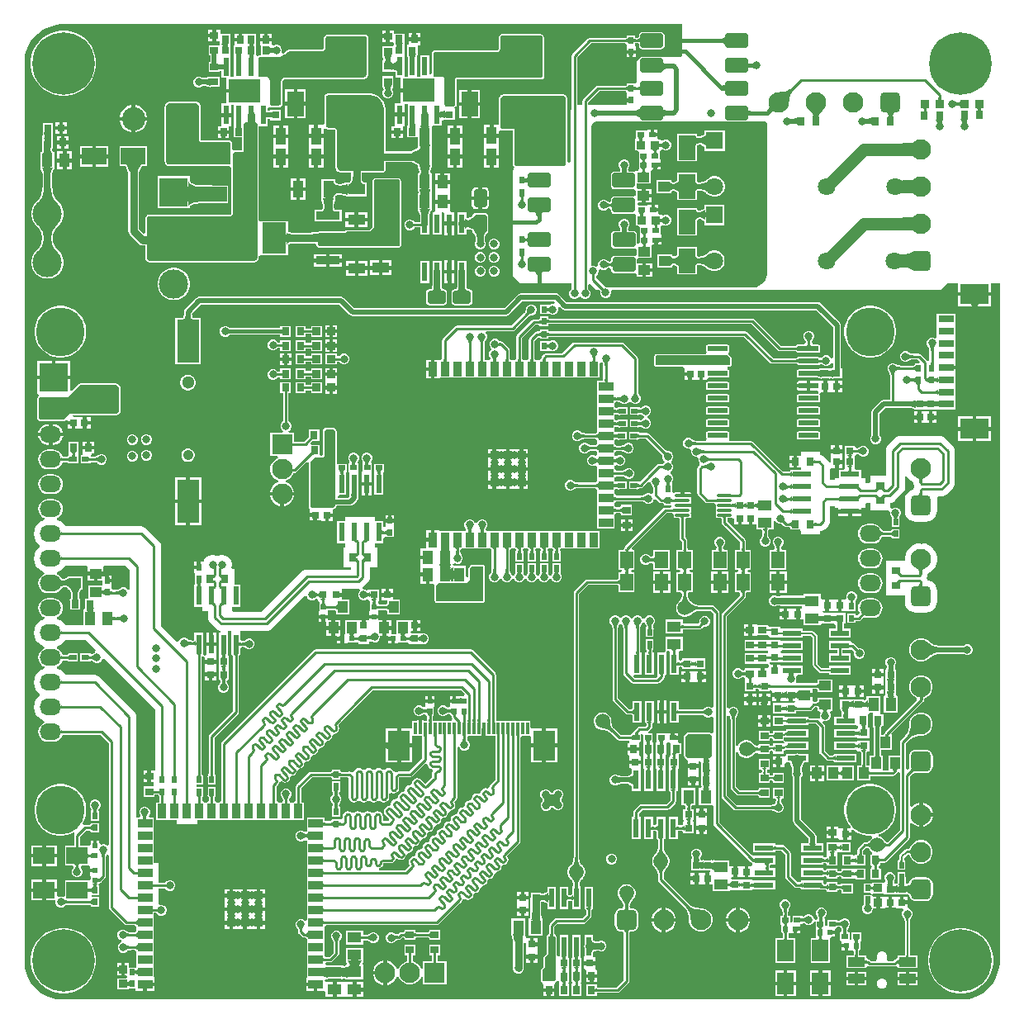
<source format=gbr>
G04*
G04 #@! TF.GenerationSoftware,Altium Limited,Altium Designer,25.1.2 (22)*
G04*
G04 Layer_Physical_Order=1*
G04 Layer_Color=255*
%FSLAX44Y44*%
%MOMM*%
G71*
G04*
G04 #@! TF.SameCoordinates,54FBF0B5-E2CF-4F3E-8A6F-997AE4EABEE6*
G04*
G04*
G04 #@! TF.FilePolarity,Positive*
G04*
G01*
G75*
%ADD11C,0.2540*%
%ADD18R,0.6000X1.9700*%
%ADD19R,2.4892X0.8890*%
%ADD20R,2.4892X3.2004*%
%ADD21R,0.7620X0.8128*%
%ADD22R,0.8000X0.7500*%
%ADD23R,1.9700X0.6000*%
%ADD24R,0.8128X0.7620*%
%ADD25R,1.7000X1.0000*%
%ADD26R,0.5080X0.6604*%
%ADD27R,0.6604X0.5080*%
%ADD28R,0.6000X0.5000*%
%ADD29R,1.4478X1.1176*%
%ADD30R,1.7000X2.2000*%
%ADD31R,0.8128X0.8128*%
%ADD32R,0.7500X0.8000*%
%ADD33R,1.1176X1.4478*%
G04:AMPARAMS|DCode=34|XSize=2.05mm|YSize=0.59mm|CornerRadius=0.0738mm|HoleSize=0mm|Usage=FLASHONLY|Rotation=0.000|XOffset=0mm|YOffset=0mm|HoleType=Round|Shape=RoundedRectangle|*
%AMROUNDEDRECTD34*
21,1,2.0500,0.4425,0,0,0.0*
21,1,1.9025,0.5900,0,0,0.0*
1,1,0.1475,0.9513,-0.2213*
1,1,0.1475,-0.9513,-0.2213*
1,1,0.1475,-0.9513,0.2213*
1,1,0.1475,0.9513,0.2213*
%
%ADD34ROUNDEDRECTD34*%
G04:AMPARAMS|DCode=35|XSize=2.3mm|YSize=1.48mm|CornerRadius=0.185mm|HoleSize=0mm|Usage=FLASHONLY|Rotation=0.000|XOffset=0mm|YOffset=0mm|HoleType=Round|Shape=RoundedRectangle|*
%AMROUNDEDRECTD35*
21,1,2.3000,1.1100,0,0,0.0*
21,1,1.9300,1.4800,0,0,0.0*
1,1,0.3700,0.9650,-0.5550*
1,1,0.3700,-0.9650,-0.5550*
1,1,0.3700,-0.9650,0.5550*
1,1,0.3700,0.9650,0.5550*
%
%ADD35ROUNDEDRECTD35*%
G04:AMPARAMS|DCode=36|XSize=1.47mm|YSize=0.28mm|CornerRadius=0.035mm|HoleSize=0mm|Usage=FLASHONLY|Rotation=0.000|XOffset=0mm|YOffset=0mm|HoleType=Round|Shape=RoundedRectangle|*
%AMROUNDEDRECTD36*
21,1,1.4700,0.2100,0,0,0.0*
21,1,1.4000,0.2800,0,0,0.0*
1,1,0.0700,0.7000,-0.1050*
1,1,0.0700,-0.7000,-0.1050*
1,1,0.0700,-0.7000,0.1050*
1,1,0.0700,0.7000,0.1050*
%
%ADD36ROUNDEDRECTD36*%
%ADD37R,1.2000X1.0160*%
%ADD38R,0.9000X0.9000*%
%ADD39R,0.9000X1.5000*%
%ADD40R,1.5000X0.9000*%
%ADD41R,0.9000X0.9000*%
%ADD42R,1.5000X0.9000*%
%ADD43R,0.9000X1.5000*%
%ADD44R,1.0160X1.2000*%
%ADD45R,2.2000X1.7000*%
%ADD46R,1.0160X1.1938*%
%ADD47R,4.0000X2.7000*%
%ADD48R,2.3000X4.5000*%
%ADD49R,1.6000X0.8000*%
%ADD50R,3.0000X2.1000*%
%ADD51R,0.3000X1.2500*%
%ADD52R,2.3000X3.1000*%
%ADD53R,3.2000X1.5000*%
%ADD54R,1.7000X2.5000*%
%ADD55R,1.3700X1.7300*%
%ADD56R,0.8128X0.8128*%
%ADD57R,2.5000X1.7000*%
%ADD58R,0.5000X0.6000*%
G04:AMPARAMS|DCode=59|XSize=1.81mm|YSize=1.32mm|CornerRadius=0.165mm|HoleSize=0mm|Usage=FLASHONLY|Rotation=270.000|XOffset=0mm|YOffset=0mm|HoleType=Round|Shape=RoundedRectangle|*
%AMROUNDEDRECTD59*
21,1,1.8100,0.9900,0,0,270.0*
21,1,1.4800,1.3200,0,0,270.0*
1,1,0.3300,-0.4950,-0.7400*
1,1,0.3300,-0.4950,0.7400*
1,1,0.3300,0.4950,0.7400*
1,1,0.3300,0.4950,-0.7400*
%
%ADD59ROUNDEDRECTD59*%
%ADD60R,1.8034X1.1176*%
%ADD61R,1.1176X1.8034*%
G04:AMPARAMS|DCode=62|XSize=1.81mm|YSize=1.32mm|CornerRadius=0.165mm|HoleSize=0mm|Usage=FLASHONLY|Rotation=0.000|XOffset=0mm|YOffset=0mm|HoleType=Round|Shape=RoundedRectangle|*
%AMROUNDEDRECTD62*
21,1,1.8100,0.9900,0,0,0.0*
21,1,1.4800,1.3200,0,0,0.0*
1,1,0.3300,0.7400,-0.4950*
1,1,0.3300,-0.7400,-0.4950*
1,1,0.3300,-0.7400,0.4950*
1,1,0.3300,0.7400,0.4950*
%
%ADD62ROUNDEDRECTD62*%
%ADD89R,3.0000X3.0000*%
%ADD110C,1.5000*%
%ADD126C,6.4000*%
%ADD127R,3.3000X2.4100*%
%ADD128C,0.2032*%
%ADD129C,0.5000*%
%ADD130C,0.6350*%
%ADD131C,0.3810*%
%ADD132C,0.7620*%
%ADD133C,0.5080*%
%ADD134C,1.5240*%
%ADD135C,1.2700*%
%ADD136C,2.1000*%
%ADD137R,2.1000X2.1000*%
G04:AMPARAMS|DCode=138|XSize=2.1mm|YSize=2.1mm|CornerRadius=0.525mm|HoleSize=0mm|Usage=FLASHONLY|Rotation=90.000|XOffset=0mm|YOffset=0mm|HoleType=Round|Shape=RoundedRectangle|*
%AMROUNDEDRECTD138*
21,1,2.1000,1.0500,0,0,90.0*
21,1,1.0500,2.1000,0,0,90.0*
1,1,1.0500,0.5250,0.5250*
1,1,1.0500,0.5250,-0.5250*
1,1,1.0500,-0.5250,-0.5250*
1,1,1.0500,-0.5250,0.5250*
%
%ADD138ROUNDEDRECTD138*%
%ADD139C,0.8000*%
%ADD140C,3.0000*%
G04:AMPARAMS|DCode=141|XSize=2.1mm|YSize=2.1mm|CornerRadius=0.525mm|HoleSize=0mm|Usage=FLASHONLY|Rotation=180.000|XOffset=0mm|YOffset=0mm|HoleType=Round|Shape=RoundedRectangle|*
%AMROUNDEDRECTD141*
21,1,2.1000,1.0500,0,0,180.0*
21,1,1.0500,2.1000,0,0,180.0*
1,1,1.0500,-0.5250,0.5250*
1,1,1.0500,0.5250,0.5250*
1,1,1.0500,0.5250,-0.5250*
1,1,1.0500,-0.5250,-0.5250*
%
%ADD141ROUNDEDRECTD141*%
G04:AMPARAMS|DCode=142|XSize=2.4mm|YSize=2.4mm|CornerRadius=0.6mm|HoleSize=0mm|Usage=FLASHONLY|Rotation=180.000|XOffset=0mm|YOffset=0mm|HoleType=Round|Shape=RoundedRectangle|*
%AMROUNDEDRECTD142*
21,1,2.4000,1.2000,0,0,180.0*
21,1,1.2000,2.4000,0,0,180.0*
1,1,1.2000,-0.6000,0.6000*
1,1,1.2000,0.6000,0.6000*
1,1,1.2000,0.6000,-0.6000*
1,1,1.2000,-0.6000,-0.6000*
%
%ADD142ROUNDEDRECTD142*%
%ADD143C,2.4000*%
%ADD144O,2.2000X1.7000*%
%ADD145C,5.0000*%
%ADD146C,1.8000*%
%ADD147R,1.8000X1.8000*%
%ADD148C,1.3000*%
%ADD149C,1.0500*%
%ADD150R,2.1000X2.1000*%
G36*
X674370Y989370D02*
X674250Y989250D01*
Y968308D01*
X672926Y966824D01*
X632357D01*
X632095Y966562D01*
X630979Y965816D01*
X630234Y964700D01*
X627750Y962217D01*
Y940142D01*
X626110Y939196D01*
X617982D01*
Y937967D01*
X616468Y937219D01*
X588168D01*
X588168Y937219D01*
X587078Y937002D01*
X586154Y936384D01*
X586154Y936384D01*
X573042Y923272D01*
X572424Y922348D01*
X572207Y921258D01*
X572207Y921258D01*
Y917500D01*
X566849D01*
Y966426D01*
X580966Y980543D01*
X616260D01*
X617982Y979293D01*
Y978758D01*
X617982Y978566D01*
X617518Y976726D01*
X617474D01*
Y973297D01*
X622046D01*
X626618D01*
Y976726D01*
X626618D01*
X626148Y978582D01*
X626348Y980429D01*
X626376Y980433D01*
X626701Y980462D01*
X627138Y980473D01*
X627296Y980543D01*
X628508D01*
X629972Y979820D01*
Y977684D01*
X630234Y976367D01*
X630979Y975251D01*
X632095Y974506D01*
X633412Y974244D01*
X652712D01*
X654028Y974506D01*
X655145Y975251D01*
X655890Y976367D01*
X656152Y977684D01*
Y988784D01*
X655890Y990100D01*
X655145Y991217D01*
X654028Y991962D01*
X652712Y992224D01*
X633412D01*
X632095Y991962D01*
X630979Y991217D01*
X630234Y990100D01*
X629972Y988784D01*
Y986964D01*
X628508Y986241D01*
X627296D01*
X627138Y986311D01*
X626701Y986322D01*
X626376Y986351D01*
X626132Y986391D01*
X626110Y986397D01*
Y988218D01*
X617982D01*
Y986989D01*
X616468Y986241D01*
X579786D01*
X578696Y986024D01*
X577772Y985406D01*
X577772Y985406D01*
X561986Y969620D01*
X561368Y968696D01*
X561151Y967606D01*
X561151Y967606D01*
Y913153D01*
X559750Y911751D01*
Y859248D01*
X558605Y858352D01*
X556640Y859228D01*
X556640Y921004D01*
X556640Y924507D01*
X556514Y924810D01*
Y925138D01*
X556166Y925978D01*
X555934Y926210D01*
X555808Y926513D01*
X555165Y927156D01*
X554862Y927282D01*
X554630Y927514D01*
X553790Y927862D01*
X553462D01*
X553159Y927988D01*
X490474D01*
X490205Y927876D01*
X488334D01*
Y926531D01*
X487276Y925472D01*
X486792Y924306D01*
Y898759D01*
X486744Y896747D01*
X484760Y896747D01*
X481029D01*
Y887603D01*
X486744D01*
Y890506D01*
X487292Y891067D01*
X487678Y891319D01*
X488692Y891595D01*
X489439Y891286D01*
X489767D01*
X490070Y891160D01*
X501016D01*
Y855677D01*
X501142Y855374D01*
X501142Y855046D01*
X501374Y854485D01*
X501606Y854253D01*
X501732Y853950D01*
X502160Y853522D01*
X502035Y851796D01*
X502005Y851686D01*
X501850Y851354D01*
X500888Y850392D01*
X500888Y741426D01*
X508000Y734314D01*
X561151D01*
Y728799D01*
X560871Y728683D01*
X559317Y727129D01*
X558476Y725099D01*
Y722901D01*
X559317Y720871D01*
X560871Y719317D01*
X562901Y718476D01*
X565099D01*
X567129Y719317D01*
X568283Y720471D01*
X569500Y720710D01*
X570717Y720471D01*
X571871Y719317D01*
X573901Y718476D01*
X576099D01*
X578129Y719317D01*
X579683Y720871D01*
X580524Y722901D01*
Y725099D01*
X579683Y727129D01*
X578129Y728683D01*
X577905Y728776D01*
Y732955D01*
X579937Y733751D01*
X585978Y727710D01*
X589261D01*
X590592Y726379D01*
X590476Y726099D01*
Y723901D01*
X591317Y721871D01*
X592871Y720317D01*
X594901Y719476D01*
X597099D01*
X599129Y720317D01*
X600683Y721871D01*
X601524Y723901D01*
Y726099D01*
X602601Y727710D01*
X939546D01*
X946150Y734314D01*
X957236D01*
Y725353D01*
X974268D01*
X991300D01*
Y734314D01*
X999998D01*
X999998Y39998D01*
X999998Y39998D01*
X999998Y37376D01*
X999314Y32178D01*
X997957Y27113D01*
X995951Y22269D01*
X993329Y17728D01*
X990137Y13568D01*
X986430Y9861D01*
X982270Y6669D01*
X977729Y4047D01*
X972885Y2041D01*
X967820Y684D01*
X962622Y-0D01*
X960000Y-0D01*
X40000D01*
X40000Y0D01*
X37378Y-0D01*
X32180Y684D01*
X27115Y2041D01*
X22270Y4048D01*
X17729Y6670D01*
X13569Y9862D01*
X9862Y13569D01*
X6670Y17729D01*
X4048Y22270D01*
X2041Y27115D01*
X684Y32180D01*
X-0Y37378D01*
X0Y40000D01*
Y960000D01*
X-0Y962622D01*
X684Y967820D01*
X2041Y972885D01*
X4048Y977729D01*
X6669Y982269D01*
X9861Y986429D01*
X13569Y990137D01*
X17729Y993328D01*
X22269Y995950D01*
X27113Y997957D01*
X32178Y999314D01*
X37376Y999998D01*
X39998Y999998D01*
X674370Y999998D01*
Y989370D01*
D02*
G37*
G36*
X631607Y980852D02*
X629037Y982122D01*
Y984662D01*
X631607Y985932D01*
Y980852D01*
D02*
G37*
G36*
X624551Y985691D02*
X624628Y985475D01*
X624756Y985284D01*
X624936Y985119D01*
X625168Y984979D01*
X625450Y984865D01*
X625785Y984776D01*
X626170Y984713D01*
X626607Y984675D01*
X627095Y984662D01*
Y982122D01*
X626607Y982109D01*
X626170Y982071D01*
X625785Y982008D01*
X625450Y981919D01*
X625168Y981805D01*
X624936Y981665D01*
X624756Y981500D01*
X624628Y981309D01*
X624551Y981093D01*
X624525Y980852D01*
Y985932D01*
X624551Y985691D01*
D02*
G37*
G36*
X619567Y980852D02*
X616996Y982122D01*
Y984662D01*
X619567Y985932D01*
Y980852D01*
D02*
G37*
G36*
X718607Y979424D02*
X714767Y981329D01*
Y985139D01*
X718607Y987044D01*
Y979424D01*
D02*
G37*
G36*
X741555Y961155D02*
X741670Y960831D01*
X741862Y960545D01*
X742131Y960298D01*
X742477Y960088D01*
X742899Y959917D01*
X743399Y959783D01*
X743975Y959688D01*
X744350Y959655D01*
X745689Y959749D01*
X746186Y959826D01*
X746625Y959921D01*
X747007Y960032D01*
X747330Y960161D01*
X747596Y960306D01*
X747804Y960469D01*
X747626Y954872D01*
X747426Y955049D01*
X747167Y955207D01*
X746849Y955346D01*
X746473Y955467D01*
X746039Y955570D01*
X745545Y955653D01*
X744401Y955763D01*
X743975Y955726D01*
X743399Y955630D01*
X742899Y955497D01*
X742477Y955326D01*
X742131Y955116D01*
X741862Y954868D01*
X741670Y954583D01*
X741555Y954259D01*
X741517Y953897D01*
Y961517D01*
X741555Y961155D01*
D02*
G37*
G36*
X654566Y961669D02*
X654718Y961238D01*
X654973Y960857D01*
X655330Y960526D01*
X655790Y960247D01*
X656352Y960018D01*
X657017Y959841D01*
X657784Y959714D01*
X658654Y959637D01*
X659627Y959612D01*
Y954532D01*
X658651Y954507D01*
X657777Y954431D01*
X657005Y954304D01*
X656337Y954126D01*
X655770Y953898D01*
X655307Y953619D01*
X654946Y953289D01*
X654688Y952909D01*
X654532Y952478D01*
X654479Y951996D01*
X654517Y962152D01*
X654566Y961669D01*
D02*
G37*
G36*
X631861Y931830D02*
X629291Y933100D01*
Y935640D01*
X631861Y936910D01*
Y931830D01*
D02*
G37*
G36*
X624551Y936669D02*
X624628Y936453D01*
X624756Y936262D01*
X624936Y936097D01*
X625168Y935957D01*
X625450Y935843D01*
X625785Y935754D01*
X626170Y935691D01*
X626607Y935653D01*
X627095Y935640D01*
Y933100D01*
X626607Y933087D01*
X626170Y933049D01*
X625785Y932986D01*
X625450Y932897D01*
X625168Y932783D01*
X624936Y932643D01*
X624756Y932478D01*
X624628Y932287D01*
X624551Y932071D01*
X624525Y931830D01*
Y936910D01*
X624551Y936669D01*
D02*
G37*
G36*
X619567Y931830D02*
X616996Y933100D01*
Y935640D01*
X619567Y936910D01*
Y931830D01*
D02*
G37*
G36*
X718861Y931169D02*
X715333Y932762D01*
Y936572D01*
X718861Y938165D01*
Y931169D01*
D02*
G37*
G36*
X939397Y924585D02*
X939435Y924148D01*
X939498Y923763D01*
X939587Y923428D01*
X939701Y923146D01*
X939841Y922914D01*
X940006Y922734D01*
X940197Y922606D01*
X940413Y922529D01*
X940654Y922503D01*
X935574D01*
X935815Y922529D01*
X936031Y922606D01*
X936222Y922734D01*
X936387Y922914D01*
X936526Y923146D01*
X936641Y923428D01*
X936730Y923763D01*
X936793Y924148D01*
X936831Y924585D01*
X936844Y925073D01*
X939384D01*
X939397Y924585D01*
D02*
G37*
G36*
X789493Y933897D02*
X788491Y932809D01*
X787596Y931656D01*
X786808Y930439D01*
X786128Y929156D01*
X785555Y927810D01*
X785089Y926398D01*
X784731Y924922D01*
X784480Y923381D01*
X784336Y921775D01*
X784299Y920105D01*
X773905Y930499D01*
X775575Y930536D01*
X777181Y930680D01*
X778722Y930931D01*
X780198Y931290D01*
X781610Y931755D01*
X782956Y932328D01*
X784239Y933008D01*
X785456Y933796D01*
X786609Y934691D01*
X787697Y935693D01*
X789493Y933897D01*
D02*
G37*
G36*
X778396Y922800D02*
X775705Y919999D01*
X773799Y921905D01*
X773847Y921932D01*
X773946Y922013D01*
X774300Y922336D01*
X776600Y924596D01*
X778396Y922800D01*
D02*
G37*
G36*
X617098Y931210D02*
X617982Y929544D01*
X617518Y927704D01*
X617474D01*
Y924275D01*
X622046D01*
Y920465D01*
X617474D01*
Y917500D01*
X577905D01*
Y920078D01*
X589348Y931521D01*
X616468D01*
X617098Y931210D01*
D02*
G37*
G36*
X954406Y920973D02*
X954764Y920713D01*
X955161Y920484D01*
X955596Y920285D01*
X956071Y920117D01*
X956584Y919979D01*
X957135Y919872D01*
X957626Y919808D01*
X960047Y921004D01*
Y915924D01*
X957650Y917108D01*
X957135Y917056D01*
X956584Y916949D01*
X956071Y916812D01*
X955596Y916643D01*
X955161Y916444D01*
X954764Y916215D01*
X954406Y915955D01*
X954087Y915664D01*
Y921264D01*
X954406Y920973D01*
D02*
G37*
G36*
X980425Y912102D02*
X980434Y912043D01*
X980523Y911708D01*
X980638Y911426D01*
X980777Y911194D01*
X980942Y911014D01*
X981133Y910886D01*
X981349Y910809D01*
X981590Y910783D01*
X976510D01*
X976751Y910809D01*
X976967Y910886D01*
X977158Y911014D01*
X977323Y911194D01*
X977463Y911426D01*
X977577Y911708D01*
X977666Y912043D01*
X977676Y912102D01*
X976510Y914461D01*
X981590D01*
X980425Y912102D01*
D02*
G37*
G36*
X769099Y910611D02*
X768672Y910766D01*
X768209Y910822D01*
X767708Y910779D01*
X767169Y910638D01*
X766593Y910398D01*
X765979Y910060D01*
X765328Y909622D01*
X764640Y909087D01*
X763913Y908452D01*
X763150Y907719D01*
X760455Y910413D01*
X761228Y911214D01*
X762483Y912701D01*
X762966Y913386D01*
X763352Y914033D01*
X763642Y914641D01*
X763835Y915211D01*
X763932Y915742D01*
X763932Y916234D01*
X763836Y916688D01*
X769099Y910611D01*
D02*
G37*
G36*
X924721Y911973D02*
X924749Y911659D01*
X924812Y911278D01*
X924901Y910948D01*
X925015Y910668D01*
X925155Y910440D01*
X925320Y910262D01*
X925511Y910135D01*
X925727Y910059D01*
X925968Y910033D01*
X920888D01*
X921129Y910059D01*
X921345Y910135D01*
X921536Y910262D01*
X921701Y910440D01*
X921840Y910668D01*
X921955Y910948D01*
X922044Y911278D01*
X922107Y911659D01*
X922135Y911973D01*
X920888Y914466D01*
X925968D01*
X924721Y911973D01*
D02*
G37*
G36*
X587945Y911751D02*
X588107Y911706D01*
X588345Y911667D01*
X588656Y911634D01*
X590038Y911563D01*
X592090Y911540D01*
Y906460D01*
X591332Y906457D01*
X587945Y906249D01*
X587857Y906200D01*
Y911800D01*
X587945Y911751D01*
D02*
G37*
G36*
X741809Y912514D02*
X741924Y912190D01*
X742116Y911904D01*
X742385Y911657D01*
X742731Y911447D01*
X743153Y911276D01*
X743653Y911142D01*
X744229Y911047D01*
X744882Y910990D01*
X745611Y910971D01*
Y907161D01*
X744882Y907142D01*
X744229Y907085D01*
X743653Y906990D01*
X743153Y906856D01*
X742731Y906685D01*
X742385Y906475D01*
X742116Y906227D01*
X741924Y905942D01*
X741809Y905618D01*
X741771Y905256D01*
Y912876D01*
X741809Y912514D01*
D02*
G37*
G36*
X890275Y906227D02*
X890311Y906089D01*
X890480Y905670D01*
X890687Y905327D01*
X890932Y905060D01*
X891214Y904870D01*
X891533Y904756D01*
X891890Y904717D01*
X884332D01*
X884687Y904756D01*
X885004Y904870D01*
X885285Y905060D01*
X885528Y905327D01*
X885733Y905670D01*
X885901Y906089D01*
X885938Y906226D01*
X884296Y909536D01*
X891916D01*
X890275Y906227D01*
D02*
G37*
G36*
X654822Y913663D02*
X654975Y913232D01*
X655231Y912851D01*
X655588Y912520D01*
X656048Y912241D01*
X656610Y912012D01*
X657275Y911835D01*
X658042Y911708D01*
X658910Y911631D01*
X659881Y911606D01*
Y906526D01*
X658910Y906501D01*
X658042Y906424D01*
X657275Y906297D01*
X656610Y906120D01*
X656048Y905891D01*
X655588Y905612D01*
X655231Y905281D01*
X654975Y904900D01*
X654822Y904469D01*
X654771Y903986D01*
Y914146D01*
X654822Y913663D01*
D02*
G37*
G36*
X631861Y903920D02*
X626751Y906460D01*
Y911540D01*
X631861Y914080D01*
Y903920D01*
D02*
G37*
G36*
X868868Y896874D02*
X865178Y898705D01*
X864238Y898636D01*
X863742Y898555D01*
X863305Y898457D01*
X862926Y898340D01*
X862606Y898206D01*
X862343Y898054D01*
X862139Y897884D01*
Y903484D01*
X862343Y903314D01*
X862606Y903162D01*
X862926Y903028D01*
X863305Y902911D01*
X863742Y902813D01*
X864238Y902732D01*
X865147Y902648D01*
X868868Y904494D01*
Y896874D01*
D02*
G37*
G36*
X792541D02*
X788709Y898774D01*
X788348Y898770D01*
X786514Y898636D01*
X786018Y898555D01*
X785581Y898457D01*
X785202Y898340D01*
X784882Y898206D01*
X784619Y898054D01*
X784415Y897884D01*
Y903484D01*
X784619Y903314D01*
X784882Y903162D01*
X785202Y903028D01*
X785581Y902911D01*
X786018Y902813D01*
X786514Y902732D01*
X787678Y902625D01*
X788719Y902598D01*
X792541Y904494D01*
Y896874D01*
D02*
G37*
G36*
X817983Y911442D02*
X817179Y910793D01*
X816458Y910050D01*
X815823Y909214D01*
X815272Y908284D01*
X814806Y907261D01*
X814425Y906144D01*
X814277Y905540D01*
X814401Y905327D01*
X814637Y905060D01*
X814910Y904870D01*
X815218Y904756D01*
X815564Y904717D01*
X814092Y904712D01*
X813916Y903630D01*
X813789Y902233D01*
X813747Y900742D01*
X809937D01*
X809895Y902236D01*
X809768Y903637D01*
X809598Y904693D01*
X808032Y904687D01*
X809060Y906760D01*
X808883Y907284D01*
X808420Y908315D01*
X807872Y909252D01*
X807240Y910098D01*
X806523Y910850D01*
X805722Y911510D01*
X817983Y911442D01*
D02*
G37*
G36*
X758952Y900176D02*
X759310Y900176D01*
X759855Y900019D01*
X761238Y898743D01*
X761238Y896854D01*
Y893318D01*
X761238Y744982D01*
X761238Y743506D01*
X760662Y740611D01*
X759532Y737883D01*
X757892Y735429D01*
X755805Y733342D01*
X753351Y731702D01*
X750623Y730572D01*
X747728Y729996D01*
X746252Y729996D01*
X598373D01*
X597099Y730524D01*
X596118D01*
X586348Y740294D01*
X586129Y742317D01*
X587683Y743871D01*
X588524Y745901D01*
Y748099D01*
X588479Y748206D01*
X590202Y749357D01*
X590624Y748935D01*
X592655Y748094D01*
X594852D01*
X596883Y748935D01*
X597447Y749500D01*
X597721Y749598D01*
X597973Y749828D01*
X598187Y749984D01*
X598442Y750131D01*
X598739Y750267D01*
X599085Y750389D01*
X599478Y750495D01*
X599839Y750565D01*
X599993Y750499D01*
X601656Y749141D01*
Y748068D01*
X601918Y746751D01*
X602663Y745636D01*
X603779Y744890D01*
X605096Y744628D01*
X624396D01*
X625512Y744850D01*
X625872Y744783D01*
X627544Y743670D01*
Y740878D01*
X633671D01*
Y747990D01*
Y755102D01*
X627836D01*
Y758443D01*
X627923Y759226D01*
X629666Y760386D01*
X643100D01*
Y772222D01*
X643100Y773594D01*
X644859Y774254D01*
X645671D01*
Y778826D01*
X647576D01*
Y780731D01*
X652910D01*
Y782338D01*
X652910Y783398D01*
X652402Y785219D01*
Y792288D01*
X653164Y793496D01*
X655196Y794103D01*
X656507Y793560D01*
X658705D01*
X660735Y794401D01*
X662289Y795955D01*
X663130Y797985D01*
Y800183D01*
X662289Y802213D01*
X660735Y803767D01*
X658705Y804608D01*
X656507D01*
X655196Y804065D01*
X653164Y804672D01*
X653164Y804672D01*
X651626D01*
X649910Y805434D01*
X649910Y806704D01*
Y808101D01*
X644576D01*
Y810006D01*
X642671D01*
Y814578D01*
X639242D01*
Y814533D01*
X637402Y814070D01*
X637210Y814070D01*
X629470Y814070D01*
X628440Y816102D01*
X629155Y817078D01*
X632909D01*
Y824190D01*
Y831302D01*
X628555D01*
X627469Y832894D01*
X627365Y833334D01*
X627582Y834428D01*
Y836586D01*
X642338D01*
Y849184D01*
X642338Y849794D01*
X643781Y851216D01*
X644909D01*
Y855788D01*
X646814D01*
Y857693D01*
X652148D01*
Y859300D01*
X652148Y860360D01*
X651640Y862181D01*
Y869250D01*
X652402Y870458D01*
X654093Y871282D01*
X654434Y871406D01*
X654477Y871363D01*
X656507Y870522D01*
X658705D01*
X660735Y871363D01*
X662289Y872917D01*
X663130Y874947D01*
Y877145D01*
X662289Y879175D01*
X660735Y880729D01*
X658705Y881570D01*
X656507D01*
X654477Y880729D01*
X654434Y880686D01*
X652617Y881346D01*
X652402Y881616D01*
Y881634D01*
X650864D01*
X649148Y882396D01*
X649148Y883666D01*
Y885063D01*
X643814D01*
Y886968D01*
X641909D01*
Y891540D01*
X638480D01*
Y891496D01*
X636640Y891032D01*
X636448Y891032D01*
X626988D01*
Y883350D01*
X626226Y881634D01*
X626226Y881634D01*
X626226Y881634D01*
Y870458D01*
X628456D01*
X629988Y869250D01*
X629988Y868426D01*
Y861122D01*
X629988D01*
X629988Y859852D01*
X629988Y859852D01*
Y851724D01*
X629988D01*
X629742Y849794D01*
X627290D01*
Y849794D01*
X625646Y848818D01*
X625258Y848746D01*
X624142Y848968D01*
X620199D01*
X619324Y849867D01*
X618701Y850895D01*
X618701Y850895D01*
X618711Y850952D01*
X618784Y851279D01*
X618858Y851519D01*
X618920Y851667D01*
X618949Y851717D01*
X619030Y851815D01*
X619105Y852058D01*
X619645Y852597D01*
X620486Y854627D01*
Y856825D01*
X619645Y858855D01*
X618091Y860409D01*
X616060Y861250D01*
X613863D01*
X611833Y860409D01*
X610279Y858855D01*
X609438Y856825D01*
Y854627D01*
X610279Y852597D01*
X610818Y852058D01*
X610893Y851815D01*
X610974Y851717D01*
X611003Y851667D01*
X611065Y851520D01*
X611139Y851279D01*
X611213Y850952D01*
X611222Y850895D01*
X611222Y850895D01*
X610651Y849948D01*
X609684Y848968D01*
X604842D01*
X603526Y848706D01*
X602410Y847961D01*
X601664Y846844D01*
X601402Y845528D01*
Y834428D01*
X601664Y833111D01*
X602410Y831995D01*
X603526Y831250D01*
X604842Y830988D01*
X624142D01*
X624750Y831109D01*
X626457Y830074D01*
X626782Y829690D01*
Y824866D01*
X626457Y824482D01*
X624750Y823447D01*
X624142Y823568D01*
X604842D01*
X603526Y823306D01*
X602410Y822561D01*
X601664Y821444D01*
X601402Y820128D01*
Y819070D01*
X600847Y818525D01*
X599563Y817685D01*
X599479Y817701D01*
X599085Y817807D01*
X598740Y817929D01*
X598442Y818065D01*
X598187Y818212D01*
X597973Y818368D01*
X597721Y818598D01*
X597447Y818696D01*
X596883Y819261D01*
X594852Y820102D01*
X592655D01*
X590624Y819261D01*
X589071Y817707D01*
X588229Y815677D01*
Y813479D01*
X589071Y811449D01*
X590624Y809895D01*
X592655Y809054D01*
X594852D01*
X596883Y809895D01*
X597447Y810460D01*
X597721Y810558D01*
X597973Y810788D01*
X598187Y810944D01*
X598442Y811091D01*
X598739Y811227D01*
X599085Y811349D01*
X599478Y811455D01*
X599563Y811471D01*
X600740Y810708D01*
X601402Y810057D01*
Y809028D01*
X601664Y807711D01*
X602410Y806596D01*
X603526Y805850D01*
X604842Y805588D01*
X624142D01*
X625442Y805846D01*
X625580Y805736D01*
X626988Y804428D01*
Y793496D01*
X629218D01*
X630750Y792288D01*
X630750Y791464D01*
Y784160D01*
X630750D01*
X630750Y782890D01*
X630750Y782890D01*
Y776116D01*
X628731Y774730D01*
X627889Y775064D01*
X627836Y775536D01*
Y784568D01*
X627574Y785884D01*
X626828Y787001D01*
X625713Y787746D01*
X624396Y788008D01*
X620199D01*
X619324Y788907D01*
X618701Y789935D01*
X618701Y789935D01*
X618711Y789992D01*
X618784Y790319D01*
X618858Y790559D01*
X618920Y790707D01*
X618949Y790757D01*
X619030Y790855D01*
X619105Y791098D01*
X619645Y791637D01*
X620486Y793667D01*
Y795865D01*
X619645Y797895D01*
X618091Y799449D01*
X616060Y800290D01*
X613863D01*
X611833Y799449D01*
X610279Y797895D01*
X609438Y795865D01*
Y793667D01*
X610279Y791637D01*
X610818Y791098D01*
X610893Y790855D01*
X610974Y790757D01*
X611003Y790707D01*
X611065Y790560D01*
X611139Y790319D01*
X611213Y789992D01*
X611222Y789935D01*
X611222Y789935D01*
X610651Y788988D01*
X609684Y788008D01*
X605096D01*
X603779Y787746D01*
X602663Y787001D01*
X601918Y785884D01*
X601656Y784568D01*
Y773468D01*
X601918Y772151D01*
X602663Y771036D01*
X603779Y770290D01*
X605096Y770028D01*
X624396D01*
X625713Y770290D01*
X626020Y770495D01*
X628052Y769488D01*
Y763148D01*
X626020Y762141D01*
X625713Y762346D01*
X624396Y762608D01*
X605096D01*
X603779Y762346D01*
X602663Y761600D01*
X601918Y760484D01*
X601656Y759168D01*
Y758079D01*
X601566Y757971D01*
X600100Y756798D01*
X599839Y756671D01*
X599479Y756741D01*
X599085Y756847D01*
X598740Y756969D01*
X598442Y757105D01*
X598187Y757252D01*
X597973Y757408D01*
X597721Y757638D01*
X597447Y757736D01*
X596883Y758301D01*
X594852Y759142D01*
X592655D01*
X590624Y758301D01*
X589071Y756747D01*
X588229Y754717D01*
Y752519D01*
X588274Y752412D01*
X586551Y751261D01*
X586129Y751683D01*
X584099Y752524D01*
X581901D01*
X581406Y752855D01*
X581406Y888492D01*
Y893826D01*
X581406Y895089D01*
X582373Y897423D01*
X584159Y899209D01*
X586493Y900176D01*
X587756Y900176D01*
X587756Y900176D01*
X593090Y900176D01*
X633163Y900176D01*
X633666Y900076D01*
X652966D01*
X653469Y900176D01*
X720163Y900176D01*
X720666Y900076D01*
X739966D01*
X740469Y900176D01*
X754380Y900176D01*
X758952Y900176D01*
D02*
G37*
G36*
X940152Y903016D02*
X940161Y902288D01*
X940184Y901966D01*
X942027D01*
X940612Y899091D01*
X940724Y898822D01*
X940876Y898559D01*
X941046Y898354D01*
X940250Y898355D01*
X940152Y898157D01*
X936342D01*
X936243Y898358D01*
X935446Y898359D01*
X935616Y898563D01*
X935769Y898826D01*
X935881Y899094D01*
X934467Y901966D01*
X936315D01*
X936342Y903019D01*
X940152Y903016D01*
D02*
G37*
G36*
X965582Y902747D02*
X967455D01*
X965865Y899515D01*
X965903Y899348D01*
X966020Y898969D01*
X966154Y898648D01*
X966306Y898385D01*
X966476Y898181D01*
X960876D01*
X961046Y898385D01*
X961198Y898648D01*
X961332Y898969D01*
X961449Y899348D01*
X961486Y899515D01*
X959896Y902747D01*
X961768D01*
X961771Y902841D01*
X965581D01*
X965582Y902747D01*
D02*
G37*
G36*
X633110Y881972D02*
X633135Y881694D01*
X633198Y881309D01*
X633287Y880974D01*
X633401Y880692D01*
X633541Y880460D01*
X633706Y880280D01*
X633897Y880152D01*
X634113Y880075D01*
X634354Y880049D01*
X629274D01*
X629515Y880075D01*
X629731Y880152D01*
X629921Y880280D01*
X630087Y880460D01*
X630226Y880692D01*
X630341Y880974D01*
X630429Y881309D01*
X630493Y881694D01*
X630517Y881972D01*
X629274Y884489D01*
X634354D01*
X633110Y881972D01*
D02*
G37*
G36*
X654749Y873246D02*
X654430Y873537D01*
X654072Y873797D01*
X653675Y874026D01*
X653240Y874225D01*
X652765Y874393D01*
X652252Y874531D01*
X651867Y874606D01*
X651742Y874573D01*
X651460Y874458D01*
X651228Y874319D01*
X651048Y874154D01*
X650920Y873963D01*
X650843Y873747D01*
X650817Y873506D01*
Y874736D01*
X650481Y874761D01*
X649813Y874776D01*
Y877316D01*
X650481Y877331D01*
X650817Y877365D01*
Y878586D01*
X650843Y878345D01*
X650920Y878129D01*
X651048Y877938D01*
X651228Y877773D01*
X651460Y877634D01*
X651742Y877519D01*
X651867Y877486D01*
X652252Y877561D01*
X652765Y877699D01*
X653240Y877867D01*
X653675Y878066D01*
X654072Y878295D01*
X654430Y878555D01*
X654749Y878846D01*
Y873246D01*
D02*
G37*
G36*
X648115Y869535D02*
X648135Y869310D01*
X648198Y868925D01*
X648287Y868590D01*
X648401Y868308D01*
X648541Y868076D01*
X648706Y867896D01*
X648897Y867768D01*
X649113Y867691D01*
X649354Y867665D01*
X644274D01*
X644515Y867691D01*
X644731Y867768D01*
X644922Y867896D01*
X645087Y868076D01*
X645227Y868308D01*
X645341Y868590D01*
X645430Y868925D01*
X645493Y869310D01*
X645513Y869535D01*
X644274Y872012D01*
X649354D01*
X648115Y869535D01*
D02*
G37*
G36*
X911728Y864440D02*
X911437Y864630D01*
X910959Y864800D01*
X910293Y864950D01*
X909439Y865080D01*
X907166Y865280D01*
X902346Y865430D01*
X900364Y865440D01*
Y878140D01*
X902346Y878150D01*
X910293Y878630D01*
X910959Y878780D01*
X911437Y878950D01*
X911728Y879140D01*
Y864440D01*
D02*
G37*
G36*
X636110Y860190D02*
X636135Y859912D01*
X636198Y859527D01*
X636287Y859192D01*
X636401Y858910D01*
X636541Y858678D01*
X636706Y858498D01*
X636897Y858370D01*
X637113Y858293D01*
X637354Y858267D01*
X632274D01*
X632515Y858293D01*
X632731Y858370D01*
X632922Y858498D01*
X633087Y858678D01*
X633227Y858910D01*
X633341Y859192D01*
X633430Y859527D01*
X633493Y859912D01*
X633517Y860190D01*
X632274Y862707D01*
X637354D01*
X636110Y860190D01*
D02*
G37*
G36*
X553999Y925990D02*
X554642Y925347D01*
X554990Y924507D01*
X554990Y921004D01*
X554990Y858774D01*
Y856208D01*
X554071Y854481D01*
X550672Y854456D01*
X503887D01*
X503327Y854688D01*
X502898Y855117D01*
X502666Y855677D01*
Y891540D01*
X502642Y891788D01*
X502452Y892246D01*
X502102Y892596D01*
X501644Y892786D01*
X501396Y892810D01*
X490070D01*
X489323Y893119D01*
X488751Y893691D01*
X488442Y894438D01*
Y924306D01*
X490474Y926338D01*
X553159D01*
X553999Y925990D01*
D02*
G37*
G36*
X636085Y850741D02*
X636097Y850291D01*
X636135Y849854D01*
X636198Y849469D01*
X636287Y849134D01*
X636401Y848852D01*
X636541Y848620D01*
X636706Y848440D01*
X636897Y848312D01*
X637113Y848235D01*
X637354Y848209D01*
X632274D01*
X632515Y848235D01*
X632731Y848312D01*
X632922Y848440D01*
X633087Y848620D01*
X633227Y848852D01*
X633341Y849134D01*
X633430Y849469D01*
X633493Y849854D01*
X633531Y850291D01*
X633543Y850741D01*
X632274Y853309D01*
X637354D01*
X636085Y850741D01*
D02*
G37*
G36*
X617592Y852665D02*
X617439Y852402D01*
X617305Y852082D01*
X617189Y851703D01*
X617090Y851266D01*
X617010Y850770D01*
X616931Y849921D01*
X616943Y849791D01*
X617038Y849215D01*
X617171Y848715D01*
X617343Y848293D01*
X617552Y847947D01*
X617800Y847678D01*
X618086Y847486D01*
X618410Y847371D01*
X618772Y847333D01*
X611152D01*
X611513Y847371D01*
X611837Y847486D01*
X612123Y847678D01*
X612371Y847947D01*
X612580Y848293D01*
X612752Y848715D01*
X612885Y849215D01*
X612980Y849791D01*
X612983Y849820D01*
X612913Y850770D01*
X612833Y851266D01*
X612734Y851703D01*
X612618Y852082D01*
X612484Y852402D01*
X612332Y852665D01*
X612162Y852869D01*
X617762D01*
X617592Y852665D01*
D02*
G37*
G36*
X516037Y837342D02*
X513812Y838441D01*
X513690Y838409D01*
X513408Y838295D01*
X513176Y838155D01*
X512996Y837990D01*
X512868Y837799D01*
X512791Y837583D01*
X512765Y837342D01*
Y842422D01*
X512791Y842181D01*
X512868Y841965D01*
X512996Y841774D01*
X513176Y841609D01*
X513408Y841469D01*
X513690Y841355D01*
X513812Y841323D01*
X516037Y842422D01*
Y837342D01*
D02*
G37*
G36*
X911728Y826340D02*
X911437Y826530D01*
X910959Y826700D01*
X910293Y826850D01*
X909439Y826980D01*
X907166Y827180D01*
X902346Y827330D01*
X900364Y827340D01*
Y840040D01*
X902346Y840050D01*
X910293Y840530D01*
X910959Y840680D01*
X911437Y840850D01*
X911728Y841040D01*
Y826340D01*
D02*
G37*
G36*
X511563Y822084D02*
X511571Y821703D01*
X511694Y820483D01*
X511801Y819932D01*
X511939Y819419D01*
X512107Y818944D01*
X512306Y818509D01*
X512535Y818112D01*
X512795Y817754D01*
X513086Y817435D01*
X507486D01*
X507777Y817754D01*
X508037Y818112D01*
X508266Y818509D01*
X508465Y818944D01*
X508633Y819419D01*
X508771Y819932D01*
X508878Y820483D01*
X508955Y821074D01*
X509001Y821703D01*
X509009Y822084D01*
X507776Y824611D01*
X512795D01*
X511563Y822084D01*
D02*
G37*
G36*
X596929Y817087D02*
X597287Y816827D01*
X597684Y816598D01*
X598120Y816399D01*
X598594Y816230D01*
X599107Y816093D01*
X599659Y815986D01*
X600249Y815909D01*
X600547Y815888D01*
X603037Y817118D01*
Y812038D01*
X600562Y813261D01*
X599659Y813170D01*
X599107Y813063D01*
X598594Y812925D01*
X598120Y812757D01*
X597684Y812558D01*
X597287Y812329D01*
X596929Y812069D01*
X596610Y811778D01*
Y817378D01*
X596929Y817087D01*
D02*
G37*
G36*
X529397Y803383D02*
X525587D01*
X523682Y807223D01*
X531302D01*
X529397Y803383D01*
D02*
G37*
G36*
X633872Y805010D02*
X633897Y804732D01*
X633960Y804347D01*
X634049Y804012D01*
X634163Y803730D01*
X634303Y803498D01*
X634468Y803318D01*
X634659Y803190D01*
X634874Y803113D01*
X635116Y803087D01*
X630036D01*
X630277Y803113D01*
X630493Y803190D01*
X630684Y803318D01*
X630849Y803498D01*
X630988Y803730D01*
X631103Y804012D01*
X631191Y804347D01*
X631255Y804732D01*
X631279Y805010D01*
X630036Y807527D01*
X635116D01*
X633872Y805010D01*
D02*
G37*
G36*
X654749Y796284D02*
X654430Y796575D01*
X654072Y796835D01*
X653675Y797064D01*
X653240Y797263D01*
X652765Y797431D01*
X652342Y797545D01*
X652222Y797496D01*
X651990Y797357D01*
X651810Y797192D01*
X651682Y797001D01*
X651605Y796785D01*
X651579Y796544D01*
Y797692D01*
X651110Y797753D01*
X650481Y797799D01*
X649813Y797814D01*
Y800354D01*
X650481Y800369D01*
X651579Y800480D01*
Y801624D01*
X651605Y801383D01*
X651682Y801167D01*
X651810Y800976D01*
X651990Y800811D01*
X652222Y800671D01*
X652342Y800623D01*
X652765Y800736D01*
X653240Y800905D01*
X653675Y801104D01*
X654072Y801333D01*
X654430Y801593D01*
X654749Y801884D01*
Y796284D01*
D02*
G37*
G36*
X648877Y792573D02*
X648897Y792348D01*
X648960Y791963D01*
X649049Y791628D01*
X649164Y791346D01*
X649303Y791114D01*
X649468Y790934D01*
X649659Y790806D01*
X649875Y790729D01*
X650116Y790703D01*
X645036D01*
X645277Y790729D01*
X645493Y790806D01*
X645684Y790934D01*
X645849Y791114D01*
X645988Y791346D01*
X646103Y791628D01*
X646192Y791963D01*
X646255Y792348D01*
X646275Y792573D01*
X645036Y795051D01*
X650116D01*
X648877Y792573D01*
D02*
G37*
G36*
X911728Y788240D02*
X911437Y788430D01*
X910959Y788600D01*
X910293Y788750D01*
X909439Y788880D01*
X907166Y789080D01*
X902346Y789230D01*
X900364Y789240D01*
Y801940D01*
X902346Y801950D01*
X910293Y802430D01*
X910959Y802580D01*
X911437Y802750D01*
X911728Y802940D01*
Y788240D01*
D02*
G37*
G36*
X617592Y791705D02*
X617439Y791442D01*
X617305Y791122D01*
X617189Y790743D01*
X617090Y790306D01*
X617010Y789810D01*
X616931Y788961D01*
X616943Y788831D01*
X617038Y788255D01*
X617171Y787755D01*
X617343Y787333D01*
X617552Y786987D01*
X617800Y786718D01*
X618086Y786526D01*
X618410Y786411D01*
X618772Y786373D01*
X611152D01*
X611513Y786411D01*
X611837Y786526D01*
X612123Y786718D01*
X612371Y786987D01*
X612580Y787333D01*
X612752Y787755D01*
X612885Y788255D01*
X612980Y788831D01*
X612983Y788860D01*
X612913Y789810D01*
X612833Y790306D01*
X612734Y790743D01*
X612618Y791122D01*
X612484Y791442D01*
X612332Y791705D01*
X612162Y791909D01*
X617762D01*
X617592Y791705D01*
D02*
G37*
G36*
X636872Y783228D02*
X636897Y782950D01*
X636960Y782565D01*
X637049Y782230D01*
X637164Y781948D01*
X637303Y781716D01*
X637468Y781536D01*
X637659Y781408D01*
X637875Y781331D01*
X638116Y781305D01*
X633036D01*
X633277Y781331D01*
X633493Y781408D01*
X633684Y781536D01*
X633849Y781716D01*
X633988Y781948D01*
X634103Y782230D01*
X634192Y782565D01*
X634255Y782950D01*
X634280Y783228D01*
X633036Y785745D01*
X638116D01*
X636872Y783228D01*
D02*
G37*
G36*
X516291Y776382D02*
X513978Y777525D01*
X513690Y777449D01*
X513408Y777335D01*
X513176Y777195D01*
X512996Y777030D01*
X512868Y776839D01*
X512791Y776623D01*
X512765Y776382D01*
Y781462D01*
X512791Y781221D01*
X512868Y781005D01*
X512996Y780814D01*
X513176Y780649D01*
X513408Y780509D01*
X513690Y780395D01*
X513978Y780319D01*
X516291Y781462D01*
Y776382D01*
D02*
G37*
G36*
X636880Y773846D02*
X636897Y773654D01*
X636960Y773269D01*
X637049Y772934D01*
X637164Y772652D01*
X637303Y772420D01*
X637468Y772240D01*
X637659Y772112D01*
X637875Y772035D01*
X638116Y772009D01*
X633036D01*
X633277Y772035D01*
X633493Y772112D01*
X633684Y772240D01*
X633849Y772420D01*
X633988Y772652D01*
X634103Y772934D01*
X634192Y773269D01*
X634255Y773654D01*
X634272Y773846D01*
X633036Y776347D01*
X638116D01*
X636880Y773846D01*
D02*
G37*
G36*
X511563Y761124D02*
X511571Y760743D01*
X511694Y759523D01*
X511801Y758972D01*
X511939Y758459D01*
X512107Y757984D01*
X512306Y757549D01*
X512535Y757152D01*
X512795Y756794D01*
X513086Y756475D01*
X507486D01*
X507777Y756794D01*
X508037Y757152D01*
X508266Y757549D01*
X508465Y757984D01*
X508633Y758459D01*
X508771Y758972D01*
X508878Y759523D01*
X508955Y760114D01*
X509001Y760743D01*
X509009Y761124D01*
X507776Y763651D01*
X512795D01*
X511563Y761124D01*
D02*
G37*
G36*
X596929Y756127D02*
X597287Y755867D01*
X597684Y755638D01*
X598120Y755439D01*
X598594Y755270D01*
X599107Y755133D01*
X599659Y755026D01*
X600249Y754949D01*
X600768Y754911D01*
X603291Y756158D01*
Y751078D01*
X600773Y752322D01*
X599659Y752210D01*
X599107Y752103D01*
X598594Y751965D01*
X598120Y751797D01*
X597684Y751598D01*
X597287Y751369D01*
X596929Y751109D01*
X596610Y750818D01*
Y756418D01*
X596929Y756127D01*
D02*
G37*
G36*
X911062Y747879D02*
X910198Y748499D01*
X909194Y749053D01*
X908052Y749542D01*
X906770Y749966D01*
X905349Y750325D01*
X903789Y750618D01*
X902089Y750846D01*
X898272Y751107D01*
X896155Y751140D01*
Y763840D01*
X898272Y763873D01*
X902089Y764133D01*
X903789Y764362D01*
X905349Y764655D01*
X906770Y765014D01*
X908052Y765438D01*
X909194Y765927D01*
X910198Y766481D01*
X911062Y767101D01*
Y747879D01*
D02*
G37*
G36*
X529651Y742423D02*
X525841D01*
X523936Y746263D01*
X531556D01*
X529651Y742423D01*
D02*
G37*
%LPC*%
G36*
X192739Y994395D02*
X188548D01*
Y990458D01*
X192739D01*
Y994395D01*
D02*
G37*
G36*
X370793Y993775D02*
X366602D01*
Y989838D01*
X370793D01*
Y993775D01*
D02*
G37*
G36*
X405591Y990854D02*
X401654D01*
Y986663D01*
X405591D01*
Y990854D01*
D02*
G37*
G36*
X397844D02*
X393907D01*
Y986663D01*
X397844D01*
Y990854D01*
D02*
G37*
G36*
X253445Y990458D02*
X249508D01*
Y986267D01*
X253445D01*
Y990458D01*
D02*
G37*
G36*
X219536D02*
X215599D01*
Y986267D01*
X219536D01*
Y990458D01*
D02*
G37*
G36*
X245698D02*
X241761D01*
Y986267D01*
X245698D01*
Y990458D01*
D02*
G37*
G36*
X192739Y986648D02*
X188548D01*
Y982711D01*
X192739D01*
Y986648D01*
D02*
G37*
G36*
X370793Y986028D02*
X366602D01*
Y982091D01*
X370793D01*
Y986028D01*
D02*
G37*
G36*
X626618Y969487D02*
X623951D01*
Y966058D01*
X626618D01*
Y969487D01*
D02*
G37*
G36*
X620141D02*
X617474D01*
Y966058D01*
X620141D01*
Y969487D01*
D02*
G37*
G36*
X190611Y946357D02*
X189056Y946262D01*
Y946013D01*
X185328Y945063D01*
X184950Y945064D01*
X182729Y945121D01*
X182138Y945170D01*
X182093Y945177D01*
X181771Y945499D01*
X179741Y946340D01*
X177543D01*
X175513Y945499D01*
X173959Y943945D01*
X173118Y941915D01*
Y939717D01*
X173959Y937687D01*
X175513Y936133D01*
X177543Y935292D01*
X179741D01*
X181771Y936133D01*
X182126Y936488D01*
X185075Y936680D01*
X185348Y936681D01*
X189056Y935817D01*
Y935594D01*
X190611Y935499D01*
X190840Y935594D01*
X200232D01*
Y946262D01*
X191088D01*
X190840Y946262D01*
X190611Y946357D01*
D02*
G37*
G36*
X200740Y994395D02*
X196549D01*
Y988553D01*
Y982711D01*
X200613D01*
Y980559D01*
X200532Y980366D01*
X200539Y980230D01*
X199827Y978614D01*
X198739Y978393D01*
X189056D01*
Y967725D01*
X190500D01*
Y961756D01*
X189056D01*
Y951088D01*
X200232D01*
Y952278D01*
X202312D01*
Y945048D01*
X207354D01*
Y933577D01*
X225886D01*
Y929767D01*
X207354D01*
Y918804D01*
X201804D01*
Y908827D01*
X206836D01*
X211868D01*
Y917590D01*
X215012D01*
Y895548D01*
X214202Y895096D01*
Y883920D01*
X223140D01*
Y870838D01*
X216259D01*
X215956Y870712D01*
X215628D01*
X215010Y870456D01*
X213396Y871227D01*
X212978Y871646D01*
Y877771D01*
X212852Y878074D01*
Y878402D01*
X212504Y879242D01*
X212272Y879474D01*
X212146Y879777D01*
X211503Y880420D01*
X211200Y880546D01*
X210968Y880778D01*
X210128Y881126D01*
X209800D01*
X209497Y881252D01*
X181183D01*
X181061Y881264D01*
X180766Y881386D01*
X180600Y881552D01*
X180478Y881847D01*
X180466Y881969D01*
Y916530D01*
X180340Y916833D01*
Y917161D01*
X179876Y918282D01*
X179644Y918514D01*
X179518Y918817D01*
X178661Y919674D01*
X178358Y919800D01*
X178126Y920032D01*
X177006Y920496D01*
X176677D01*
X176374Y920622D01*
X148594D01*
X148291Y920496D01*
X147963D01*
X146562Y919916D01*
X146330Y919684D01*
X146027Y919558D01*
X144956Y918487D01*
X144830Y918184D01*
X144598Y917951D01*
X144018Y916551D01*
Y916223D01*
X143892Y915920D01*
Y915162D01*
Y858829D01*
X144018Y858525D01*
Y858197D01*
X144559Y856890D01*
X144791Y856658D01*
X144917Y856355D01*
X145917Y855355D01*
X146220Y855229D01*
X146452Y854997D01*
X147759Y854456D01*
X148088D01*
X148391Y854330D01*
X210107D01*
X211273Y853718D01*
X211964Y852764D01*
Y806277D01*
X211938Y806006D01*
X211702Y805437D01*
X211325Y805060D01*
X210755Y804824D01*
X210485Y804798D01*
X127358D01*
X127055Y804672D01*
X126727D01*
X125980Y804363D01*
X125748Y804131D01*
X125444Y804005D01*
X124873Y803433D01*
X124747Y803130D01*
X124515Y802898D01*
X124206Y802151D01*
Y801823D01*
X124080Y801520D01*
Y786406D01*
X122048Y785565D01*
X117452Y790161D01*
Y848096D01*
X120688Y854592D01*
X125718D01*
Y874640D01*
X97670D01*
Y854592D01*
X103341D01*
X106575Y848096D01*
Y787908D01*
X106989Y785827D01*
X108168Y784062D01*
X117494Y774736D01*
X119259Y773558D01*
X121340Y773143D01*
X124080D01*
Y759920D01*
X124206Y759617D01*
Y759289D01*
X124631Y758262D01*
X124863Y758030D01*
X124989Y757727D01*
X125775Y756941D01*
X126078Y756815D01*
X126310Y756583D01*
X127337Y756158D01*
X127665D01*
X127968Y756032D01*
X235911D01*
X236214Y756158D01*
X236543D01*
X237850Y756699D01*
X238082Y756931D01*
X238385Y757057D01*
X239385Y758057D01*
X239511Y758360D01*
X239743Y758592D01*
X240284Y759899D01*
Y760228D01*
X240410Y760531D01*
Y762660D01*
X242189Y763270D01*
X242442Y763270D01*
X270129D01*
Y772845D01*
X270215Y773003D01*
X270271Y773534D01*
X270366Y773804D01*
X270525Y774042D01*
X270795Y774293D01*
X271227Y774557D01*
X271847Y774810D01*
X272659Y775029D01*
X273659Y775196D01*
X274841Y775300D01*
X276238Y775337D01*
X276284Y775358D01*
X291080D01*
X291111Y775342D01*
X297307Y774850D01*
X297307Y774827D01*
X298731Y774737D01*
X299340Y773430D01*
X299824Y772264D01*
X301094Y770994D01*
X302260Y770510D01*
X383540D01*
X384706Y770994D01*
X385976Y772264D01*
X386460Y773430D01*
Y839470D01*
X385976Y840636D01*
X384706Y841906D01*
X383540Y842390D01*
X359410D01*
X358244Y841906D01*
X356974Y840636D01*
X356490Y839470D01*
Y791893D01*
X353647Y789050D01*
X330200D01*
X329034Y788566D01*
X328247Y787780D01*
X302260D01*
X301094Y787296D01*
X300562Y786765D01*
X299339D01*
X299091Y786765D01*
X298862Y786860D01*
X298738Y786853D01*
X298731Y786855D01*
X297307Y786765D01*
Y786742D01*
X291111Y786250D01*
X291080Y786235D01*
X276284D01*
X276238Y786255D01*
X274841Y786292D01*
X273659Y786396D01*
X272659Y786563D01*
X271847Y786781D01*
X271227Y787035D01*
X270795Y787299D01*
X270525Y787550D01*
X270366Y787788D01*
X270271Y788058D01*
X270215Y788589D01*
X270129Y788747D01*
Y798322D01*
X242442D01*
X242189Y798322D01*
X240410Y798932D01*
Y893517D01*
X240412Y895548D01*
X249460D01*
Y902778D01*
X251858D01*
Y901648D01*
X262906D01*
Y912196D01*
X251858D01*
Y911066D01*
X249460D01*
Y913614D01*
X249481Y913678D01*
X251492Y915222D01*
X251858Y915148D01*
X253575Y914654D01*
X253685Y914654D01*
X253903Y914654D01*
X254206Y914528D01*
X254762Y914528D01*
X260096D01*
X260347Y914632D01*
X260618Y914613D01*
X260618Y914613D01*
X260670Y914659D01*
X260740Y914659D01*
X261893Y915148D01*
X262906D01*
Y915710D01*
X263089Y915786D01*
X263416Y916113D01*
X263541Y916416D01*
X263773Y916648D01*
X264160Y917581D01*
X264160Y917910D01*
X264286Y918213D01*
X264286Y918718D01*
X264286Y940434D01*
X264342Y941011D01*
X264813Y942147D01*
X265623Y942957D01*
X266759Y943428D01*
X267336Y943484D01*
X346456Y943484D01*
X347365D01*
X347669Y943610D01*
X347997D01*
X349677Y944306D01*
X349909Y944538D01*
X350212Y944664D01*
X351498Y945950D01*
X351624Y946253D01*
X351856Y946485D01*
X352552Y948165D01*
Y948493D01*
X352678Y948796D01*
Y986178D01*
X352552Y986481D01*
Y986809D01*
X352243Y987556D01*
X352011Y987788D01*
X351885Y988092D01*
X351313Y988663D01*
X351010Y988789D01*
X350778Y989021D01*
X350032Y989330D01*
X349703D01*
X349400Y989456D01*
X310681D01*
X310378Y989330D01*
X310050D01*
X309184Y988971D01*
X308952Y988739D01*
X308649Y988614D01*
X307986Y987951D01*
X307861Y987648D01*
X307628Y987416D01*
X307270Y986550D01*
X307270Y986222D01*
X307144Y985919D01*
Y975465D01*
X305387Y973708D01*
X271634D01*
X271633Y973707D01*
X271185Y973707D01*
X271029Y973643D01*
X270864Y973676D01*
X269984Y973501D01*
X269844Y973407D01*
X269674D01*
X268846Y973064D01*
X268727Y972944D01*
X268561Y972911D01*
X268026Y972554D01*
X267932D01*
Y972491D01*
X267815Y972413D01*
X267721Y972273D01*
X267565Y972208D01*
X265943Y970586D01*
X265401Y970095D01*
X263774Y971451D01*
X264096Y972229D01*
Y974427D01*
X263255Y976457D01*
X261701Y978011D01*
X259671Y978852D01*
X257473D01*
X255443Y978011D01*
X255321Y977889D01*
X253533Y978840D01*
X253491Y978910D01*
X253463Y978970D01*
X253445Y979025D01*
Y982457D01*
X247603D01*
X241761D01*
Y978266D01*
X242269D01*
Y968374D01*
X241607D01*
X241304Y968248D01*
X240976D01*
X240136Y967900D01*
X239904Y967668D01*
X239601Y967542D01*
X239347Y967289D01*
X237443Y968148D01*
Y978774D01*
Y989950D01*
X227283D01*
Y990458D01*
X223346D01*
Y984362D01*
X221441D01*
Y982457D01*
X215599D01*
Y978456D01*
X214262D01*
Y967408D01*
X215012D01*
Y945754D01*
X211360D01*
Y967796D01*
X211310D01*
Y976568D01*
X211396Y976725D01*
X211389Y976862D01*
X211405Y976901D01*
X211310Y978456D01*
X211376Y980321D01*
X211376Y980322D01*
X211359Y980363D01*
X211366Y980508D01*
X211281Y980664D01*
Y989950D01*
X200740D01*
Y994395D01*
D02*
G37*
G36*
X42638Y993524D02*
X37362D01*
X32150Y992699D01*
X27131Y991068D01*
X22430Y988672D01*
X18161Y985571D01*
X14429Y981839D01*
X11328Y977570D01*
X8932Y972869D01*
X7301Y967850D01*
X6476Y962638D01*
Y957362D01*
X7301Y952150D01*
X8932Y947131D01*
X11328Y942430D01*
X14429Y938161D01*
X18161Y934429D01*
X22430Y931328D01*
X27131Y928932D01*
X32150Y927301D01*
X37362Y926476D01*
X42638D01*
X47850Y927301D01*
X52869Y928932D01*
X57570Y931328D01*
X61839Y934429D01*
X65571Y938161D01*
X68672Y942430D01*
X71068Y947131D01*
X72698Y952150D01*
X73524Y957362D01*
Y962638D01*
X72698Y967850D01*
X71068Y972869D01*
X68672Y977570D01*
X65571Y981839D01*
X61839Y985571D01*
X57570Y988672D01*
X52869Y991068D01*
X47850Y992699D01*
X42638Y993524D01*
D02*
G37*
G36*
X378286Y946785D02*
X367110D01*
Y938149D01*
X367110Y937901D01*
X367015Y937672D01*
X367110Y936117D01*
X367402D01*
X368360Y932860D01*
X368015Y932515D01*
X367174Y930485D01*
Y928287D01*
X368015Y926257D01*
X369569Y924703D01*
X371599Y923862D01*
X373797D01*
X375827Y924703D01*
X377381Y926257D01*
X378222Y928287D01*
Y930485D01*
X377381Y932515D01*
X377071Y932825D01*
X377063Y932951D01*
X377994Y936117D01*
X378286D01*
X378381Y937672D01*
X378286Y937901D01*
Y946785D01*
D02*
G37*
G36*
X288488Y933062D02*
X279861D01*
Y920435D01*
X288488D01*
Y933062D01*
D02*
G37*
G36*
X276051D02*
X267424D01*
Y920435D01*
X276051D01*
Y933062D01*
D02*
G37*
G36*
X467050Y932808D02*
X458423D01*
Y920181D01*
X467050D01*
Y932808D01*
D02*
G37*
G36*
X454613D02*
X445986D01*
Y920181D01*
X454613D01*
Y932808D01*
D02*
G37*
G36*
X113665Y917119D02*
Y905007D01*
X125777D01*
X124836Y908518D01*
X122988Y911718D01*
X120376Y914330D01*
X117176Y916178D01*
X113665Y917119D01*
D02*
G37*
G36*
X109855D02*
X106344Y916178D01*
X103144Y914330D01*
X100532Y911718D01*
X98684Y908518D01*
X97744Y905007D01*
X109855D01*
Y917119D01*
D02*
G37*
G36*
X288488Y916625D02*
X279861D01*
Y903998D01*
X288488D01*
Y916625D01*
D02*
G37*
G36*
X276051D02*
X267424D01*
Y903998D01*
X276051D01*
Y916625D01*
D02*
G37*
G36*
X467050Y916371D02*
X458423D01*
Y903744D01*
X467050D01*
Y916371D01*
D02*
G37*
G36*
X454613D02*
X445986D01*
Y903744D01*
X454613D01*
Y916371D01*
D02*
G37*
G36*
X43266Y899604D02*
X39389D01*
Y895477D01*
X43266D01*
Y899604D01*
D02*
G37*
G36*
X35579D02*
X31702D01*
Y895477D01*
X35579D01*
Y899604D01*
D02*
G37*
G36*
X390176Y905525D02*
X385144D01*
X380112D01*
Y895604D01*
X376381D01*
Y891413D01*
X388065D01*
Y895548D01*
X390176D01*
Y905525D01*
D02*
G37*
G36*
X211868Y905017D02*
X206836D01*
X201804D01*
Y895604D01*
X198200D01*
Y891413D01*
X209884D01*
Y895040D01*
X211868D01*
Y905017D01*
D02*
G37*
G36*
X125777Y901197D02*
X113665D01*
Y889085D01*
X117176Y890026D01*
X120376Y891874D01*
X122988Y894486D01*
X124836Y897686D01*
X125777Y901197D01*
D02*
G37*
G36*
X109855D02*
X97743D01*
X98684Y897686D01*
X100532Y894486D01*
X103144Y891874D01*
X106344Y890026D01*
X109855Y889085D01*
Y901197D01*
D02*
G37*
G36*
X477219Y896747D02*
X471504D01*
Y887603D01*
X477219D01*
Y896747D01*
D02*
G37*
G36*
X43266Y891667D02*
X39389D01*
Y887540D01*
X43266D01*
Y891667D01*
D02*
G37*
G36*
X35579D02*
X31702D01*
Y887540D01*
X35579D01*
Y891667D01*
D02*
G37*
G36*
X297133Y896605D02*
X291418D01*
Y887461D01*
X297133D01*
Y896605D01*
D02*
G37*
G36*
X449152Y896493D02*
X443437D01*
Y887349D01*
X449152D01*
Y896493D01*
D02*
G37*
G36*
X439627D02*
X433912D01*
Y887349D01*
X439627D01*
Y896493D01*
D02*
G37*
G36*
X270844Y896097D02*
X265129D01*
Y886953D01*
X270844D01*
Y896097D01*
D02*
G37*
G36*
X261319D02*
X255604D01*
Y886953D01*
X261319D01*
Y896097D01*
D02*
G37*
G36*
X388065Y887603D02*
X384128D01*
Y883412D01*
X388065D01*
Y887603D01*
D02*
G37*
G36*
X380318D02*
X376381D01*
Y883412D01*
X380318D01*
Y887603D01*
D02*
G37*
G36*
X209884D02*
X205947D01*
Y883412D01*
X209884D01*
Y887603D01*
D02*
G37*
G36*
X202137D02*
X198200D01*
Y883412D01*
X202137D01*
Y887603D01*
D02*
G37*
G36*
X45085Y884936D02*
X41148D01*
Y880745D01*
X45085D01*
Y884936D01*
D02*
G37*
G36*
X37338D02*
X33401D01*
Y880745D01*
X37338D01*
Y884936D01*
D02*
G37*
G36*
X45085Y876935D02*
X41148D01*
Y872744D01*
X45085D01*
Y876935D01*
D02*
G37*
G36*
X37338D02*
X33401D01*
Y872744D01*
X37338D01*
Y876935D01*
D02*
G37*
G36*
X378794Y993775D02*
X374603D01*
Y987933D01*
Y982091D01*
X377403D01*
X378154Y981370D01*
X378848Y980372D01*
X378902Y979488D01*
X378717Y978974D01*
X377468Y977773D01*
X367110D01*
Y969137D01*
X367110Y968889D01*
X367015Y968660D01*
X367110Y967105D01*
X367402D01*
X368236Y964269D01*
X367124Y962279D01*
X367110Y962279D01*
X367015Y960724D01*
X367048Y960643D01*
X367041Y960434D01*
X367110Y960326D01*
Y951611D01*
X376300D01*
X376384Y951553D01*
X376624Y951560D01*
X376731Y951516D01*
X378286Y951611D01*
X378603Y951807D01*
X380620Y950798D01*
Y945556D01*
X385662D01*
Y934085D01*
X404194D01*
Y930275D01*
X385662D01*
Y919312D01*
X380112D01*
Y909335D01*
X385144D01*
X390176D01*
Y918098D01*
X393320D01*
Y897840D01*
X393225Y897610D01*
X393232Y897499D01*
X393229Y897492D01*
X393253Y897122D01*
X392383Y895096D01*
X392288Y893541D01*
X392329Y893442D01*
X392322Y893210D01*
X392383Y893119D01*
Y883920D01*
X403051D01*
X403432Y882046D01*
Y876687D01*
X403337Y876458D01*
X403411Y876279D01*
X403379Y876089D01*
X403432Y875856D01*
Y873578D01*
X403337Y873348D01*
X403411Y873170D01*
X403384Y873012D01*
X396936Y869800D01*
X370457D01*
X370457Y911860D01*
X370457Y911860D01*
Y911861D01*
X370445Y911891D01*
X370456Y911922D01*
X370387Y913798D01*
X370329Y913924D01*
X370356Y914059D01*
X369830Y916701D01*
X369737Y916842D01*
Y917011D01*
X368569Y919830D01*
X368449Y919950D01*
X368416Y920116D01*
X366721Y922653D01*
X366580Y922747D01*
X366515Y922903D01*
X364357Y925061D01*
X364201Y925126D01*
X364107Y925267D01*
X361570Y926962D01*
X361404Y926995D01*
X361284Y927115D01*
X358465Y928283D01*
X358296D01*
X358155Y928376D01*
X355162Y928972D01*
X354996Y928939D01*
X354840Y929004D01*
X353314Y929004D01*
X310746Y929004D01*
X310443Y928878D01*
X310114D01*
X309368Y928569D01*
X309136Y928337D01*
X308832Y928211D01*
X308261Y927639D01*
X308135Y927336D01*
X307903Y927104D01*
X307594Y926357D01*
Y926029D01*
X307468Y925726D01*
Y898301D01*
X306658Y896605D01*
X305436Y896605D01*
X300943D01*
Y887461D01*
X306658D01*
Y893043D01*
X306822Y893168D01*
X307393Y893459D01*
X308690Y893707D01*
X309273Y893124D01*
X309576Y892998D01*
X309808Y892766D01*
X310928Y892302D01*
X311257D01*
X311560Y892176D01*
X317673D01*
X317795Y892164D01*
X318090Y892042D01*
X318256Y891876D01*
X318378Y891581D01*
X318390Y891459D01*
X318390Y854964D01*
Y853852D01*
X318516Y853549D01*
Y853221D01*
X319367Y851167D01*
X319599Y850935D01*
X319724Y850632D01*
X321296Y849060D01*
X321599Y848935D01*
X321831Y848703D01*
X323885Y847852D01*
X324213D01*
X324516Y847726D01*
X334921D01*
Y844101D01*
X334901Y844055D01*
X334864Y842652D01*
X334760Y841465D01*
X334593Y840459D01*
X334374Y839642D01*
X334120Y839018D01*
X333855Y838584D01*
X333604Y838312D01*
X333366Y838153D01*
X333097Y838057D01*
X332567Y838001D01*
X332465Y837946D01*
X331851D01*
X331603Y837946D01*
X331373Y838041D01*
X329819Y837946D01*
Y837727D01*
X323699Y836324D01*
X323476Y836330D01*
X322289Y836434D01*
X321283Y836601D01*
X320466Y836820D01*
X319842Y837074D01*
X319408Y837339D01*
X319136Y837590D01*
X318977Y837828D01*
X318881Y838097D01*
X318825Y838627D01*
X318770Y838729D01*
Y841375D01*
X304546D01*
Y822325D01*
X304546Y822077D01*
X304451Y821848D01*
X304546Y820293D01*
X304765D01*
X306151Y814246D01*
X306058Y813184D01*
X305891Y812178D01*
X305672Y811361D01*
X305418Y810737D01*
X305153Y810303D01*
X304902Y810031D01*
X304664Y809872D01*
X304395Y809777D01*
X303865Y809721D01*
X303763Y809665D01*
X297307D01*
Y797727D01*
X325247D01*
Y809665D01*
X319553D01*
X319451Y809721D01*
X318921Y809777D01*
X318652Y809872D01*
X318414Y810031D01*
X318163Y810303D01*
X317898Y810738D01*
X317644Y811361D01*
X317425Y812178D01*
X317258Y813184D01*
X317165Y814246D01*
X318551Y820293D01*
X318770D01*
X318865Y821848D01*
X318770Y822077D01*
Y822939D01*
X318825Y823041D01*
X318881Y823571D01*
X318977Y823840D01*
X319136Y824078D01*
X319408Y824329D01*
X319842Y824594D01*
X320466Y824848D01*
X321283Y825067D01*
X322289Y825234D01*
X323476Y825338D01*
X323699Y825344D01*
X329819Y823941D01*
Y823722D01*
X331373Y823627D01*
X331603Y823722D01*
X350901D01*
Y837946D01*
X348255D01*
X348153Y838001D01*
X347623Y838057D01*
X347354Y838153D01*
X347116Y838312D01*
X346865Y838584D01*
X346600Y839018D01*
X346346Y839642D01*
X346127Y840459D01*
X345960Y841465D01*
X345856Y842652D01*
X345819Y844055D01*
X345798Y844101D01*
Y847726D01*
X366268Y847726D01*
X366773Y847726D01*
X367076Y847852D01*
X367405D01*
X368338Y848239D01*
X368570Y848471D01*
X368873Y848596D01*
X369588Y849311D01*
X369713Y849614D01*
X369945Y849846D01*
X370332Y850779D01*
Y851107D01*
X370457Y851411D01*
Y858923D01*
X396936D01*
X403432Y855688D01*
X403432Y855605D01*
X403337Y855376D01*
X403432Y853821D01*
X403651D01*
X404789Y848857D01*
X403709Y846963D01*
X403432Y846963D01*
X403337Y845408D01*
X403386Y845291D01*
X403379Y845040D01*
X403432Y844965D01*
Y831469D01*
X403432Y831221D01*
X403337Y830992D01*
X403432Y829437D01*
X403651D01*
X404099Y827481D01*
X403432Y826643D01*
X403337Y825089D01*
X403386Y824971D01*
X403379Y824719D01*
X403432Y824645D01*
Y811149D01*
X403432Y810901D01*
X403337Y810671D01*
X403432Y809117D01*
X403808D01*
X405753Y803933D01*
Y797349D01*
X399799D01*
X399683Y797629D01*
X398129Y799183D01*
X396099Y800024D01*
X393901D01*
X391871Y799183D01*
X390317Y797629D01*
X389476Y795599D01*
Y793401D01*
X390317Y791371D01*
X391871Y789817D01*
X393901Y788976D01*
X396099D01*
X398129Y789817D01*
X399683Y791371D01*
X399799Y791651D01*
X406020D01*
Y784266D01*
X415068D01*
Y794297D01*
X415335Y795640D01*
Y803933D01*
X417280Y809117D01*
X417656Y809117D01*
X417751Y810671D01*
X417656Y810901D01*
X417656Y811149D01*
Y824611D01*
X417656Y824645D01*
X417709Y824719D01*
X417702Y824971D01*
X417751Y825089D01*
X417656Y826643D01*
X417477Y827405D01*
X417656Y829437D01*
X417751Y830992D01*
X417656Y831221D01*
Y844931D01*
X417656Y844965D01*
X417709Y845040D01*
X417702Y845291D01*
X417751Y845408D01*
X417656Y846963D01*
X417358D01*
X416299Y848857D01*
X417437Y853821D01*
X417656D01*
X417751Y855376D01*
X417656Y855605D01*
Y872905D01*
X417709Y872980D01*
X417677Y873170D01*
X417751Y873348D01*
X417656Y873578D01*
Y875856D01*
X417709Y876089D01*
X417677Y876279D01*
X417751Y876458D01*
X417656Y876687D01*
Y893985D01*
X417656Y893987D01*
X417709Y894062D01*
X417709Y894062D01*
X417708Y894100D01*
X417705Y894319D01*
X417749Y894426D01*
X417756Y894437D01*
X418896Y896029D01*
X419619Y896055D01*
X419695Y896056D01*
X420148Y896056D01*
X427768D01*
Y900880D01*
X428424Y901455D01*
X430166Y902156D01*
X431721Y902061D01*
X431950Y902156D01*
X441214D01*
Y912704D01*
X441214D01*
X440749Y914618D01*
X440772Y914736D01*
X441665Y915271D01*
X441906Y915597D01*
X442231Y915838D01*
X442867Y916898D01*
X442932Y917336D01*
X443101Y917746D01*
X443102Y943230D01*
X525653Y943230D01*
X529842D01*
X530348Y943440D01*
X530874Y943593D01*
X530885Y943602D01*
X530928Y943680D01*
X531008Y943714D01*
X531010Y943719D01*
X531019Y943723D01*
X532525Y945228D01*
X532529Y945238D01*
X532534Y945240D01*
X532567Y945318D01*
X532643Y945360D01*
X532653Y945372D01*
X532807Y945899D01*
X533018Y946406D01*
X533018Y983509D01*
X533018Y983510D01*
X533018Y983510D01*
X533018Y985393D01*
X532928Y985610D01*
X532955Y985842D01*
X532435Y987677D01*
X532175Y988007D01*
X532015Y988394D01*
X531158Y989251D01*
X530855Y989377D01*
X530623Y989609D01*
X529456Y990092D01*
X529128Y990092D01*
X528824Y990218D01*
X528193Y990218D01*
X490601Y990218D01*
X490601Y990218D01*
X490020Y990218D01*
X489717Y990092D01*
X489389D01*
X488315Y989647D01*
X488083Y989415D01*
X487780Y989290D01*
X486958Y988468D01*
X486833Y988165D01*
X486601Y987933D01*
X486156Y986859D01*
Y986531D01*
X486030Y986228D01*
X486030Y985647D01*
Y974298D01*
X486016Y974151D01*
X485875Y973811D01*
X485673Y973609D01*
X485332Y973468D01*
X485186Y973454D01*
X435864Y973454D01*
X420878Y973454D01*
X420878Y973454D01*
X420542Y973454D01*
X420542Y973454D01*
X420542Y973454D01*
X420025Y973239D01*
X419376Y972970D01*
X419376Y972970D01*
X419375Y972970D01*
X417934Y971528D01*
X417934Y971528D01*
X417934Y971528D01*
X417712Y970993D01*
X417450Y970362D01*
X417450Y970362D01*
X417450Y970362D01*
X417450Y970026D01*
Y949233D01*
X415418Y948057D01*
X415068Y948258D01*
Y968304D01*
X406020D01*
Y946262D01*
X402368D01*
Y966105D01*
X402801Y968058D01*
X403010D01*
X403105Y969613D01*
X403010Y969842D01*
Y978662D01*
X405591D01*
Y982853D01*
X399749D01*
X393907D01*
Y979106D01*
X392462D01*
Y970090D01*
X392462Y969842D01*
X392367Y969613D01*
X392462Y968058D01*
X392696D01*
X393320Y965490D01*
Y946262D01*
X389668D01*
Y968304D01*
X389510D01*
Y977109D01*
X389564Y977184D01*
X389564Y977185D01*
X389567Y977460D01*
X389605Y977551D01*
X389605Y977552D01*
X389589Y979170D01*
X389684Y980724D01*
X389589Y980954D01*
Y990346D01*
X378921Y990346D01*
X378794Y992325D01*
Y993775D01*
D02*
G37*
G36*
X29258Y899096D02*
X18710D01*
Y889832D01*
X18615Y889603D01*
X18631Y889563D01*
X18617Y889522D01*
X18766Y886457D01*
X18415Y884428D01*
X18320Y882874D01*
X18415Y882644D01*
Y875284D01*
X18415Y875036D01*
X18320Y874807D01*
X18326Y874697D01*
X18324Y874690D01*
X18415Y873252D01*
X18426D01*
X18587Y870974D01*
X18576Y870884D01*
X18438Y870199D01*
X18279Y869682D01*
X18124Y869344D01*
X18011Y869181D01*
X17993Y869166D01*
X17808Y869140D01*
X17674Y869061D01*
X16483Y869061D01*
X16388Y867506D01*
X16411Y867449D01*
X16404Y867277D01*
X16483Y867143D01*
X16483Y867029D01*
Y853567D01*
X16483Y853319D01*
X16388Y853090D01*
X16483Y851535D01*
X16869D01*
X18871Y846345D01*
Y835487D01*
X18838Y835415D01*
X18767Y833163D01*
X18558Y831061D01*
X18213Y829057D01*
X17732Y827150D01*
X17116Y825337D01*
X16366Y823616D01*
X15481Y821984D01*
X14461Y820438D01*
X13304Y818975D01*
X11960Y817544D01*
X11853Y817262D01*
X10827Y816236D01*
X9019Y813529D01*
X7773Y810522D01*
X7138Y807330D01*
Y804075D01*
X7773Y800882D01*
X9019Y797875D01*
X10827Y795169D01*
X11853Y794143D01*
X11960Y793861D01*
X13304Y792430D01*
X14461Y790967D01*
X15481Y789420D01*
X16366Y787788D01*
X17116Y786067D01*
X17732Y784255D01*
X18213Y782348D01*
X18497Y780702D01*
X18213Y779057D01*
X17732Y777150D01*
X17116Y775337D01*
X16366Y773616D01*
X15481Y771984D01*
X14461Y770438D01*
X13304Y768975D01*
X11960Y767544D01*
X11853Y767262D01*
X10827Y766236D01*
X9019Y763529D01*
X7773Y760522D01*
X7138Y757330D01*
Y754075D01*
X7773Y750882D01*
X9019Y747875D01*
X10827Y745169D01*
X13129Y742867D01*
X15835Y741059D01*
X18842Y739813D01*
X22034Y739178D01*
X25289D01*
X28482Y739813D01*
X31489Y741059D01*
X34195Y742867D01*
X36497Y745169D01*
X38305Y747875D01*
X39551Y750882D01*
X40186Y754075D01*
Y757330D01*
X39551Y760522D01*
X38305Y763529D01*
X36497Y766236D01*
X35471Y767262D01*
X35364Y767544D01*
X34021Y768975D01*
X32863Y770438D01*
X31843Y771984D01*
X30958Y773616D01*
X30208Y775337D01*
X29592Y777150D01*
X29111Y779057D01*
X28828Y780702D01*
X29111Y782348D01*
X29592Y784255D01*
X30208Y786067D01*
X30958Y787788D01*
X31843Y789421D01*
X32863Y790967D01*
X34021Y792430D01*
X35364Y793861D01*
X35471Y794143D01*
X36497Y795169D01*
X38305Y797875D01*
X39551Y800882D01*
X40186Y804075D01*
Y807330D01*
X39551Y810522D01*
X38305Y813529D01*
X36497Y816236D01*
X35471Y817262D01*
X35364Y817544D01*
X34021Y818975D01*
X32863Y820438D01*
X31843Y821984D01*
X30958Y823616D01*
X30208Y825337D01*
X29592Y827150D01*
X29111Y829057D01*
X28766Y831061D01*
X28557Y833163D01*
X28486Y835415D01*
X28453Y835487D01*
Y846356D01*
X30341Y851535D01*
X30707Y851535D01*
X30802Y853090D01*
X30707Y853319D01*
X30707Y853567D01*
Y867029D01*
X30707Y867143D01*
X30786Y867277D01*
X30778Y867449D01*
X30802Y867506D01*
X30707Y869061D01*
X29999D01*
X28706Y870758D01*
X29004Y873252D01*
X29083Y873252D01*
X29167Y874611D01*
X29166Y874612D01*
X29178Y874807D01*
X29083Y875036D01*
Y882644D01*
X29178Y882874D01*
X29083Y884428D01*
X28999Y886089D01*
X29258Y888048D01*
X29353Y889603D01*
X29258Y889832D01*
X29258Y890080D01*
Y899096D01*
D02*
G37*
G36*
X86226Y875148D02*
X73599D01*
Y866521D01*
X86226D01*
Y875148D01*
D02*
G37*
G36*
X69789D02*
X57162D01*
Y866521D01*
X69789D01*
Y875148D01*
D02*
G37*
G36*
X449152Y883539D02*
X441532D01*
X433912D01*
Y874395D01*
Y866267D01*
X441532D01*
X449152D01*
Y874395D01*
Y883539D01*
D02*
G37*
G36*
X306658Y883651D02*
X291418D01*
Y874507D01*
Y866125D01*
X306658D01*
Y874507D01*
Y883651D01*
D02*
G37*
G36*
X270844Y883143D02*
X263224D01*
X255604D01*
Y873999D01*
Y866125D01*
X263224D01*
X270844D01*
Y873999D01*
Y883143D01*
D02*
G37*
G36*
X486744Y883793D02*
X471504D01*
Y874649D01*
Y865759D01*
X486744D01*
Y874649D01*
Y883793D01*
D02*
G37*
G36*
X49049Y869569D02*
X43334D01*
Y862203D01*
X49049D01*
Y869569D01*
D02*
G37*
G36*
X39524D02*
X33809D01*
Y862203D01*
X39524D01*
Y869569D01*
D02*
G37*
G36*
X86226Y862711D02*
X73599D01*
Y854084D01*
X86226D01*
Y862711D01*
D02*
G37*
G36*
X69789D02*
X57162D01*
Y854084D01*
X69789D01*
Y862711D01*
D02*
G37*
G36*
X449152Y862457D02*
X443437D01*
Y853313D01*
X449152D01*
Y862457D01*
D02*
G37*
G36*
X439627D02*
X433912D01*
Y853313D01*
X439627D01*
Y862457D01*
D02*
G37*
G36*
X306658Y862315D02*
X300943D01*
Y853171D01*
X306658D01*
Y862315D01*
D02*
G37*
G36*
X297133D02*
X291418D01*
Y853171D01*
X297133D01*
Y862315D01*
D02*
G37*
G36*
X270844Y862315D02*
X265129D01*
Y853171D01*
X270844D01*
Y862315D01*
D02*
G37*
G36*
X261319D02*
X255604D01*
Y853171D01*
X261319D01*
Y862315D01*
D02*
G37*
G36*
X486744Y861949D02*
X481029D01*
Y852805D01*
X486744D01*
Y861949D01*
D02*
G37*
G36*
X477219D02*
X471504D01*
Y852805D01*
X477219D01*
Y861949D01*
D02*
G37*
G36*
X49049Y858393D02*
X43334D01*
Y851027D01*
X49049D01*
Y858393D01*
D02*
G37*
G36*
X39524D02*
X33809D01*
Y851027D01*
X39524D01*
Y858393D01*
D02*
G37*
G36*
X436049Y847471D02*
X430334D01*
Y840105D01*
X436049D01*
Y847471D01*
D02*
G37*
G36*
X426524D02*
X420809D01*
Y840105D01*
X426524D01*
Y847471D01*
D02*
G37*
G36*
X288290Y841883D02*
X282575D01*
Y832739D01*
X288290D01*
Y841883D01*
D02*
G37*
G36*
X278765D02*
X273050D01*
Y832739D01*
X278765D01*
Y841883D01*
D02*
G37*
G36*
X472310Y832794D02*
X469265D01*
Y823545D01*
X476064D01*
Y829040D01*
X475778Y830477D01*
X474965Y831695D01*
X473747Y832508D01*
X472310Y832794D01*
D02*
G37*
G36*
X465455D02*
X462410D01*
X460973Y832508D01*
X459755Y831695D01*
X458942Y830477D01*
X458656Y829040D01*
Y823545D01*
X465455D01*
Y832794D01*
D02*
G37*
G36*
X288290Y828929D02*
X282575D01*
Y819785D01*
X288290D01*
Y828929D01*
D02*
G37*
G36*
X278765D02*
X273050D01*
Y819785D01*
X278765D01*
Y828929D01*
D02*
G37*
G36*
X436049Y836295D02*
X428429D01*
X420809D01*
Y829183D01*
X420809Y828929D01*
Y827151D01*
X420809Y826897D01*
Y819785D01*
X428429D01*
X436049D01*
Y826897D01*
X436049Y827151D01*
Y828929D01*
X436049Y829183D01*
Y836295D01*
D02*
G37*
G36*
X169686Y844226D02*
X136638D01*
Y811178D01*
X167654D01*
X167756Y811178D01*
X167881Y811102D01*
X168068Y811110D01*
X168133Y811083D01*
X169686Y811178D01*
X169686Y812357D01*
X169762Y812483D01*
X169874Y813211D01*
X170096Y813642D01*
X170552Y814112D01*
X171338Y814613D01*
X172486Y815094D01*
X173992Y815517D01*
X175820Y815855D01*
X180561Y816261D01*
X183401Y816313D01*
X183508Y816359D01*
X191516D01*
X193027Y816558D01*
X209040D01*
Y834606D01*
X193027D01*
X191516Y834805D01*
X183518D01*
X183415Y834851D01*
X180565Y834926D01*
X178085Y835144D01*
X175937Y835502D01*
X174130Y835987D01*
X172669Y836584D01*
X171548Y837268D01*
X170742Y838014D01*
X170200Y838824D01*
X169875Y839742D01*
X169741Y840997D01*
X169686Y841098D01*
Y844226D01*
D02*
G37*
G36*
X476064Y819735D02*
X469265D01*
Y810486D01*
X472310D01*
X473747Y810772D01*
X474965Y811585D01*
X475778Y812803D01*
X476064Y814240D01*
Y819735D01*
D02*
G37*
G36*
X465455D02*
X458656D01*
Y814240D01*
X458942Y812803D01*
X459755Y811585D01*
X460973Y810772D01*
X462410Y810486D01*
X465455D01*
Y819735D01*
D02*
G37*
G36*
X351409Y807466D02*
X342265D01*
Y801751D01*
X351409D01*
Y807466D01*
D02*
G37*
G36*
X338455D02*
X329311D01*
Y801751D01*
X338455D01*
Y807466D01*
D02*
G37*
G36*
X436049Y815975D02*
X428429D01*
X420809D01*
Y809046D01*
X420809Y808609D01*
X419754Y807014D01*
X418720D01*
Y784266D01*
X427768D01*
Y806577D01*
X427768Y807014D01*
X427949Y807288D01*
X428880Y807455D01*
X429643Y807125D01*
X430912Y805754D01*
Y797545D01*
X435944D01*
X440976D01*
Y807522D01*
X437631D01*
X436049Y808609D01*
X436049Y809554D01*
Y815975D01*
D02*
G37*
G36*
X351409Y797941D02*
X342265D01*
Y792226D01*
X351409D01*
Y797941D01*
D02*
G37*
G36*
X338455D02*
X329311D01*
Y792226D01*
X338455D01*
Y797941D01*
D02*
G37*
G36*
X440976Y793735D02*
X437849D01*
Y783758D01*
X440976D01*
Y793735D01*
D02*
G37*
G36*
X434039D02*
X430912D01*
Y783758D01*
X434039D01*
Y793735D01*
D02*
G37*
G36*
X482429Y780224D02*
X480231D01*
X478201Y779383D01*
X476647Y777829D01*
X475806Y775799D01*
Y773601D01*
X476647Y771571D01*
X478201Y770017D01*
X480231Y769176D01*
X482429D01*
X484459Y770017D01*
X486013Y771571D01*
X486854Y773601D01*
Y775799D01*
X486013Y777829D01*
X484459Y779383D01*
X482429Y780224D01*
D02*
G37*
G36*
X453168Y807014D02*
X444120D01*
Y796983D01*
X443853Y795640D01*
X444120Y794297D01*
Y784266D01*
X453168D01*
Y788959D01*
X453254Y789117D01*
X453272Y789287D01*
X454297Y789898D01*
X455205Y790235D01*
X459174Y788260D01*
Y788240D01*
X459420Y787002D01*
X459998Y786136D01*
X460089Y785919D01*
X460154Y785891D01*
X460187Y785828D01*
X460679Y785409D01*
X461059Y785013D01*
X461394Y784582D01*
X461685Y784114D01*
X461935Y783601D01*
X462144Y783041D01*
X462311Y782429D01*
X462434Y781761D01*
X462509Y781037D01*
X462536Y780202D01*
X462569Y780130D01*
Y777568D01*
X461836Y775799D01*
Y773601D01*
X462677Y771571D01*
X464231Y770017D01*
X466261Y769176D01*
X468459D01*
X470489Y770017D01*
X472043Y771571D01*
X472884Y773601D01*
Y775799D01*
X472151Y777568D01*
Y780130D01*
X472184Y780202D01*
X472211Y781037D01*
X472286Y781761D01*
X472409Y782429D01*
X472576Y783041D01*
X472785Y783602D01*
X473035Y784114D01*
X473326Y784582D01*
X473661Y785013D01*
X474041Y785409D01*
X474533Y785828D01*
X474566Y785891D01*
X474632Y785919D01*
X474722Y786136D01*
X475300Y787002D01*
X475546Y788240D01*
Y803040D01*
X475300Y804278D01*
X474598Y805328D01*
X473548Y806030D01*
X472310Y806276D01*
X462410D01*
X461172Y806030D01*
X460122Y805328D01*
X459420Y804278D01*
X459174Y803040D01*
Y803020D01*
X455205Y801045D01*
X454297Y801382D01*
X453272Y801993D01*
X453254Y802163D01*
X453168Y802321D01*
Y807014D01*
D02*
G37*
G36*
X325755Y764373D02*
X313182D01*
Y759801D01*
X325755D01*
Y764373D01*
D02*
G37*
G36*
X309372D02*
X296799D01*
Y759801D01*
X309372D01*
Y764373D01*
D02*
G37*
G36*
X482429Y766254D02*
X480231D01*
X478201Y765413D01*
X476647Y763859D01*
X475806Y761829D01*
Y759631D01*
X476647Y757601D01*
X478201Y756047D01*
X480231Y755206D01*
X482429D01*
X484459Y756047D01*
X486013Y757601D01*
X486854Y759631D01*
Y761829D01*
X486013Y763859D01*
X484459Y765413D01*
X482429Y766254D01*
D02*
G37*
G36*
X468459D02*
X466261D01*
X464231Y765413D01*
X462677Y763859D01*
X461836Y761829D01*
Y759631D01*
X462677Y757601D01*
X464231Y756047D01*
X466261Y755206D01*
X468459D01*
X470489Y756047D01*
X472043Y757601D01*
X472884Y759631D01*
Y761829D01*
X472043Y763859D01*
X470489Y765413D01*
X468459Y766254D01*
D02*
G37*
G36*
X376301Y757936D02*
X367157D01*
Y752221D01*
X376301D01*
Y757936D01*
D02*
G37*
G36*
X363347D02*
X354203D01*
Y752221D01*
X363347D01*
Y757936D01*
D02*
G37*
G36*
X351663Y757682D02*
X342519D01*
Y751967D01*
X351663D01*
Y757682D01*
D02*
G37*
G36*
X338709D02*
X329565D01*
Y751967D01*
X338709D01*
Y757682D01*
D02*
G37*
G36*
X325755Y755991D02*
X313182D01*
Y751419D01*
X325755D01*
Y755991D01*
D02*
G37*
G36*
X309372D02*
X296799D01*
Y751419D01*
X309372D01*
Y755991D01*
D02*
G37*
G36*
X440976Y758022D02*
X437849D01*
Y748045D01*
X440976D01*
Y758022D01*
D02*
G37*
G36*
X434039D02*
X430912D01*
Y748045D01*
X434039D01*
Y758022D01*
D02*
G37*
G36*
X376301Y748411D02*
X367157D01*
Y742696D01*
X376301D01*
Y748411D01*
D02*
G37*
G36*
X363347D02*
X354203D01*
Y742696D01*
X363347D01*
Y748411D01*
D02*
G37*
G36*
X351663Y748157D02*
X342519D01*
Y742442D01*
X351663D01*
Y748157D01*
D02*
G37*
G36*
X338709D02*
X329565D01*
Y742442D01*
X338709D01*
Y748157D01*
D02*
G37*
G36*
X482429Y752284D02*
X480231D01*
X478201Y751443D01*
X476647Y749889D01*
X475806Y747859D01*
Y745661D01*
X476647Y743631D01*
X478201Y742077D01*
X480231Y741236D01*
X482429D01*
X484459Y742077D01*
X486013Y743631D01*
X486854Y745661D01*
Y747859D01*
X486013Y749889D01*
X484459Y751443D01*
X482429Y752284D01*
D02*
G37*
G36*
X468459D02*
X466261D01*
X464231Y751443D01*
X462677Y749889D01*
X461836Y747859D01*
Y745661D01*
X462677Y743631D01*
X464231Y742077D01*
X466261Y741236D01*
X468459D01*
X470489Y742077D01*
X472043Y743631D01*
X472884Y745661D01*
Y747859D01*
X472043Y749889D01*
X470489Y751443D01*
X468459Y752284D01*
D02*
G37*
G36*
X415068Y757514D02*
X406020D01*
Y734766D01*
X415068D01*
Y757514D01*
D02*
G37*
G36*
X440976Y744235D02*
X437849D01*
Y734258D01*
X440976D01*
Y744235D01*
D02*
G37*
G36*
X434039D02*
X430912D01*
Y734258D01*
X434039D01*
Y744235D01*
D02*
G37*
G36*
X154789Y750226D02*
X151535D01*
X148342Y749591D01*
X145335Y748346D01*
X142629Y746537D01*
X140327Y744236D01*
X138519Y741529D01*
X137273Y738522D01*
X136638Y735330D01*
Y732075D01*
X137273Y728882D01*
X138519Y725875D01*
X140327Y723169D01*
X142629Y720867D01*
X145335Y719059D01*
X148342Y717813D01*
X151535Y717178D01*
X154789D01*
X157982Y717813D01*
X160989Y719059D01*
X163695Y720867D01*
X165997Y723169D01*
X167805Y725875D01*
X169051Y728882D01*
X169686Y732075D01*
Y735330D01*
X169051Y738522D01*
X167805Y741529D01*
X165997Y744236D01*
X163695Y746537D01*
X160989Y748346D01*
X157982Y749591D01*
X154789Y750226D01*
D02*
G37*
G36*
X453168Y757514D02*
X444120D01*
Y747551D01*
X443836Y746123D01*
Y733141D01*
X443803Y733067D01*
X443773Y731905D01*
X443687Y730934D01*
X443552Y730119D01*
X443377Y729467D01*
X443180Y728982D01*
X442985Y728662D01*
X442817Y728480D01*
X442674Y728384D01*
X442513Y728327D01*
X442104Y728283D01*
X442090Y728276D01*
X441210D01*
X439972Y728030D01*
X438922Y727328D01*
X438220Y726278D01*
X437974Y725040D01*
Y715140D01*
X438220Y713902D01*
X438922Y712852D01*
X439972Y712150D01*
X441210Y711904D01*
X456010D01*
X457248Y712150D01*
X458298Y712852D01*
X459000Y713902D01*
X459246Y715140D01*
Y725040D01*
X459000Y726278D01*
X458298Y727328D01*
X457248Y728030D01*
X456010Y728276D01*
X455164D01*
X455150Y728283D01*
X454741Y728327D01*
X454580Y728384D01*
X454437Y728480D01*
X454269Y728662D01*
X454074Y728982D01*
X453877Y729467D01*
X453702Y730118D01*
X453567Y730934D01*
X453481Y731905D01*
X453451Y733067D01*
X453418Y733141D01*
Y746055D01*
X453435Y746140D01*
X453168Y747483D01*
Y757514D01*
D02*
G37*
G36*
X427768D02*
X418720D01*
Y747914D01*
X418643Y747798D01*
X418278Y745965D01*
Y733141D01*
X418245Y733067D01*
X418215Y731905D01*
X418129Y730934D01*
X417994Y730119D01*
X417819Y729467D01*
X417622Y728982D01*
X417427Y728662D01*
X417259Y728480D01*
X417116Y728384D01*
X416955Y728327D01*
X416545Y728283D01*
X416532Y728276D01*
X415210D01*
X413972Y728030D01*
X412922Y727328D01*
X412220Y726278D01*
X411974Y725040D01*
Y715140D01*
X412220Y713902D01*
X412922Y712852D01*
X413972Y712150D01*
X415210Y711904D01*
X430010D01*
X431248Y712150D01*
X432298Y712852D01*
X433000Y713902D01*
X433246Y715140D01*
Y725040D01*
X433000Y726278D01*
X432298Y727328D01*
X431248Y728030D01*
X430010Y728276D01*
X429606D01*
X429593Y728283D01*
X429183Y728327D01*
X429022Y728384D01*
X428879Y728480D01*
X428711Y728662D01*
X428516Y728982D01*
X428319Y729467D01*
X428144Y730118D01*
X428009Y730934D01*
X427924Y731905D01*
X427893Y733067D01*
X427860Y733141D01*
Y745260D01*
X428035Y746140D01*
X427768Y747483D01*
Y757514D01*
D02*
G37*
G36*
X991300Y721543D02*
X976173D01*
Y713009D01*
X978078D01*
X977039Y710916D01*
X991300D01*
Y721543D01*
D02*
G37*
G36*
X972363D02*
X957236D01*
Y710916D01*
X971496D01*
X970458Y713009D01*
X972363D01*
Y721543D01*
D02*
G37*
G36*
X545338Y723980D02*
X508762D01*
X507176Y723664D01*
X505832Y722766D01*
X492210Y709144D01*
X337862D01*
X327542Y719464D01*
X326198Y720362D01*
X324612Y720678D01*
X179252D01*
X177666Y720362D01*
X176322Y719464D01*
X164710Y707852D01*
X163812Y706508D01*
X163496Y704922D01*
Y702821D01*
X163451Y702719D01*
X163427Y701805D01*
X163361Y701055D01*
X163258Y700436D01*
X163128Y699953D01*
X162988Y699613D01*
X162864Y699410D01*
X162779Y699317D01*
X162731Y699286D01*
X162677Y699267D01*
X162387Y699236D01*
X162229Y699150D01*
X154616D01*
Y651102D01*
X180664D01*
Y699150D01*
X173051D01*
X172893Y699236D01*
X172603Y699267D01*
X172549Y699286D01*
X172501Y699317D01*
X172416Y699410D01*
X172292Y699613D01*
X172152Y699953D01*
X172022Y700436D01*
X171919Y701055D01*
X171853Y701805D01*
X171829Y702719D01*
X171784Y702821D01*
Y703206D01*
X180968Y712390D01*
X322896D01*
X333216Y702070D01*
X334560Y701172D01*
X336146Y700856D01*
X493926D01*
X495512Y701172D01*
X496856Y702070D01*
X510478Y715692D01*
X543344D01*
X544051Y714787D01*
X543042Y713308D01*
X542811Y713072D01*
X540683D01*
X538988Y712370D01*
X536956Y712374D01*
X536956Y712374D01*
X528828D01*
Y702722D01*
X536956D01*
Y702722D01*
X538988Y702726D01*
X540683Y702024D01*
X542881D01*
X544911Y702865D01*
X546465Y704419D01*
X547306Y706449D01*
Y708647D01*
X546961Y709479D01*
X548684Y710630D01*
X551244Y708070D01*
X552588Y707172D01*
X554174Y706856D01*
X811538D01*
X828972Y689422D01*
Y657912D01*
X826940Y657508D01*
X826683Y658129D01*
X825129Y659683D01*
X823099Y660524D01*
X820901D01*
X818871Y659683D01*
X817565Y658377D01*
X817156Y658278D01*
X816141Y658292D01*
X815285Y658410D01*
X815121Y658655D01*
X814373Y659155D01*
X813491Y659330D01*
X794465D01*
X793583Y659155D01*
X792993Y658761D01*
X792922Y658742D01*
X792894Y658695D01*
X792835Y658655D01*
X792823Y658637D01*
X792781Y658621D01*
X792721Y658485D01*
X792354Y657934D01*
X792254Y657909D01*
X791982Y657867D01*
X791629Y657839D01*
X791164Y657827D01*
X791006Y657757D01*
X767402D01*
X740996Y684162D01*
X740072Y684780D01*
X738982Y684997D01*
X738982Y684997D01*
X538142D01*
X537984Y685067D01*
X537547Y685078D01*
X537222Y685107D01*
X536978Y685147D01*
X536956Y685153D01*
Y686974D01*
X528828D01*
Y685745D01*
X527314Y684997D01*
X525684D01*
X525684Y684997D01*
X524594Y684780D01*
X523670Y684162D01*
X523670Y684162D01*
X518082Y678574D01*
X517464Y677650D01*
X517247Y676560D01*
X517247Y676560D01*
Y657529D01*
X515706Y655562D01*
X514246Y655562D01*
X511785Y655562D01*
X510245Y657529D01*
Y678428D01*
X523713Y691896D01*
X526859D01*
X528828Y690722D01*
X530372Y690627D01*
X530415Y690644D01*
X530565Y690637D01*
X530719Y690722D01*
X530860Y690722D01*
X536956D01*
Y692543D01*
X536977Y692549D01*
X537222Y692589D01*
X537547Y692618D01*
X537984Y692629D01*
X538142Y692699D01*
X745230D01*
X772432Y665498D01*
X772432Y665498D01*
X773356Y664880D01*
X774446Y664663D01*
X774446Y664663D01*
X790685D01*
X792941Y663598D01*
X793583Y663169D01*
X794465Y662994D01*
X813491D01*
X814373Y663169D01*
X815121Y663669D01*
X815621Y664417D01*
X815796Y665300D01*
Y669725D01*
X815621Y670607D01*
X815121Y671355D01*
X814373Y671855D01*
X813491Y672030D01*
X808837D01*
X808527Y672205D01*
X808028Y672688D01*
X807201Y674043D01*
X807287Y674487D01*
X807393Y674881D01*
X807515Y675226D01*
X807651Y675524D01*
X807798Y675778D01*
X807954Y675993D01*
X808184Y676245D01*
X808282Y676518D01*
X808847Y677083D01*
X809688Y679113D01*
Y681311D01*
X808847Y683341D01*
X807293Y684895D01*
X805263Y685736D01*
X803065D01*
X801035Y684895D01*
X799481Y683341D01*
X798640Y681311D01*
Y679113D01*
X799481Y677083D01*
X800046Y676518D01*
X800144Y676245D01*
X800374Y675993D01*
X800530Y675778D01*
X800677Y675524D01*
X800813Y675226D01*
X800935Y674881D01*
X801041Y674487D01*
X801123Y674066D01*
X801123Y674062D01*
X799698Y672144D01*
X799491Y672030D01*
X794465D01*
X793583Y671855D01*
X792941Y671426D01*
X790685Y670361D01*
X775626D01*
X748424Y697562D01*
X747500Y698180D01*
X746410Y698397D01*
X746410Y698397D01*
X538142D01*
X537984Y698467D01*
X537547Y698478D01*
X537222Y698507D01*
X536978Y698547D01*
X536956Y698553D01*
Y700374D01*
X528828D01*
Y697750D01*
X528803Y697744D01*
X528559Y697703D01*
X528236Y697675D01*
X527799Y697664D01*
X527642Y697594D01*
X522533D01*
X522533Y697594D01*
X521443Y697377D01*
X520518Y696759D01*
X505382Y681622D01*
X504764Y680698D01*
X504547Y679608D01*
X504547Y679608D01*
Y657529D01*
X503007Y655562D01*
X501546Y655562D01*
X499085Y655562D01*
X497545Y657529D01*
Y666084D01*
X497545Y666084D01*
X497328Y667174D01*
X496710Y668099D01*
X496710Y668099D01*
X490710Y674098D01*
X489786Y674716D01*
X489035Y674865D01*
X488709Y675004D01*
X488249Y675007D01*
X487495Y675034D01*
X487087Y675073D01*
X487029Y675213D01*
X485475Y676767D01*
X483445Y677608D01*
X481247D01*
X479217Y676767D01*
X477663Y675213D01*
X476822Y673183D01*
Y670985D01*
X477663Y668955D01*
X478300Y668318D01*
X478780Y666653D01*
X478238Y665725D01*
X477313Y664799D01*
X476472Y662769D01*
Y660571D01*
X477313Y658541D01*
X477878Y657976D01*
X477976Y657703D01*
X477375Y655849D01*
X477053Y655636D01*
X476872Y655562D01*
X476146D01*
X474114Y655562D01*
X471889D01*
X471883Y655583D01*
X471843Y655828D01*
X471814Y656152D01*
X471803Y656590D01*
X471733Y656748D01*
Y671714D01*
X471803Y671873D01*
X471818Y672500D01*
X471857Y673042D01*
X471921Y673535D01*
X472007Y673979D01*
X472113Y674373D01*
X472235Y674718D01*
X472371Y675016D01*
X472518Y675270D01*
X472674Y675485D01*
X472904Y675737D01*
X473002Y676010D01*
X473567Y676575D01*
X474408Y678605D01*
Y680803D01*
X473567Y682833D01*
X473195Y683205D01*
X474037Y685237D01*
X500532D01*
X500532Y685237D01*
X501622Y685454D01*
X502547Y686072D01*
X516026Y699552D01*
X516189Y699615D01*
X516642Y700048D01*
X517054Y700403D01*
X517447Y700706D01*
X517822Y700959D01*
X518176Y701163D01*
X518506Y701321D01*
X518813Y701435D01*
X519096Y701511D01*
X519359Y701552D01*
X519699Y701568D01*
X519962Y701692D01*
X520761D01*
X522791Y702533D01*
X524345Y704087D01*
X525186Y706117D01*
Y708315D01*
X524345Y710345D01*
X522791Y711899D01*
X520761Y712740D01*
X518563D01*
X516533Y711899D01*
X514979Y710345D01*
X514138Y708315D01*
Y707516D01*
X514015Y707253D01*
X513998Y706913D01*
X513957Y706650D01*
X513881Y706367D01*
X513767Y706060D01*
X513609Y705730D01*
X513406Y705376D01*
X513166Y705021D01*
X512478Y704180D01*
X512061Y703743D01*
X511998Y703580D01*
X499352Y690935D01*
X443230D01*
X443230Y690935D01*
X442140Y690718D01*
X441216Y690100D01*
X441216Y690100D01*
X429182Y678066D01*
X428564Y677142D01*
X428347Y676052D01*
X428347Y676052D01*
Y657529D01*
X427462Y656214D01*
X426644Y655837D01*
X426402Y655789D01*
X426222Y655786D01*
X425202Y656070D01*
X423524Y656070D01*
X420575D01*
Y646538D01*
X418670D01*
D01*
X420575D01*
Y637006D01*
X423524D01*
X425202Y637006D01*
X427024Y637514D01*
X436014D01*
X437394Y637514D01*
X439426Y637514D01*
X448714D01*
X450094Y637514D01*
X452126Y637514D01*
X461414D01*
X462794Y637514D01*
X464826Y637514D01*
X474114D01*
X475494Y637514D01*
X477526Y637514D01*
X488194D01*
Y637514D01*
X488846D01*
Y637514D01*
X499514D01*
X500894Y637514D01*
X502926Y637514D01*
X512214D01*
X513594Y637514D01*
X515626Y637514D01*
X524914D01*
X526294Y637514D01*
X528326Y637514D01*
X537614D01*
X538994Y637514D01*
X541026Y637514D01*
X550314D01*
X551694Y637514D01*
X553726Y637514D01*
X563014D01*
X564394Y637514D01*
X566426Y637514D01*
X575714D01*
X577094Y637514D01*
X579126Y637514D01*
X589794D01*
Y651966D01*
X591797Y653686D01*
X592250Y653639D01*
X592480Y653387D01*
X592636Y653172D01*
X592783Y652918D01*
X592919Y652620D01*
X593041Y652275D01*
X593147Y651881D01*
X593228Y651460D01*
X593337Y650380D01*
X593351Y649775D01*
X593421Y649616D01*
Y636098D01*
X593351Y635940D01*
X593340Y635503D01*
X593311Y635178D01*
X593271Y634934D01*
X593265Y634912D01*
X587246D01*
Y624244D01*
X587246Y622864D01*
X587246Y620832D01*
Y611544D01*
X587246Y610164D01*
X587246Y608132D01*
Y598844D01*
X587246Y597464D01*
X587246Y595432D01*
Y586144D01*
X587246Y584764D01*
X587246Y581949D01*
X585524Y580699D01*
X574918D01*
X574759Y580769D01*
X574132Y580784D01*
X573590Y580823D01*
X573097Y580887D01*
X572653Y580973D01*
X572259Y581079D01*
X571914Y581201D01*
X571616Y581337D01*
X571362Y581484D01*
X571147Y581640D01*
X570895Y581870D01*
X570622Y581968D01*
X570057Y582533D01*
X568027Y583374D01*
X565829D01*
X563799Y582533D01*
X562245Y580979D01*
X561404Y578949D01*
Y576751D01*
X562245Y574721D01*
X563799Y573167D01*
X565829Y572326D01*
X568027D01*
X570057Y573167D01*
X570622Y573732D01*
X570895Y573830D01*
X571147Y574060D01*
X571362Y574216D01*
X571616Y574363D01*
X571914Y574499D01*
X572259Y574621D01*
X572653Y574727D01*
X573074Y574809D01*
X574154Y574917D01*
X574759Y574931D01*
X574918Y575001D01*
X585524D01*
X587246Y573751D01*
X587246Y572064D01*
X587246Y569757D01*
X585524Y568507D01*
X582188D01*
X582028Y568577D01*
X581404Y568591D01*
X580858Y568629D01*
X580357Y568690D01*
X579901Y568773D01*
X579491Y568876D01*
X579126Y568997D01*
X578804Y569132D01*
X578524Y569280D01*
X578281Y569439D01*
X578004Y569663D01*
X577782Y569728D01*
X577423Y570087D01*
X575393Y570928D01*
X573195D01*
X571165Y570087D01*
X569611Y568533D01*
X568770Y566503D01*
Y564305D01*
X569611Y562275D01*
X571165Y560721D01*
X573195Y559880D01*
X575393D01*
X577423Y560721D01*
X578219Y561517D01*
X578503Y561638D01*
X578730Y561871D01*
X578917Y562021D01*
X579143Y562164D01*
X579417Y562299D01*
X579741Y562421D01*
X580118Y562529D01*
X580525Y562612D01*
X581597Y562724D01*
X582202Y562739D01*
X582237Y562754D01*
X582273Y562742D01*
X582409Y562809D01*
X585524D01*
X587246Y561559D01*
X587246Y558550D01*
X586496Y558028D01*
X585214Y557511D01*
X583521Y558212D01*
X581323D01*
X579293Y557371D01*
X577739Y555817D01*
X576898Y553787D01*
Y551589D01*
X577739Y549559D01*
X579293Y548005D01*
X581323Y547164D01*
X583521D01*
X585214Y547865D01*
X586496Y547348D01*
X587246Y546826D01*
X587246Y544632D01*
Y535344D01*
X587246Y533964D01*
X587246Y531387D01*
X585524Y530137D01*
X567806D01*
X567647Y530207D01*
X567020Y530221D01*
X566478Y530261D01*
X565985Y530325D01*
X565541Y530411D01*
X565147Y530517D01*
X564802Y530639D01*
X564504Y530775D01*
X564250Y530922D01*
X564035Y531078D01*
X563783Y531308D01*
X563510Y531406D01*
X562945Y531971D01*
X560915Y532812D01*
X558717D01*
X556687Y531971D01*
X555133Y530417D01*
X554292Y528387D01*
Y526189D01*
X555133Y524159D01*
X556687Y522605D01*
X558717Y521764D01*
X560915D01*
X562945Y522605D01*
X563510Y523170D01*
X563783Y523268D01*
X564035Y523498D01*
X564250Y523654D01*
X564504Y523801D01*
X564802Y523937D01*
X565147Y524059D01*
X565541Y524165D01*
X565961Y524247D01*
X567042Y524355D01*
X567647Y524369D01*
X567806Y524439D01*
X585524D01*
X587246Y523189D01*
X587246Y521264D01*
X587246Y519232D01*
Y509944D01*
X587246Y508564D01*
X587246Y506532D01*
Y497244D01*
X587246Y495864D01*
X587246Y493832D01*
Y483164D01*
X605294D01*
Y493832D01*
X605294Y495212D01*
X605294Y497499D01*
X607259Y499039D01*
X610372D01*
X611886Y498291D01*
Y496554D01*
X623062D01*
Y507222D01*
X611886D01*
Y505485D01*
X610372Y504737D01*
X607259D01*
X605294Y506277D01*
X605294Y507912D01*
X605294Y509467D01*
X607259Y511007D01*
X631612D01*
X631771Y510937D01*
X632398Y510922D01*
X632940Y510883D01*
X633433Y510819D01*
X633877Y510733D01*
X634271Y510627D01*
X634616Y510505D01*
X634914Y510369D01*
X635168Y510222D01*
X635383Y510065D01*
X635635Y509836D01*
X635908Y509738D01*
X636473Y509173D01*
X638503Y508332D01*
X640701D01*
X642731Y509173D01*
X644285Y510727D01*
X645126Y512757D01*
X647158Y513433D01*
X650875Y509716D01*
X650876Y509716D01*
X651800Y509098D01*
X652890Y508881D01*
X652890Y508881D01*
X654314D01*
X655828Y508133D01*
Y506904D01*
X662914D01*
X663230Y506265D01*
X661942Y504579D01*
X657178D01*
X657178Y504579D01*
X656088Y504362D01*
X655164Y503744D01*
X655164Y503744D01*
X615510Y464090D01*
X614892Y463166D01*
X614747Y462437D01*
X614605Y462116D01*
X614595Y461716D01*
X614571Y461421D01*
X614549Y461278D01*
X608880D01*
Y440930D01*
X612147D01*
X612588Y440196D01*
X611439Y438164D01*
X608880D01*
Y431587D01*
X607366Y430839D01*
X576740D01*
X576740Y430839D01*
X575650Y430622D01*
X574726Y430004D01*
X574726Y430004D01*
X563926Y419204D01*
X563308Y418280D01*
X563091Y417190D01*
X563091Y417190D01*
Y145864D01*
X563021Y145711D01*
X562984Y144663D01*
X562878Y143714D01*
X562704Y142803D01*
X562462Y141928D01*
X562151Y141087D01*
X561772Y140276D01*
X561323Y139493D01*
X560801Y138736D01*
X560206Y138003D01*
X559493Y137251D01*
X559383Y136966D01*
X558719Y136301D01*
X557531Y134243D01*
X556916Y131948D01*
Y129572D01*
X557531Y127277D01*
X558719Y125219D01*
X559383Y124555D01*
X559493Y124269D01*
X560206Y123517D01*
X560802Y122785D01*
X561323Y122028D01*
X561772Y121245D01*
X562151Y120434D01*
X562462Y119592D01*
X562704Y118717D01*
X562878Y117807D01*
X562880Y117793D01*
X562548Y117324D01*
X561416Y115761D01*
X561416Y115761D01*
X561416Y115761D01*
Y107984D01*
X559902Y107236D01*
X558951D01*
X558793Y107306D01*
X558361Y107318D01*
X558043Y107346D01*
X557805Y107385D01*
X557764Y107396D01*
Y115761D01*
X548716D01*
Y93013D01*
X557764D01*
Y101378D01*
X557805Y101389D01*
X558043Y101429D01*
X558361Y101457D01*
X558793Y101468D01*
X558951Y101538D01*
X559902D01*
X561416Y100790D01*
Y93013D01*
X570464D01*
Y115761D01*
X569331Y117324D01*
X569000Y117793D01*
X569002Y117807D01*
X569176Y118717D01*
X569418Y119592D01*
X569729Y120434D01*
X570108Y121245D01*
X570557Y122028D01*
X571079Y122785D01*
X571674Y123517D01*
X572387Y124269D01*
X572497Y124555D01*
X573161Y125219D01*
X574349Y127277D01*
X574964Y129572D01*
Y131948D01*
X574349Y134243D01*
X573161Y136301D01*
X572496Y136966D01*
X572387Y137251D01*
X571674Y138003D01*
X571078Y138736D01*
X570557Y139493D01*
X570108Y140276D01*
X569729Y141087D01*
X569418Y141929D01*
X569176Y142803D01*
X569002Y143714D01*
X568896Y144663D01*
X568858Y145711D01*
X568789Y145864D01*
Y416010D01*
X577920Y425141D01*
X607366D01*
X608880Y424393D01*
Y417816D01*
X625628D01*
Y438164D01*
X623069D01*
X621920Y440196D01*
X622361Y440930D01*
X625628D01*
Y461278D01*
X623410D01*
X622632Y463155D01*
X658358Y498881D01*
X663951D01*
X665803Y497780D01*
Y495680D01*
X665949Y494949D01*
X666363Y494329D01*
X666983Y493915D01*
X667714Y493769D01*
X671132D01*
X671865Y492286D01*
Y473180D01*
X671865Y473180D01*
X672082Y472090D01*
X672700Y471166D01*
X674095Y469770D01*
Y462465D01*
X674025Y462307D01*
X674014Y461875D01*
X673986Y461557D01*
X673946Y461319D01*
X673935Y461278D01*
X668570D01*
Y440930D01*
X671837D01*
X672278Y440196D01*
X671129Y438164D01*
X668570D01*
Y417816D01*
X672805D01*
X674229Y416062D01*
X674208Y415477D01*
X674102Y414528D01*
X673928Y413617D01*
X673686Y412742D01*
X673375Y411900D01*
X672996Y411089D01*
X672547Y410307D01*
X672025Y409549D01*
X671430Y408817D01*
X670717Y408065D01*
X670607Y407779D01*
X669943Y407115D01*
X668755Y405057D01*
X668140Y402762D01*
Y400386D01*
X668755Y398091D01*
X669943Y396033D01*
X671623Y394353D01*
X673681Y393165D01*
X675976Y392550D01*
X678352D01*
X680647Y393165D01*
X682705Y394353D01*
X683369Y395017D01*
X683655Y395127D01*
X684407Y395840D01*
X685140Y396436D01*
X685897Y396957D01*
X686680Y397406D01*
X687490Y397785D01*
X688332Y398096D01*
X689207Y398338D01*
X690117Y398512D01*
X691067Y398618D01*
X692115Y398656D01*
X692268Y398725D01*
X703746D01*
X706651Y395820D01*
Y300035D01*
X704619Y299193D01*
X704379Y299433D01*
X702349Y300274D01*
X700151D01*
X698121Y299433D01*
X697556Y298868D01*
X697283Y298770D01*
X697031Y298540D01*
X696816Y298384D01*
X696562Y298237D01*
X696264Y298101D01*
X695919Y297979D01*
X695525Y297873D01*
X695105Y297792D01*
X694024Y297683D01*
X693419Y297669D01*
X693260Y297599D01*
X671966D01*
X671808Y297669D01*
X671370Y297680D01*
X671046Y297709D01*
X670801Y297749D01*
X670780Y297755D01*
Y306394D01*
X661732D01*
Y283646D01*
X670780D01*
Y291745D01*
X670801Y291751D01*
X671046Y291791D01*
X671370Y291820D01*
X671808Y291831D01*
X671966Y291901D01*
X693260D01*
X693419Y291831D01*
X694046Y291817D01*
X694588Y291777D01*
X695081Y291713D01*
X695525Y291627D01*
X695919Y291521D01*
X696264Y291399D01*
X696562Y291263D01*
X696816Y291116D01*
X697031Y290960D01*
X697283Y290730D01*
X697556Y290632D01*
X698121Y290067D01*
X700151Y289226D01*
X702349D01*
X704379Y290067D01*
X704619Y290307D01*
X706651Y289465D01*
Y273555D01*
X704619Y272714D01*
X704166Y273166D01*
X703000Y273650D01*
X680000D01*
X678834Y273166D01*
X676834Y271166D01*
X676350Y270000D01*
Y264000D01*
Y250000D01*
X676834Y248834D01*
X678618Y247049D01*
X678888Y246760D01*
X679987Y245279D01*
X679987Y244324D01*
Y241457D01*
X685769D01*
X691551D01*
Y244371D01*
X692038Y244601D01*
X693845Y243554D01*
X693944Y243414D01*
X693937Y243174D01*
X693995Y243090D01*
Y236060D01*
X693995Y235812D01*
X693900Y235583D01*
X693995Y234028D01*
X694118Y231996D01*
X693995Y231360D01*
X693900Y229806D01*
X693944Y229698D01*
X693937Y229458D01*
X693995Y229374D01*
Y222344D01*
X693995Y222096D01*
X693900Y221867D01*
X693995Y220312D01*
X694292Y218345D01*
X693017Y216819D01*
X691530D01*
Y199293D01*
X704619D01*
X705754Y199293D01*
X706651Y197633D01*
Y180500D01*
X706651Y180500D01*
X706868Y179410D01*
X707486Y178486D01*
X745016Y140956D01*
X745940Y140338D01*
X746052Y140316D01*
X746587Y139190D01*
X746638Y137928D01*
X746025Y137187D01*
X744722Y136953D01*
X744529Y136932D01*
X742231D01*
Y131150D01*
Y125368D01*
X745190D01*
X746358Y125368D01*
X748233Y125746D01*
X769814D01*
Y134794D01*
X764199D01*
X764188Y134835D01*
X764148Y135073D01*
X764120Y135391D01*
X764109Y135823D01*
X764039Y135981D01*
Y136932D01*
X764787Y138446D01*
X769814D01*
Y147494D01*
X747066D01*
X747066Y147494D01*
Y147494D01*
X745499Y148530D01*
X712349Y181680D01*
Y397000D01*
X712349Y397000D01*
X712132Y398090D01*
X711514Y399014D01*
X711514Y399014D01*
X706940Y403588D01*
X706016Y404206D01*
X704926Y404423D01*
X704926Y404423D01*
X692268D01*
X692115Y404492D01*
X691067Y404530D01*
X690117Y404636D01*
X689207Y404810D01*
X688332Y405052D01*
X687490Y405363D01*
X686679Y405742D01*
X685897Y406191D01*
X685139Y406713D01*
X684407Y407308D01*
X683655Y408021D01*
X683623Y408033D01*
X683611Y408065D01*
X682898Y408817D01*
X682302Y409550D01*
X681781Y410307D01*
X681332Y411090D01*
X680953Y411900D01*
X680642Y412742D01*
X680400Y413617D01*
X680226Y414528D01*
X680120Y415477D01*
X680099Y416062D01*
X681523Y417816D01*
X685318D01*
Y438164D01*
X682759D01*
X681610Y440196D01*
X682051Y440930D01*
X685318D01*
Y461278D01*
X679953D01*
X679942Y461319D01*
X679902Y461557D01*
X679874Y461875D01*
X679863Y462307D01*
X679793Y462465D01*
Y470950D01*
X679576Y472040D01*
X678958Y472964D01*
X678958Y472964D01*
X677563Y474360D01*
Y492286D01*
X678296Y493769D01*
X681714D01*
X682445Y493915D01*
X683065Y494329D01*
X683479Y494949D01*
X683625Y495680D01*
Y497780D01*
X683479Y498511D01*
X683065Y499131D01*
Y499329D01*
X683479Y499949D01*
X683625Y500680D01*
Y502780D01*
X683479Y503511D01*
X683256Y503845D01*
X683431Y503963D01*
X683958Y504751D01*
X683973Y504825D01*
X674714D01*
Y508635D01*
X683973D01*
X683958Y508709D01*
X683431Y509497D01*
X683256Y509614D01*
X683479Y509949D01*
X683625Y510680D01*
Y512780D01*
X683479Y513511D01*
X683256Y513845D01*
X683431Y513963D01*
X683958Y514751D01*
X683973Y514825D01*
X674714D01*
Y516730D01*
X672809D01*
Y520209D01*
X667714D01*
X666785Y520024D01*
X666095Y519563D01*
X665997Y519497D01*
X665984Y519486D01*
X663956Y520101D01*
X663956Y520696D01*
Y526668D01*
X664042Y526825D01*
X664035Y526962D01*
X664051Y527001D01*
X663956Y528556D01*
X664161Y530503D01*
X664572Y530914D01*
X665413Y532945D01*
Y535142D01*
X664572Y537173D01*
X663018Y538727D01*
X662426Y538972D01*
Y541171D01*
X663018Y541417D01*
X664572Y542971D01*
X665413Y545001D01*
Y547199D01*
X664572Y549229D01*
X663653Y550148D01*
X663232Y551434D01*
X663653Y552720D01*
X664572Y553639D01*
X665413Y555669D01*
Y557867D01*
X664572Y559897D01*
X663018Y561451D01*
X660988Y562292D01*
X660189D01*
X659926Y562416D01*
X659586Y562431D01*
X659323Y562473D01*
X659040Y562549D01*
X658733Y562663D01*
X658403Y562821D01*
X658049Y563024D01*
X657694Y563264D01*
X656853Y563952D01*
X656416Y564369D01*
X656254Y564432D01*
X640583Y580102D01*
X639659Y580720D01*
X638569Y580937D01*
X638569Y580937D01*
X631537D01*
X629570Y582152D01*
X628016Y582247D01*
X627976Y582231D01*
X627839Y582238D01*
X627682Y582152D01*
X627538Y582152D01*
X619918D01*
Y574024D01*
X627538D01*
X627682Y574024D01*
X627839Y573938D01*
X627976Y573945D01*
X628016Y573929D01*
X629570Y574024D01*
X631537Y575239D01*
X637389D01*
X652225Y560404D01*
X652288Y560241D01*
X652721Y559788D01*
X653076Y559376D01*
X653380Y558983D01*
X653633Y558608D01*
X653836Y558255D01*
X653994Y557924D01*
X654108Y557617D01*
X654184Y557334D01*
X654226Y557071D01*
X654242Y556731D01*
X654365Y556468D01*
Y555669D01*
X655206Y553639D01*
X656125Y552720D01*
X656550Y551425D01*
X656068Y550172D01*
X655922Y550120D01*
X655670Y549890D01*
X655455Y549734D01*
X655201Y549587D01*
X654903Y549451D01*
X654558Y549329D01*
X654164Y549223D01*
X653744Y549141D01*
X652663Y549033D01*
X652058Y549019D01*
X651899Y548949D01*
X650494D01*
X650494Y548949D01*
X649404Y548732D01*
X648480Y548114D01*
X648480Y548114D01*
X643844Y543478D01*
X643844Y543478D01*
X643844Y543478D01*
X639146Y538780D01*
X639146Y538780D01*
X631602Y531237D01*
X629570Y531352D01*
X628016Y531447D01*
X627976Y531431D01*
X627839Y531438D01*
X627682Y531352D01*
X619918D01*
Y523224D01*
X627538D01*
X627682Y523224D01*
X627839Y523138D01*
X627976Y523145D01*
X628016Y523129D01*
X629570Y523224D01*
X631537Y524439D01*
X631682D01*
X631682Y524439D01*
X632772Y524656D01*
X633696Y525274D01*
X639890Y531467D01*
X641922Y530626D01*
Y530269D01*
X642763Y528239D01*
X643328Y527674D01*
X643426Y527401D01*
X643656Y527149D01*
X643812Y526934D01*
X643959Y526680D01*
X644095Y526382D01*
X644217Y526037D01*
X644323Y525643D01*
X644405Y525223D01*
X644513Y524142D01*
X644527Y523537D01*
X644597Y523378D01*
Y519546D01*
X643418Y518910D01*
X642565Y518608D01*
X640701Y519380D01*
X638503D01*
X636473Y518539D01*
X635908Y517974D01*
X635635Y517876D01*
X635383Y517646D01*
X635168Y517490D01*
X634914Y517343D01*
X634616Y517207D01*
X634271Y517085D01*
X633877Y516979D01*
X633456Y516897D01*
X632376Y516789D01*
X631771Y516775D01*
X631612Y516705D01*
X607259D01*
X605294Y518245D01*
X605294Y520612D01*
X605294Y522886D01*
X605891Y523211D01*
X607918Y523224D01*
X609473Y523129D01*
X609702Y523224D01*
X609922Y523224D01*
X610009Y523219D01*
X610015Y523224D01*
X617570D01*
Y531352D01*
X610015D01*
X610009Y531357D01*
X609922Y531352D01*
X609702Y531352D01*
X609473Y531447D01*
X607918Y531352D01*
X605891Y531365D01*
X605294Y531690D01*
X605294Y533312D01*
X605294Y535107D01*
X607259Y536647D01*
X611770D01*
X611929Y536577D01*
X612556Y536562D01*
X613098Y536523D01*
X613591Y536459D01*
X614035Y536373D01*
X614429Y536267D01*
X614774Y536145D01*
X615072Y536009D01*
X615326Y535862D01*
X615541Y535706D01*
X615793Y535476D01*
X616066Y535378D01*
X616631Y534813D01*
X618661Y533972D01*
X620859D01*
X622889Y534813D01*
X624443Y536367D01*
X625284Y538397D01*
Y540595D01*
X624443Y542625D01*
X622889Y544179D01*
X620859Y545020D01*
X618661D01*
X616631Y544179D01*
X616066Y543614D01*
X615793Y543516D01*
X615541Y543286D01*
X615326Y543130D01*
X615072Y542983D01*
X614774Y542847D01*
X614429Y542725D01*
X614035Y542619D01*
X613615Y542537D01*
X612534Y542429D01*
X611929Y542415D01*
X611770Y542345D01*
X607259D01*
X605294Y543885D01*
X605294Y547168D01*
X605583Y547484D01*
X607503Y548005D01*
X609533Y547164D01*
X611731D01*
X613761Y548005D01*
X615315Y549559D01*
X616156Y551589D01*
Y553787D01*
X615315Y555817D01*
X613761Y557371D01*
X611731Y558212D01*
X609533D01*
X607503Y557371D01*
X605583Y557892D01*
X605294Y558208D01*
X605294Y560761D01*
X607259Y562301D01*
X611262D01*
X611421Y562231D01*
X612048Y562216D01*
X612590Y562177D01*
X613083Y562113D01*
X613527Y562027D01*
X613921Y561921D01*
X614266Y561799D01*
X614564Y561663D01*
X614818Y561516D01*
X615033Y561360D01*
X615285Y561130D01*
X615558Y561032D01*
X616123Y560467D01*
X618153Y559626D01*
X620351D01*
X622381Y560467D01*
X623935Y562021D01*
X624776Y564051D01*
Y566249D01*
X623935Y568279D01*
X622381Y569833D01*
X620351Y570674D01*
X618153D01*
X616123Y569833D01*
X615558Y569268D01*
X615285Y569170D01*
X615033Y568940D01*
X614818Y568784D01*
X614564Y568637D01*
X614266Y568501D01*
X613921Y568379D01*
X613527Y568273D01*
X613106Y568191D01*
X612026Y568083D01*
X611421Y568069D01*
X611262Y567999D01*
X607259D01*
X605294Y569539D01*
X605294Y571412D01*
X605294Y573686D01*
X605891Y574011D01*
X607918Y574024D01*
X609473Y573929D01*
X609702Y574024D01*
X609922Y574024D01*
X610009Y574019D01*
X610015Y574024D01*
X617570D01*
Y582152D01*
X610015D01*
X610009Y582157D01*
X609922Y582152D01*
X609702Y582152D01*
X609473Y582247D01*
X607918Y582152D01*
X605891Y582165D01*
X605294Y582490D01*
X605294Y584112D01*
X605294Y586738D01*
X607181Y587590D01*
X608680Y586740D01*
X610234Y586645D01*
X610464Y586740D01*
X610684Y586740D01*
X610771Y586735D01*
X610777Y586740D01*
X618332D01*
Y594868D01*
X610777D01*
X610771Y594873D01*
X610684Y594868D01*
X610464Y594868D01*
X610234Y594963D01*
X608680Y594868D01*
X607181Y594018D01*
X605294Y594870D01*
X605294Y596812D01*
X605294Y599438D01*
X607181Y600290D01*
X608680Y599440D01*
X610234Y599345D01*
X610464Y599440D01*
X610684Y599440D01*
X610771Y599435D01*
X610777Y599440D01*
X618332D01*
Y607568D01*
X610777D01*
X610771Y607573D01*
X610684Y607568D01*
X610464Y607568D01*
X610234Y607663D01*
X608680Y607568D01*
X607181Y606718D01*
X605294Y607570D01*
X605294Y609512D01*
X605294Y611561D01*
X607198Y613101D01*
X607357Y613031D01*
X607984Y613017D01*
X608526Y612977D01*
X609019Y612913D01*
X609463Y612827D01*
X609857Y612721D01*
X610202Y612599D01*
X610500Y612463D01*
X610754Y612316D01*
X610969Y612160D01*
X611221Y611930D01*
X611494Y611832D01*
X612059Y611267D01*
X614089Y610426D01*
X616287D01*
X618317Y611267D01*
X619670Y612620D01*
X620446Y612795D01*
X622031Y612725D01*
X623235Y611521D01*
X625265Y610680D01*
X627463D01*
X629493Y611521D01*
X631047Y613075D01*
X631888Y615105D01*
Y617303D01*
X631047Y619333D01*
X630482Y619898D01*
X630384Y620171D01*
X630154Y620423D01*
X629998Y620638D01*
X629851Y620892D01*
X629715Y621190D01*
X629593Y621535D01*
X629487Y621929D01*
X629405Y622350D01*
X629297Y623430D01*
X629283Y624035D01*
X629213Y624194D01*
Y657098D01*
X628996Y658188D01*
X628378Y659112D01*
X628378Y659112D01*
X614408Y673082D01*
X613484Y673700D01*
X612394Y673917D01*
X612394Y673917D01*
X563880D01*
X563880Y673917D01*
X562790Y673700D01*
X561866Y673082D01*
X561866Y673082D01*
X551270Y662487D01*
X534924D01*
X533834Y662270D01*
X532910Y661652D01*
X532910Y661652D01*
X530782Y659524D01*
X530164Y658600D01*
X529947Y657510D01*
X529947Y657510D01*
X528406Y655562D01*
X526946Y655562D01*
X524485Y655562D01*
X522945Y657529D01*
Y675380D01*
X526864Y679299D01*
X527314D01*
X528828Y678551D01*
Y677322D01*
X536956D01*
Y679143D01*
X536977Y679149D01*
X537222Y679189D01*
X537547Y679218D01*
X537984Y679229D01*
X538142Y679299D01*
X737802D01*
X764208Y652894D01*
X764208Y652894D01*
X765132Y652276D01*
X766222Y652059D01*
X791005D01*
X791163Y651989D01*
X791616Y651978D01*
X791955Y651949D01*
X792212Y651908D01*
X792302Y651884D01*
X792335Y651717D01*
X792590Y651336D01*
X792631Y651232D01*
X792672Y651214D01*
X792835Y650969D01*
X793583Y650469D01*
X794465Y650294D01*
X813491D01*
X814373Y650469D01*
X815121Y650969D01*
X815362Y651330D01*
X816062Y651524D01*
X816883Y651602D01*
X817656Y651532D01*
X818871Y650317D01*
X820901Y649476D01*
X823099D01*
X825129Y650317D01*
X826683Y651871D01*
X826940Y652492D01*
X828972Y652088D01*
Y649316D01*
X828528Y647351D01*
X827907Y647313D01*
X826706Y647278D01*
X825152Y647373D01*
X825036Y647325D01*
X824787Y647332D01*
X824710Y647278D01*
X817690D01*
X817442Y647278D01*
X817213Y647373D01*
X815658Y647278D01*
Y647069D01*
X813590Y646610D01*
X813491Y646630D01*
X794465D01*
X793583Y646455D01*
X792835Y645955D01*
X792335Y645207D01*
X792160Y644324D01*
Y639899D01*
X792335Y639017D01*
X792835Y638269D01*
X793583Y637769D01*
X794465Y637594D01*
X813066D01*
X815658Y636964D01*
Y636730D01*
X817213Y636635D01*
X817442Y636730D01*
X824710D01*
X824787Y636676D01*
X825036Y636683D01*
X825152Y636635D01*
X826706Y636730D01*
X827907Y636695D01*
X828896Y636635D01*
X829126Y636730D01*
X838390D01*
Y647278D01*
X837260D01*
Y691138D01*
X836944Y692724D01*
X836046Y694068D01*
X816184Y713930D01*
X814840Y714828D01*
X813254Y715144D01*
X555890D01*
X548268Y722766D01*
X546924Y723664D01*
X545338Y723980D01*
D02*
G37*
G36*
X273087Y690838D02*
X262419D01*
Y688746D01*
X210316D01*
X209129Y689933D01*
X207099Y690774D01*
X204901D01*
X202871Y689933D01*
X201317Y688379D01*
X200476Y686349D01*
Y684151D01*
X201317Y682121D01*
X202871Y680567D01*
X204901Y679726D01*
X207099D01*
X209129Y680567D01*
X210316Y681754D01*
X262419D01*
Y679662D01*
X273087D01*
Y690838D01*
D02*
G37*
G36*
X305088D02*
X293912D01*
Y688099D01*
X288581D01*
Y690838D01*
X277913D01*
Y679662D01*
X288581D01*
Y682401D01*
X293912D01*
Y679662D01*
X305088D01*
Y690838D01*
D02*
G37*
G36*
X320596Y691346D02*
X316405D01*
Y687155D01*
X320596D01*
Y691346D01*
D02*
G37*
G36*
X312595D02*
X308404D01*
Y687155D01*
X312595D01*
Y691346D01*
D02*
G37*
G36*
X320596Y683345D02*
X316405D01*
Y679154D01*
X320596D01*
Y683345D01*
D02*
G37*
G36*
X312595D02*
X308404D01*
Y679154D01*
X312595D01*
Y683345D01*
D02*
G37*
G36*
X954480Y703468D02*
X935432D01*
Y693000D01*
X935432Y692421D01*
Y690968D01*
X935432Y690388D01*
Y680500D01*
X935432Y679921D01*
Y678468D01*
X933400Y677942D01*
X931755Y678624D01*
X929557D01*
X927527Y677783D01*
X925973Y676229D01*
X925132Y674199D01*
Y672001D01*
X925973Y669971D01*
X926538Y669406D01*
X926636Y669133D01*
X926866Y668881D01*
X927022Y668666D01*
X927169Y668412D01*
X927305Y668114D01*
X927427Y667769D01*
X927533Y667375D01*
X927615Y666954D01*
X927723Y665874D01*
X927737Y665269D01*
X927807Y665110D01*
Y655122D01*
X925775Y654506D01*
X925558Y654830D01*
X918990Y661398D01*
X918066Y662016D01*
X916976Y662233D01*
X916976Y662233D01*
X911214D01*
X911055Y662303D01*
X910428Y662318D01*
X909886Y662357D01*
X909393Y662421D01*
X908949Y662507D01*
X908555Y662613D01*
X908210Y662735D01*
X907912Y662871D01*
X907658Y663018D01*
X907443Y663174D01*
X907191Y663404D01*
X906918Y663502D01*
X906353Y664067D01*
X904323Y664908D01*
X902125D01*
X900095Y664067D01*
X898541Y662513D01*
X897700Y660483D01*
Y658285D01*
X898541Y656255D01*
X900095Y654701D01*
X902125Y653860D01*
X904323D01*
X906353Y654701D01*
X906918Y655266D01*
X907191Y655364D01*
X907443Y655594D01*
X907658Y655750D01*
X907912Y655897D01*
X908210Y656033D01*
X908555Y656155D01*
X908949Y656261D01*
X909370Y656343D01*
X910450Y656451D01*
X911055Y656465D01*
X911214Y656535D01*
X915796D01*
X918242Y654090D01*
X917464Y652213D01*
X912700D01*
Y650886D01*
X911186Y650138D01*
X898226D01*
X898066Y650208D01*
X897440Y650222D01*
X896897Y650261D01*
X896400Y650324D01*
X895952Y650409D01*
X895552Y650514D01*
X895199Y650636D01*
X894892Y650772D01*
X894628Y650920D01*
X894402Y651077D01*
X894141Y651305D01*
X893883Y651391D01*
X893399Y651875D01*
X891369Y652716D01*
X889171D01*
X887141Y651875D01*
X885587Y650321D01*
X884746Y648291D01*
Y646093D01*
X885587Y644063D01*
X886152Y643498D01*
X886250Y643225D01*
X886480Y642973D01*
X886636Y642758D01*
X886783Y642504D01*
X886919Y642206D01*
X887041Y641861D01*
X887147Y641467D01*
X887229Y641047D01*
X887337Y639966D01*
X887351Y639361D01*
X887421Y639202D01*
Y614666D01*
X880522D01*
X878936Y614350D01*
X877592Y613452D01*
X869560Y605420D01*
X868662Y604076D01*
X868346Y602490D01*
Y582272D01*
X868300Y582165D01*
X868278Y580145D01*
X868211Y578843D01*
X868187Y578624D01*
X868176Y578554D01*
X867807Y578185D01*
X866966Y576155D01*
Y573957D01*
X867807Y571927D01*
X869361Y570373D01*
X871391Y569532D01*
X873589D01*
X875619Y570373D01*
X877173Y571927D01*
X878014Y573957D01*
Y576155D01*
X877173Y578185D01*
X876863Y578495D01*
X876682Y581441D01*
X876680Y582152D01*
X876634Y582262D01*
Y600774D01*
X882238Y606378D01*
X908529D01*
X908533Y606375D01*
X912432Y605470D01*
Y605248D01*
X913987Y605153D01*
X914216Y605248D01*
X923480D01*
Y605248D01*
X923608D01*
Y605248D01*
X934656D01*
Y605248D01*
X935744Y605164D01*
Y605164D01*
X936653Y605164D01*
X954792D01*
Y615517D01*
X954792Y616212D01*
X954792Y616212D01*
X954480Y617421D01*
X954480Y617421D01*
Y628468D01*
X954480D01*
Y629921D01*
X954480D01*
Y640091D01*
X954988Y641913D01*
X954988Y642790D01*
Y646039D01*
X944956D01*
Y649849D01*
X954988D01*
Y653099D01*
X954988Y653977D01*
X954480Y655798D01*
Y665388D01*
X954480Y665968D01*
Y667421D01*
X954480Y668000D01*
Y677888D01*
X954480Y678468D01*
Y679921D01*
X954480Y680500D01*
Y690388D01*
X954480Y690968D01*
Y692421D01*
X954480Y693000D01*
Y703468D01*
D02*
G37*
G36*
X542881Y675672D02*
X540683D01*
X538988Y674970D01*
X536956Y674974D01*
X536956Y674974D01*
X528828D01*
Y665322D01*
X536956D01*
Y665322D01*
X538988Y665326D01*
X540683Y664624D01*
X542881D01*
X544911Y665465D01*
X546465Y667019D01*
X547306Y669049D01*
Y671247D01*
X546465Y673277D01*
X544911Y674831D01*
X542881Y675672D01*
D02*
G37*
G36*
X305088Y676088D02*
X293912D01*
Y673349D01*
X288581D01*
Y676088D01*
X277913D01*
Y664912D01*
X288581D01*
Y667651D01*
X293912D01*
Y664912D01*
X305088D01*
Y676088D01*
D02*
G37*
G36*
X320596Y676596D02*
X316405D01*
Y672405D01*
X320596D01*
Y676596D01*
D02*
G37*
G36*
X312595D02*
X308404D01*
Y672405D01*
X312595D01*
Y676596D01*
D02*
G37*
G36*
X256099Y676524D02*
X253901D01*
X251871Y675683D01*
X250317Y674129D01*
X249476Y672099D01*
Y669901D01*
X250317Y667871D01*
X251871Y666317D01*
X253901Y665476D01*
X256099D01*
X258129Y666317D01*
X259683Y667871D01*
X259799Y668151D01*
X262419D01*
Y664912D01*
X273087D01*
Y676088D01*
X262419D01*
Y673849D01*
X259799D01*
X259683Y674129D01*
X258129Y675683D01*
X256099Y676524D01*
D02*
G37*
G36*
X320596Y668595D02*
X316405D01*
Y664404D01*
X320596D01*
Y668595D01*
D02*
G37*
G36*
X312595D02*
X308404D01*
Y664404D01*
X312595D01*
Y668595D01*
D02*
G37*
G36*
X305088Y662338D02*
X293912D01*
Y659599D01*
X288581D01*
Y662338D01*
X277913D01*
Y651162D01*
X288581D01*
Y653901D01*
X293912D01*
Y651162D01*
X305088D01*
Y662338D01*
D02*
G37*
G36*
X273595Y662846D02*
X269658D01*
Y658655D01*
X273595D01*
Y662846D01*
D02*
G37*
G36*
X265848D02*
X261911D01*
Y658655D01*
X265848D01*
Y662846D01*
D02*
G37*
G36*
X869312Y711398D02*
X865136D01*
X861013Y710745D01*
X857042Y709455D01*
X853322Y707559D01*
X849945Y705105D01*
X846993Y702153D01*
X844539Y698776D01*
X842643Y695056D01*
X841353Y691085D01*
X840700Y686962D01*
Y682786D01*
X841353Y678663D01*
X842643Y674692D01*
X844539Y670972D01*
X846993Y667595D01*
X849945Y664643D01*
X853322Y662189D01*
X857042Y660293D01*
X861013Y659003D01*
X865136Y658350D01*
X869312D01*
X873435Y659003D01*
X877406Y660293D01*
X881126Y662189D01*
X884503Y664643D01*
X887455Y667595D01*
X889909Y670972D01*
X891805Y674692D01*
X893095Y678663D01*
X893748Y682786D01*
Y686962D01*
X893095Y691085D01*
X891805Y695056D01*
X889909Y698776D01*
X887455Y702153D01*
X884503Y705105D01*
X881126Y707559D01*
X877406Y709455D01*
X873435Y710745D01*
X869312Y711398D01*
D02*
G37*
G36*
X39011D02*
X34836D01*
X30713Y710745D01*
X26742Y709455D01*
X23022Y707559D01*
X19645Y705105D01*
X16693Y702153D01*
X14239Y698776D01*
X12343Y695056D01*
X11053Y691085D01*
X10400Y686962D01*
Y682786D01*
X11053Y678663D01*
X12343Y674692D01*
X14239Y670972D01*
X16693Y667595D01*
X19645Y664643D01*
X23022Y662189D01*
X26742Y660293D01*
X30713Y659003D01*
X34836Y658350D01*
X39011D01*
X43135Y659003D01*
X47106Y660293D01*
X50826Y662189D01*
X54203Y664643D01*
X57155Y667595D01*
X59609Y670972D01*
X61505Y674692D01*
X62795Y678663D01*
X63448Y682786D01*
Y686962D01*
X62795Y691085D01*
X61505Y695056D01*
X59609Y698776D01*
X57155Y702153D01*
X54203Y705105D01*
X50826Y707559D01*
X47106Y709455D01*
X43135Y710745D01*
X39011Y711398D01*
D02*
G37*
G36*
X320088Y662338D02*
X308912D01*
Y651162D01*
X320088D01*
Y653901D01*
X322951D01*
X323067Y653621D01*
X324621Y652067D01*
X326651Y651226D01*
X328849D01*
X330879Y652067D01*
X332433Y653621D01*
X333274Y655651D01*
Y657849D01*
X332433Y659879D01*
X330879Y661433D01*
X328849Y662274D01*
X326651D01*
X324621Y661433D01*
X323067Y659879D01*
X322951Y659599D01*
X320088D01*
Y662338D01*
D02*
G37*
G36*
X273595Y654845D02*
X269658D01*
Y650654D01*
X273595D01*
Y654845D01*
D02*
G37*
G36*
X265848D02*
X261911D01*
Y650654D01*
X265848D01*
Y654845D01*
D02*
G37*
G36*
X416765Y656070D02*
X412138D01*
Y648443D01*
X416765D01*
Y656070D01*
D02*
G37*
G36*
X305088Y647088D02*
X293912D01*
Y644349D01*
X288581D01*
Y647088D01*
X277913D01*
Y635912D01*
X288581D01*
Y638651D01*
X293912D01*
Y635912D01*
X305088D01*
Y647088D01*
D02*
G37*
G36*
X273087D02*
X262419D01*
Y643849D01*
X259799D01*
X259683Y644129D01*
X258129Y645683D01*
X256099Y646524D01*
X253901D01*
X251871Y645683D01*
X250317Y644129D01*
X249476Y642099D01*
Y639901D01*
X250317Y637871D01*
X251871Y636317D01*
X253901Y635476D01*
X256099D01*
X258129Y636317D01*
X259683Y637871D01*
X259799Y638151D01*
X262419D01*
Y635912D01*
X273087D01*
Y647088D01*
D02*
G37*
G36*
X320596Y647596D02*
X316405D01*
Y643405D01*
X320596D01*
Y647596D01*
D02*
G37*
G36*
X312595D02*
X308404D01*
Y643405D01*
X312595D01*
Y647596D01*
D02*
G37*
G36*
X47032Y655032D02*
X31905D01*
Y639905D01*
X47032D01*
Y655032D01*
D02*
G37*
G36*
X28095D02*
X12968D01*
Y639905D01*
X28095D01*
Y655032D01*
D02*
G37*
G36*
X416765Y644633D02*
X412138D01*
Y637006D01*
X416765D01*
Y644633D01*
D02*
G37*
G36*
X720390Y672030D02*
X701366D01*
X700483Y671855D01*
X699735Y671355D01*
X699235Y670607D01*
X699060Y669725D01*
Y665300D01*
X699235Y664417D01*
X699459Y664082D01*
X698968Y662613D01*
X698559Y662050D01*
X647954D01*
X646788Y661566D01*
X646026Y660804D01*
X645542Y659638D01*
Y650748D01*
X646026Y649582D01*
X646534Y649074D01*
X647700Y648590D01*
X675434D01*
X676466Y646986D01*
X676466Y646558D01*
Y643109D01*
X682498D01*
Y641204D01*
X684403D01*
Y635422D01*
X688530D01*
Y635530D01*
X691769D01*
Y641312D01*
X695579D01*
Y635530D01*
X699706D01*
Y636010D01*
X699722Y636045D01*
X701366Y637594D01*
X720390D01*
X721273Y637769D01*
X722021Y638269D01*
X722521Y639017D01*
X722696Y639899D01*
Y644324D01*
X722521Y645207D01*
X722021Y645955D01*
X721273Y646455D01*
X720752Y646558D01*
X720952Y648590D01*
X722630D01*
X723796Y649074D01*
X724304Y649582D01*
X724788Y650748D01*
Y658114D01*
X724304Y659280D01*
X722154Y661431D01*
X722019Y662113D01*
X722021Y663646D01*
X722071Y663744D01*
X722521Y664417D01*
X722696Y665300D01*
Y669725D01*
X722521Y670607D01*
X722021Y671355D01*
X721273Y671855D01*
X720390Y672030D01*
D02*
G37*
G36*
X680593Y639299D02*
X676466D01*
Y635422D01*
X680593D01*
Y639299D01*
D02*
G37*
G36*
X802073Y634448D02*
X794465D01*
X793385Y634233D01*
X792469Y633621D01*
X791857Y632705D01*
X791642Y631624D01*
Y631317D01*
X802073D01*
Y634448D01*
D02*
G37*
G36*
X838898Y634286D02*
X834771D01*
Y630409D01*
X838898D01*
Y634286D01*
D02*
G37*
G36*
X305088Y633088D02*
X293912D01*
Y630349D01*
X288581D01*
Y633088D01*
X277913D01*
Y621912D01*
X288581D01*
Y624651D01*
X293912D01*
Y621912D01*
X305088D01*
Y633088D01*
D02*
G37*
G36*
X320596Y639595D02*
X314500D01*
X308404D01*
Y635628D01*
X308404Y635404D01*
Y633596D01*
X308404Y633372D01*
Y629405D01*
X314500D01*
X320596D01*
Y633372D01*
X320596Y633596D01*
Y635404D01*
X320596Y635628D01*
Y639595D01*
D02*
G37*
G36*
X720390Y633930D02*
X701366D01*
X700483Y633755D01*
X699735Y633255D01*
X699235Y632507D01*
X699060Y631624D01*
Y627200D01*
X699235Y626317D01*
X699735Y625569D01*
X700483Y625069D01*
X701366Y624894D01*
X720390D01*
X721273Y625069D01*
X722021Y625569D01*
X722521Y626317D01*
X722696Y627200D01*
Y631624D01*
X722521Y632507D01*
X722021Y633255D01*
X721273Y633755D01*
X720390Y633930D01*
D02*
G37*
G36*
X168696Y640650D02*
X166584D01*
X164543Y640103D01*
X162713Y639047D01*
X161219Y637553D01*
X160163Y635723D01*
X159616Y633682D01*
Y631570D01*
X160163Y629529D01*
X161219Y627699D01*
X162713Y626205D01*
X164543Y625149D01*
X166584Y624602D01*
X168696D01*
X170737Y625149D01*
X172567Y626205D01*
X174061Y627699D01*
X175117Y629529D01*
X175664Y631570D01*
Y633682D01*
X175117Y635723D01*
X174061Y637553D01*
X172567Y639047D01*
X170737Y640103D01*
X168696Y640650D01*
D02*
G37*
G36*
X802073Y627507D02*
X791642D01*
Y627200D01*
X791857Y626119D01*
X792469Y625203D01*
X793385Y624591D01*
X794465Y624376D01*
X802073D01*
Y627507D01*
D02*
G37*
G36*
X838898Y626599D02*
X834771D01*
Y622722D01*
X838898D01*
Y626599D01*
D02*
G37*
G36*
X830961Y634286D02*
X823087D01*
Y628504D01*
Y622722D01*
X830961D01*
Y628504D01*
Y634286D01*
D02*
G37*
G36*
X320596Y625595D02*
X316405D01*
Y621404D01*
X320596D01*
Y625595D01*
D02*
G37*
G36*
X312595D02*
X308404D01*
Y621404D01*
X312595D01*
Y625595D01*
D02*
G37*
G36*
X815105Y620719D02*
X815121Y620555D01*
X815441Y620075D01*
X815105Y620719D01*
D02*
G37*
G36*
X813491Y634448D02*
X805883D01*
Y629412D01*
Y624376D01*
X813491D01*
X814243Y623625D01*
X813697Y621409D01*
X813052Y621230D01*
X813491Y621230D01*
X813675Y621323D01*
X813491Y621230D01*
X812685Y621230D01*
X794465D01*
X793583Y621055D01*
X792835Y620555D01*
X792335Y619807D01*
X792160Y618924D01*
Y614500D01*
X792335Y613617D01*
X792835Y612869D01*
X793583Y612369D01*
X794465Y612194D01*
X813491D01*
X814373Y612369D01*
X815121Y612869D01*
X815621Y613617D01*
X815796Y614500D01*
Y618924D01*
X815621Y619807D01*
X815121Y620555D01*
X815105Y620727D01*
X815106Y620892D01*
X816604Y622693D01*
X816999Y622722D01*
X817003Y622722D01*
X819277D01*
Y628504D01*
Y634286D01*
X815150D01*
X815150Y634286D01*
X813491Y634448D01*
D02*
G37*
G36*
X720390Y621230D02*
X701366D01*
X700483Y621055D01*
X699735Y620555D01*
X699235Y619807D01*
X699060Y618924D01*
Y614500D01*
X699235Y613617D01*
X699735Y612869D01*
X700483Y612369D01*
X701366Y612194D01*
X720390D01*
X721273Y612369D01*
X722021Y612869D01*
X722521Y613617D01*
X722696Y614500D01*
Y618924D01*
X722521Y619807D01*
X722021Y620555D01*
X721273Y621055D01*
X720390Y621230D01*
D02*
G37*
G36*
X638131Y609028D02*
X635933D01*
X633903Y608187D01*
X633338Y607622D01*
X633065Y607524D01*
X632813Y607294D01*
X632598Y607138D01*
X632344Y606991D01*
X630332Y607568D01*
X628778Y607663D01*
X628738Y607647D01*
X628601Y607654D01*
X628444Y607568D01*
X620680D01*
Y599440D01*
X628444D01*
X628601Y599354D01*
X628738Y599361D01*
X628778Y599345D01*
X630332Y599440D01*
X632344Y600017D01*
X632598Y599870D01*
X632813Y599714D01*
X633065Y599484D01*
X633338Y599386D01*
X633903Y598821D01*
X635389Y598205D01*
Y596103D01*
X633903Y595487D01*
X633338Y594922D01*
X633065Y594824D01*
X632813Y594594D01*
X632598Y594438D01*
X632344Y594291D01*
X630332Y594868D01*
X628778Y594963D01*
X628738Y594947D01*
X628601Y594954D01*
X628444Y594868D01*
X620680D01*
Y586740D01*
X628444D01*
X628601Y586654D01*
X628738Y586661D01*
X628778Y586645D01*
X630332Y586740D01*
X632344Y587317D01*
X632598Y587170D01*
X632813Y587014D01*
X633065Y586784D01*
X633338Y586686D01*
X633903Y586121D01*
X635933Y585280D01*
X638131D01*
X640161Y586121D01*
X641715Y587675D01*
X642556Y589705D01*
Y591903D01*
X641715Y593933D01*
X640161Y595487D01*
X638675Y596103D01*
Y598205D01*
X640161Y598821D01*
X641715Y600375D01*
X642556Y602405D01*
Y604603D01*
X641715Y606633D01*
X640161Y608187D01*
X638131Y609028D01*
D02*
G37*
G36*
X813491Y608530D02*
X794465D01*
X793583Y608355D01*
X792835Y607855D01*
X792335Y607107D01*
X792160Y606225D01*
Y601800D01*
X792335Y600917D01*
X792835Y600169D01*
X793583Y599669D01*
X794465Y599494D01*
X813491D01*
X814373Y599669D01*
X815121Y600169D01*
X815621Y600917D01*
X815796Y601800D01*
Y606225D01*
X815621Y607107D01*
X815121Y607855D01*
X814373Y608355D01*
X813491Y608530D01*
D02*
G37*
G36*
X720390D02*
X701366D01*
X700483Y608355D01*
X699735Y607855D01*
X699235Y607107D01*
X699060Y606225D01*
Y601800D01*
X699235Y600917D01*
X699735Y600169D01*
X700483Y599669D01*
X701366Y599494D01*
X720390D01*
X721273Y599669D01*
X722021Y600169D01*
X722521Y600917D01*
X722696Y601800D01*
Y606225D01*
X722521Y607107D01*
X722021Y607855D01*
X721273Y608355D01*
X720390Y608530D01*
D02*
G37*
G36*
X935164Y602804D02*
X931037D01*
Y598927D01*
X935164D01*
Y602804D01*
D02*
G37*
G36*
X916051D02*
X911924D01*
Y598927D01*
X916051D01*
Y602804D01*
D02*
G37*
G36*
X67754Y597202D02*
X63627D01*
Y593325D01*
X67754D01*
Y597202D01*
D02*
G37*
G36*
X935164Y595117D02*
X931037D01*
Y591240D01*
X935164D01*
Y595117D01*
D02*
G37*
G36*
X927227Y602804D02*
X919861D01*
Y597022D01*
Y591240D01*
X927227D01*
Y597022D01*
Y602804D01*
D02*
G37*
G36*
X916051Y595117D02*
X911924D01*
Y591240D01*
X916051D01*
Y595117D01*
D02*
G37*
G36*
X991300Y597720D02*
X976173D01*
Y587093D01*
X991300D01*
Y597720D01*
D02*
G37*
G36*
X972363D02*
X957236D01*
Y587093D01*
X972363D01*
Y597720D01*
D02*
G37*
G36*
X813491Y595830D02*
X794465D01*
X793583Y595655D01*
X792835Y595155D01*
X792335Y594407D01*
X792160Y593525D01*
Y589100D01*
X792335Y588217D01*
X792835Y587469D01*
X793583Y586969D01*
X794465Y586794D01*
X813491D01*
X814373Y586969D01*
X815121Y587469D01*
X815621Y588217D01*
X815796Y589100D01*
Y593525D01*
X815621Y594407D01*
X815121Y595155D01*
X814373Y595655D01*
X813491Y595830D01*
D02*
G37*
G36*
X720390D02*
X701366D01*
X700483Y595655D01*
X699735Y595155D01*
X699235Y594407D01*
X699060Y593525D01*
Y589100D01*
X699235Y588217D01*
X699735Y587469D01*
X700483Y586969D01*
X701366Y586794D01*
X720390D01*
X721273Y586969D01*
X722021Y587469D01*
X722521Y588217D01*
X722696Y589100D01*
Y593525D01*
X722521Y594407D01*
X722021Y595155D01*
X721273Y595655D01*
X720390Y595830D01*
D02*
G37*
G36*
X67754Y589515D02*
X63627D01*
Y585638D01*
X67754D01*
Y589515D01*
D02*
G37*
G36*
X47032Y636095D02*
X12968D01*
Y620968D01*
X14254D01*
X14730Y619932D01*
X14877Y618936D01*
X13565Y617624D01*
X13082Y616458D01*
X13082Y595884D01*
X13365Y595201D01*
X13566Y594718D01*
X15089Y593194D01*
X16256Y592710D01*
X40132Y592710D01*
X41298Y593194D01*
X42637Y594532D01*
X44514Y593754D01*
Y593325D01*
X50546D01*
Y591420D01*
X52451D01*
Y585638D01*
X59817D01*
Y591420D01*
Y597202D01*
X50319D01*
X49233Y599234D01*
X49286Y599314D01*
X94742D01*
X95908Y599798D01*
X98448Y602337D01*
X98932Y603504D01*
Y627126D01*
X98448Y628292D01*
X95400Y631340D01*
X94234Y631824D01*
X57404D01*
X56238Y631340D01*
X48909Y624012D01*
X47032Y624790D01*
Y636095D01*
D02*
G37*
G36*
X48641Y589515D02*
X44514D01*
Y585638D01*
X48641D01*
Y589515D01*
D02*
G37*
G36*
X29424Y589997D02*
X28829D01*
Y581279D01*
X39796D01*
X39685Y582123D01*
X38624Y584685D01*
X36936Y586885D01*
X34736Y588574D01*
X32173Y589635D01*
X29424Y589997D01*
D02*
G37*
G36*
X25019D02*
X24424D01*
X21675Y589635D01*
X19112Y588574D01*
X16912Y586885D01*
X15224Y584685D01*
X14163Y582123D01*
X14052Y581279D01*
X25019D01*
Y589997D01*
D02*
G37*
G36*
X813491Y583130D02*
X794465D01*
X793583Y582955D01*
X792835Y582455D01*
X792335Y581707D01*
X792160Y580825D01*
Y576399D01*
X792335Y575517D01*
X792835Y574769D01*
X793583Y574269D01*
X794465Y574094D01*
X813491D01*
X814373Y574269D01*
X815121Y574769D01*
X815621Y575517D01*
X815796Y576399D01*
Y580825D01*
X815621Y581707D01*
X815121Y582455D01*
X814373Y582955D01*
X813491Y583130D01*
D02*
G37*
G36*
X720390D02*
X701366D01*
X700483Y582955D01*
X699735Y582455D01*
X699235Y581707D01*
X699060Y580825D01*
Y576399D01*
X699235Y575517D01*
X699507Y575111D01*
X699121Y573849D01*
X698607Y573079D01*
X688710D01*
X688551Y573149D01*
X687924Y573163D01*
X687382Y573203D01*
X686889Y573267D01*
X686445Y573353D01*
X686051Y573459D01*
X685706Y573581D01*
X685408Y573717D01*
X685154Y573864D01*
X684939Y574020D01*
X684687Y574250D01*
X684414Y574348D01*
X683849Y574913D01*
X681819Y575754D01*
X679621D01*
X677591Y574913D01*
X676037Y573359D01*
X675196Y571329D01*
Y569131D01*
X676037Y567101D01*
X677591Y565547D01*
X679621Y564706D01*
X681819D01*
X682040Y564798D01*
X683595Y563242D01*
X683578Y563201D01*
Y561003D01*
X684419Y558973D01*
X685973Y557419D01*
X688003Y556578D01*
X689368D01*
X690707Y555299D01*
X690944Y554701D01*
Y552875D01*
X691785Y550845D01*
X692242Y550388D01*
X692382Y550051D01*
X692265Y547704D01*
X690802Y546240D01*
X690184Y545316D01*
X689967Y544226D01*
X689967Y544226D01*
Y529336D01*
Y519018D01*
X689967Y519018D01*
X690184Y517928D01*
X690802Y517004D01*
X698090Y509716D01*
X698090Y509716D01*
X699014Y509098D01*
X700104Y508881D01*
X706951D01*
X708803Y507780D01*
Y505680D01*
X708949Y504949D01*
X709363Y504329D01*
Y504131D01*
X708949Y503511D01*
X708803Y502780D01*
Y500680D01*
X708949Y499949D01*
X709363Y499329D01*
Y499131D01*
X708949Y498511D01*
X708803Y497780D01*
Y495680D01*
X708949Y494949D01*
X709363Y494329D01*
X709983Y493915D01*
X710714Y493769D01*
X714132D01*
X714865Y492286D01*
Y489108D01*
X714865Y489108D01*
X715082Y488018D01*
X715700Y487094D01*
X733785Y469008D01*
Y462465D01*
X733715Y462307D01*
X733704Y461875D01*
X733676Y461557D01*
X733636Y461319D01*
X733625Y461278D01*
X728260D01*
Y440930D01*
X731527D01*
X731968Y440196D01*
X730819Y438164D01*
X728260D01*
Y417816D01*
X733027D01*
X733785Y416299D01*
Y414726D01*
X715536Y396476D01*
X714918Y395552D01*
X714701Y394462D01*
X714701Y394462D01*
Y208450D01*
X714701Y208450D01*
X714918Y207360D01*
X715536Y206436D01*
X727136Y194836D01*
X727136Y194836D01*
X728060Y194218D01*
X729150Y194001D01*
X765186D01*
X765345Y193931D01*
X765972Y193916D01*
X766514Y193877D01*
X767007Y193813D01*
X767451Y193727D01*
X767845Y193621D01*
X768190Y193499D01*
X768488Y193363D01*
X768742Y193216D01*
X768957Y193060D01*
X769209Y192830D01*
X769482Y192732D01*
X770047Y192167D01*
X772077Y191326D01*
X774275D01*
X776305Y192167D01*
X777859Y193721D01*
X778700Y195751D01*
Y197949D01*
X777859Y199979D01*
X777289Y200550D01*
X777185Y200829D01*
X776898Y201137D01*
X776689Y201410D01*
X776502Y201707D01*
X776337Y202032D01*
X776193Y202388D01*
X776071Y202780D01*
X775974Y203207D01*
X775902Y203673D01*
X775857Y204177D01*
X775848Y204516D01*
X776553Y205778D01*
X776973Y206375D01*
X778764D01*
Y217043D01*
X767588D01*
Y206375D01*
X769379D01*
X769799Y205778D01*
X770504Y204516D01*
X770495Y204177D01*
X770450Y203673D01*
X770378Y203207D01*
X770281Y202780D01*
X770159Y202388D01*
X770015Y202032D01*
X769850Y201707D01*
X769663Y201410D01*
X769454Y201138D01*
X769184Y200847D01*
X768957Y200640D01*
X768742Y200484D01*
X768488Y200337D01*
X768190Y200201D01*
X767845Y200079D01*
X767451Y199973D01*
X767030Y199891D01*
X765950Y199783D01*
X765345Y199769D01*
X765186Y199699D01*
X730330D01*
X720399Y209630D01*
Y290884D01*
X720720Y291074D01*
X722431Y291507D01*
X722632Y291306D01*
X722730Y291033D01*
X722960Y290781D01*
X723116Y290566D01*
X723263Y290312D01*
X723399Y290014D01*
X723521Y289669D01*
X723627Y289275D01*
X723709Y288855D01*
X723817Y287774D01*
X723831Y287169D01*
X723901Y287010D01*
Y217250D01*
X723901Y217250D01*
X724118Y216160D01*
X724736Y215236D01*
X730023Y209949D01*
X730023Y209949D01*
X730947Y209331D01*
X732037Y209114D01*
X732037Y209114D01*
X751596D01*
X753110Y208366D01*
Y206629D01*
X764286D01*
Y217297D01*
X753110D01*
Y215560D01*
X751596Y214812D01*
X733217D01*
X729599Y218430D01*
Y253604D01*
X731631Y253872D01*
X731747Y253438D01*
X732935Y251380D01*
X734615Y249700D01*
X736673Y248512D01*
X738968Y247897D01*
X741344D01*
X743639Y248512D01*
X745697Y249700D01*
X746363Y250366D01*
X746651Y250478D01*
X747452Y251242D01*
X748229Y251886D01*
X749020Y252448D01*
X749826Y252931D01*
X750648Y253336D01*
X751078Y253505D01*
X752145Y253041D01*
X753036Y252192D01*
X753110Y252005D01*
Y251587D01*
X764286D01*
Y254758D01*
X764472Y254774D01*
X764807Y254783D01*
X764976Y254858D01*
X766636D01*
X767652Y254358D01*
Y252174D01*
X778700D01*
Y255588D01*
X778755Y255593D01*
X779073Y255600D01*
X780740Y255826D01*
X780740Y255826D01*
X780740Y255826D01*
X803488D01*
Y264874D01*
X780740D01*
Y264649D01*
X780559Y264477D01*
X778764Y265575D01*
Y268391D01*
X780740Y268526D01*
Y268526D01*
X803488D01*
Y277574D01*
X780740D01*
Y275852D01*
X778764Y275717D01*
X778764Y275717D01*
X767588D01*
Y273473D01*
X766572Y272973D01*
X764975D01*
X764806Y273048D01*
X764465Y273057D01*
X764286Y273072D01*
Y275717D01*
X753110D01*
Y265049D01*
X764286D01*
Y267694D01*
X764465Y267709D01*
X764806Y267718D01*
X764975Y267793D01*
X766572D01*
X767588Y267293D01*
Y265049D01*
X778209D01*
X779218Y263205D01*
X778708Y262722D01*
X778700Y262722D01*
Y262722D01*
X767652D01*
Y260538D01*
X766636Y260038D01*
X764976D01*
X764807Y260113D01*
X764472Y260122D01*
X764286Y260138D01*
Y262255D01*
X753110D01*
Y261837D01*
X753036Y261650D01*
X752145Y260801D01*
X751078Y260337D01*
X750648Y260506D01*
X749826Y260911D01*
X749020Y261394D01*
X748229Y261956D01*
X747452Y262600D01*
X746651Y263364D01*
X746363Y263476D01*
X745697Y264142D01*
X743639Y265330D01*
X741344Y265945D01*
X738968D01*
X736673Y265330D01*
X734615Y264142D01*
X732935Y262462D01*
X731747Y260404D01*
X731631Y259970D01*
X729599Y260238D01*
Y287010D01*
X729669Y287169D01*
X729684Y287796D01*
X729723Y288338D01*
X729787Y288831D01*
X729873Y289275D01*
X729979Y289669D01*
X730101Y290014D01*
X730237Y290312D01*
X730384Y290566D01*
X730540Y290781D01*
X730770Y291033D01*
X730868Y291306D01*
X731433Y291871D01*
X732274Y293901D01*
Y296099D01*
X731433Y298129D01*
X729879Y299683D01*
X727849Y300524D01*
X725651D01*
X723621Y299683D01*
X722431Y298493D01*
X720720Y298926D01*
X720399Y299116D01*
Y393282D01*
X738648Y411532D01*
X738648Y411532D01*
X739266Y412456D01*
X739483Y413546D01*
X739483Y413546D01*
Y416299D01*
X740241Y417816D01*
X745008D01*
Y438164D01*
X742449D01*
X741300Y440196D01*
X741741Y440930D01*
X745008D01*
Y461278D01*
X739643D01*
X739632Y461319D01*
X739592Y461557D01*
X739564Y461875D01*
X739553Y462307D01*
X739483Y462465D01*
Y470188D01*
X739266Y471278D01*
X738648Y472202D01*
X738648Y472202D01*
X720563Y490288D01*
Y492286D01*
X721296Y493769D01*
X724714D01*
X725445Y493915D01*
X725488Y493943D01*
X727346Y493197D01*
X727520Y493043D01*
Y487448D01*
X731647D01*
Y493230D01*
X735457D01*
Y487448D01*
X742823D01*
Y493230D01*
X746633D01*
Y487448D01*
X750443D01*
Y481784D01*
X755863D01*
X756611Y480270D01*
Y477890D01*
X756541Y477731D01*
X756526Y477104D01*
X756487Y476562D01*
X756423Y476069D01*
X756337Y475625D01*
X756231Y475231D01*
X756109Y474886D01*
X755973Y474588D01*
X755826Y474334D01*
X755670Y474119D01*
X755440Y473867D01*
X755342Y473594D01*
X754777Y473029D01*
X753936Y470999D01*
Y468801D01*
X754777Y466771D01*
X756331Y465217D01*
X758361Y464376D01*
X760559D01*
X762589Y465217D01*
X764143Y466771D01*
X764984Y468801D01*
Y470999D01*
X764143Y473029D01*
X763578Y473594D01*
X763480Y473867D01*
X763250Y474119D01*
X763094Y474334D01*
X762947Y474588D01*
X762811Y474886D01*
X762689Y475231D01*
X762583Y475625D01*
X762501Y476045D01*
X762393Y477126D01*
X762379Y477731D01*
X762309Y477890D01*
Y480270D01*
X763057Y481784D01*
X767969D01*
Y490640D01*
X770001Y491045D01*
X770271Y490393D01*
X771825Y488839D01*
X773855Y487998D01*
X774654D01*
X774917Y487874D01*
X775257Y487859D01*
X775520Y487817D01*
X775803Y487741D01*
X776110Y487627D01*
X776440Y487469D01*
X776794Y487266D01*
X777149Y487026D01*
X777990Y486338D01*
X778427Y485921D01*
X778590Y485858D01*
X779036Y485412D01*
X779036Y485412D01*
X779960Y484794D01*
X781050Y484577D01*
X783553D01*
X785067Y483829D01*
Y481838D01*
X795735D01*
X796085Y479951D01*
Y477362D01*
X815705D01*
Y480108D01*
X817492Y480343D01*
X819260Y481076D01*
X820779Y482241D01*
X824081Y485543D01*
X824081Y485543D01*
X825246Y487062D01*
X825979Y488830D01*
X826229Y490728D01*
X826229Y490728D01*
Y505747D01*
X830590D01*
Y504080D01*
X834558D01*
Y502285D01*
X858322D01*
Y504080D01*
X862290D01*
Y508727D01*
X863032Y509377D01*
X863032Y509377D01*
X867186D01*
Y501693D01*
X885937D01*
X887443Y500133D01*
X887476Y499728D01*
Y497901D01*
X888317Y495871D01*
X889186Y494442D01*
X889091Y492887D01*
X889110Y492842D01*
X889103Y492691D01*
X889186Y492543D01*
Y484790D01*
X897314D01*
Y492886D01*
X897315Y492887D01*
X897314Y494442D01*
X897842Y496255D01*
X898524Y497901D01*
Y500099D01*
X897683Y502129D01*
X896129Y503683D01*
X894099Y504524D01*
X891901D01*
X889871Y503683D01*
X889346Y503158D01*
X887314Y504000D01*
Y509389D01*
X889126Y509627D01*
X890895Y510360D01*
X892413Y511525D01*
X900765Y519877D01*
X900765Y519877D01*
X901930Y521395D01*
X902663Y523164D01*
X902913Y525062D01*
Y536041D01*
X904945Y536581D01*
X906430Y534358D01*
X908728Y532060D01*
X911347Y530310D01*
X911360Y529720D01*
X911535Y528933D01*
X911663Y527956D01*
X911803Y527618D01*
X911824Y527513D01*
X911862Y527457D01*
X911877Y527390D01*
X911928Y527317D01*
X912396Y526188D01*
X912673Y525826D01*
X912396Y525465D01*
X911663Y523696D01*
X911579Y523055D01*
X911059Y522987D01*
X908323Y521853D01*
X905973Y520050D01*
X904169Y517700D01*
X903036Y514963D01*
X902649Y512026D01*
Y501526D01*
X903036Y498589D01*
X904169Y495853D01*
X905973Y493503D01*
X908323Y491699D01*
X911059Y490566D01*
X913996Y490179D01*
X924496D01*
X927433Y490566D01*
X930170Y491699D01*
X932520Y493503D01*
X934323Y495853D01*
X935457Y498589D01*
X935843Y501526D01*
Y512026D01*
X935594Y513922D01*
X937053Y515954D01*
X940220D01*
X942118Y516203D01*
X943887Y516936D01*
X945406Y518101D01*
X951765Y524461D01*
X952930Y525979D01*
X953663Y527748D01*
X953913Y529646D01*
Y562420D01*
X953913Y562420D01*
X953663Y564318D01*
X952930Y566086D01*
X951765Y567605D01*
X951765Y567605D01*
X943605Y575765D01*
X942086Y576930D01*
X940318Y577663D01*
X938420Y577913D01*
X898146D01*
X898146Y577913D01*
X896248Y577663D01*
X894480Y576930D01*
X892961Y575765D01*
X885315Y568119D01*
X884150Y566601D01*
X883417Y564832D01*
X883167Y562934D01*
Y536807D01*
X867186D01*
Y530793D01*
X865154Y529277D01*
X864956Y529303D01*
X862290D01*
Y534780D01*
X857814D01*
Y543004D01*
X852487D01*
X851334Y545036D01*
X851704Y545656D01*
X851714D01*
Y556704D01*
X851714D01*
Y556832D01*
X852459Y558555D01*
X852848Y558904D01*
X853746Y559336D01*
X853875Y559319D01*
X854319Y559233D01*
X854713Y559127D01*
X855058Y559005D01*
X855356Y558869D01*
X855610Y558722D01*
X855825Y558566D01*
X856077Y558336D01*
X856350Y558238D01*
X856915Y557673D01*
X858945Y556832D01*
X861143D01*
X863173Y557673D01*
X864727Y559227D01*
X865568Y561257D01*
Y563455D01*
X864727Y565485D01*
X863173Y567039D01*
X861143Y567880D01*
X858945D01*
X856915Y567039D01*
X856350Y566474D01*
X856077Y566376D01*
X855825Y566146D01*
X855610Y565990D01*
X855356Y565843D01*
X855058Y565707D01*
X854713Y565585D01*
X854319Y565479D01*
X853898Y565397D01*
X853746Y565382D01*
X851909Y566688D01*
X851714Y566989D01*
Y567880D01*
X841166D01*
Y558736D01*
X841166Y556832D01*
X841166D01*
Y556704D01*
X841166D01*
Y545656D01*
X841176D01*
X841546Y545036D01*
X840393Y543004D01*
X835066D01*
Y534780D01*
X830590D01*
Y533113D01*
X825721D01*
Y543712D01*
X827158Y545148D01*
X827753Y545148D01*
X831035D01*
Y551180D01*
X832940D01*
Y553085D01*
X838722D01*
Y556324D01*
Y560451D01*
X832940D01*
X827158D01*
Y556324D01*
Y550759D01*
X825256Y550040D01*
X824738Y551290D01*
X823573Y552809D01*
X819763Y556619D01*
X818244Y557784D01*
X816476Y558517D01*
X815705Y558618D01*
Y561498D01*
X796085D01*
Y557530D01*
X792306D01*
Y551434D01*
Y545338D01*
X796085D01*
Y543004D01*
X785566D01*
Y542077D01*
X784052Y541329D01*
X777563D01*
X746648Y572244D01*
X745723Y572862D01*
X744633Y573079D01*
X744633Y573079D01*
X723149D01*
X722635Y573849D01*
X722249Y575111D01*
X722521Y575517D01*
X722696Y576399D01*
Y580825D01*
X722521Y581707D01*
X722021Y582455D01*
X721273Y582955D01*
X720390Y583130D01*
D02*
G37*
G36*
X991300Y583283D02*
X976173D01*
Y572656D01*
X991300D01*
Y583283D01*
D02*
G37*
G36*
X972363D02*
X957236D01*
Y572656D01*
X972363D01*
Y583283D01*
D02*
G37*
G36*
X126067Y579818D02*
X123869D01*
X121839Y578977D01*
X120285Y577423D01*
X119444Y575393D01*
Y573195D01*
X120285Y571165D01*
X121839Y569611D01*
X123869Y568770D01*
X126067D01*
X128097Y569611D01*
X129651Y571165D01*
X130492Y573195D01*
Y575393D01*
X129651Y577423D01*
X128097Y578977D01*
X126067Y579818D01*
D02*
G37*
G36*
X39796Y577469D02*
X28829D01*
Y568751D01*
X29424D01*
X32173Y569113D01*
X34736Y570174D01*
X36936Y571862D01*
X38624Y574063D01*
X39685Y576625D01*
X39796Y577469D01*
D02*
G37*
G36*
X25019D02*
X14052D01*
X14163Y576625D01*
X15224Y574063D01*
X16912Y571862D01*
X19112Y570174D01*
X21675Y569113D01*
X24424Y568751D01*
X25019D01*
Y577469D01*
D02*
G37*
G36*
X111589Y579564D02*
X109391D01*
X107361Y578723D01*
X105807Y577169D01*
X104966Y575139D01*
Y572941D01*
X105807Y570911D01*
X107361Y569357D01*
X109391Y568516D01*
X111589D01*
X113619Y569357D01*
X115173Y570911D01*
X116014Y572941D01*
Y575139D01*
X115173Y577169D01*
X113619Y578723D01*
X111589Y579564D01*
D02*
G37*
G36*
X71589Y572096D02*
X67652D01*
Y567905D01*
X71589D01*
Y572096D01*
D02*
G37*
G36*
X63842D02*
X59905D01*
Y567905D01*
X63842D01*
Y572096D01*
D02*
G37*
G36*
X838722Y568388D02*
X834845D01*
Y564261D01*
X838722D01*
Y568388D01*
D02*
G37*
G36*
X831035D02*
X827158D01*
Y564261D01*
X831035D01*
Y568388D01*
D02*
G37*
G36*
X516402Y564570D02*
X511775D01*
Y559943D01*
X516402D01*
Y564570D01*
D02*
G37*
G36*
X479965D02*
X475338D01*
Y559943D01*
X479965D01*
Y564570D01*
D02*
G37*
G36*
X55587Y571588D02*
X44919D01*
Y560412D01*
X44919D01*
X45167Y559934D01*
X45562Y558038D01*
X43836Y556823D01*
X40544D01*
X40385Y556893D01*
X39884Y556905D01*
X39497Y556935D01*
X39193Y556979D01*
X39011Y557022D01*
X38180Y559029D01*
X36573Y561123D01*
X34479Y562730D01*
X32041Y563740D01*
X29424Y564085D01*
X24424D01*
X21807Y563740D01*
X19369Y562730D01*
X17275Y561123D01*
X15668Y559029D01*
X14658Y556591D01*
X14313Y553974D01*
X14658Y551357D01*
X15668Y548919D01*
X17275Y546825D01*
X19369Y545218D01*
X21807Y544208D01*
X24424Y543863D01*
X29424D01*
X32041Y544208D01*
X34479Y545218D01*
X36573Y546825D01*
X38180Y548919D01*
X39011Y550926D01*
X39193Y550969D01*
X39497Y551013D01*
X39884Y551043D01*
X40385Y551055D01*
X40544Y551125D01*
X43836D01*
X45562Y549910D01*
X47116Y549815D01*
X47346Y549910D01*
X47566Y549910D01*
X47653Y549905D01*
X47659Y549910D01*
X55214D01*
Y558038D01*
X55214D01*
X55423Y559983D01*
X55587Y560412D01*
X55587D01*
Y571588D01*
D02*
G37*
G36*
X788496Y557530D02*
X784559D01*
Y553339D01*
X788496D01*
Y557530D01*
D02*
G37*
G36*
X126067Y563816D02*
X123869D01*
X121839Y562975D01*
X120285Y561421D01*
X119444Y559391D01*
Y557193D01*
X120285Y555163D01*
X121839Y553609D01*
X123869Y552768D01*
X126067D01*
X128097Y553609D01*
X129651Y555163D01*
X130492Y557193D01*
Y559391D01*
X129651Y561421D01*
X128097Y562975D01*
X126067Y563816D01*
D02*
G37*
G36*
X111589Y562800D02*
X109391D01*
X107361Y561959D01*
X105807Y560405D01*
X104966Y558375D01*
Y556177D01*
X105807Y554147D01*
X107361Y552593D01*
X109391Y551752D01*
X111589D01*
X113619Y552593D01*
X115173Y554147D01*
X116014Y556177D01*
Y558375D01*
X115173Y560405D01*
X113619Y561959D01*
X111589Y562800D01*
D02*
G37*
G36*
X168532Y564900D02*
X166748D01*
X165025Y564438D01*
X163481Y563546D01*
X162220Y562285D01*
X161328Y560741D01*
X160866Y559018D01*
Y557234D01*
X161328Y555511D01*
X162220Y553967D01*
X163481Y552705D01*
X165025Y551814D01*
X166748Y551352D01*
X168532D01*
X170255Y551814D01*
X171799Y552705D01*
X173060Y553967D01*
X173952Y555511D01*
X174414Y557234D01*
Y559018D01*
X173952Y560741D01*
X173060Y562285D01*
X171799Y563546D01*
X170255Y564438D01*
X168532Y564900D01*
D02*
G37*
G36*
X71589Y564095D02*
X65747D01*
X59905D01*
Y560070D01*
X59905Y559904D01*
X59504Y558038D01*
X57562D01*
Y549910D01*
X65182D01*
X65326Y549910D01*
X65483Y549824D01*
X65620Y549831D01*
X65659Y549815D01*
X67214Y549910D01*
X69181Y551125D01*
X70984D01*
X71143Y551055D01*
X71770Y551040D01*
X72312Y551001D01*
X72805Y550937D01*
X73249Y550851D01*
X73643Y550745D01*
X73988Y550623D01*
X74286Y550487D01*
X74540Y550340D01*
X74755Y550184D01*
X75007Y549954D01*
X75280Y549856D01*
X75845Y549291D01*
X77875Y548450D01*
X80073D01*
X82103Y549291D01*
X83657Y550845D01*
X84498Y552875D01*
Y555073D01*
X83657Y557103D01*
X82103Y558657D01*
X80073Y559498D01*
X77875D01*
X75845Y558657D01*
X75280Y558092D01*
X75007Y557994D01*
X74755Y557764D01*
X74540Y557608D01*
X74286Y557461D01*
X73988Y557325D01*
X73643Y557203D01*
X73249Y557097D01*
X72828Y557015D01*
X71748Y556907D01*
X71143Y556893D01*
X70984Y556823D01*
X69181D01*
X68049Y557522D01*
X67819Y557787D01*
X67779Y557872D01*
X68614Y559613D01*
X69029Y559904D01*
X71589D01*
Y564095D01*
D02*
G37*
G36*
X788496Y549529D02*
X784559D01*
Y545338D01*
X788496D01*
Y549529D01*
D02*
G37*
G36*
X838722Y549275D02*
X834845D01*
Y545148D01*
X838722D01*
Y549275D01*
D02*
G37*
G36*
X368300Y549402D02*
X358648D01*
Y541274D01*
X358648Y541274D01*
X358950Y540060D01*
X358950Y540060D01*
Y517312D01*
X367998D01*
Y540060D01*
X367998D01*
X368300Y541274D01*
X368300Y541274D01*
X368300Y541967D01*
Y549402D01*
D02*
G37*
G36*
X352127Y560768D02*
X349929D01*
X347899Y559927D01*
X346345Y558373D01*
X345504Y556343D01*
Y554145D01*
X346345Y552115D01*
X346910Y551550D01*
X346952Y551434D01*
X346949Y551309D01*
X346648Y549402D01*
X346648D01*
X346648Y542225D01*
X345742Y540568D01*
X345742Y539617D01*
Y530591D01*
X350774D01*
X355806D01*
Y539447D01*
X356300Y541274D01*
X356300Y542395D01*
Y549402D01*
X356232D01*
X356179Y549426D01*
X355830Y549663D01*
X355731Y549760D01*
X355347Y551751D01*
X355711Y552115D01*
X356552Y554145D01*
Y556343D01*
X355711Y558373D01*
X354157Y559927D01*
X352127Y560768D01*
D02*
G37*
G36*
X516402Y528133D02*
X511775D01*
Y523506D01*
X516402D01*
Y528133D01*
D02*
G37*
G36*
X479965Y528133D02*
X475338D01*
Y523506D01*
X479965D01*
Y528133D01*
D02*
G37*
G36*
X488402Y564570D02*
Y564570D01*
X483775D01*
Y558038D01*
X481870D01*
Y556133D01*
X475338D01*
Y551506D01*
X475338D01*
Y550570D01*
X475338D01*
Y545943D01*
X481870D01*
Y542133D01*
X475338D01*
Y537506D01*
X475338D01*
Y536570D01*
X475338D01*
Y531943D01*
X481870D01*
Y530038D01*
X483775D01*
Y523506D01*
X488402D01*
Y523506D01*
X489338D01*
Y523506D01*
X493965D01*
Y530038D01*
X497775D01*
Y523506D01*
X502402D01*
Y523506D01*
X503338D01*
Y523506D01*
X507965D01*
Y530038D01*
X509870D01*
Y531943D01*
X516402D01*
Y536570D01*
X516402D01*
Y537506D01*
X516402D01*
Y542133D01*
X509870D01*
Y545943D01*
X516402D01*
Y550570D01*
X516402D01*
Y551506D01*
X516402D01*
Y556133D01*
X509870D01*
Y558038D01*
X507965D01*
Y564570D01*
X504375D01*
X503338Y564570D01*
Y564570D01*
X502402D01*
X502402Y564570D01*
X501365Y564570D01*
X497775D01*
Y558038D01*
X493965D01*
Y564570D01*
X489338D01*
Y564570D01*
X488402D01*
D02*
G37*
G36*
X681714Y520209D02*
X676619D01*
Y518635D01*
X683973D01*
X683958Y518709D01*
X683431Y519497D01*
X682643Y520024D01*
X681714Y520209D01*
D02*
G37*
G36*
X29424Y538685D02*
X24424D01*
X21807Y538340D01*
X19369Y537330D01*
X17275Y535723D01*
X15668Y533629D01*
X14658Y531191D01*
X14313Y528574D01*
X14658Y525957D01*
X15668Y523519D01*
X17275Y521425D01*
X19369Y519818D01*
X21807Y518808D01*
X24424Y518464D01*
X29424D01*
X32041Y518808D01*
X34479Y519818D01*
X36573Y521425D01*
X38180Y523519D01*
X39190Y525957D01*
X39534Y528574D01*
X39190Y531191D01*
X38180Y533629D01*
X36573Y535723D01*
X34479Y537330D01*
X32041Y538340D01*
X29424Y538685D01*
D02*
G37*
G36*
X355806Y526781D02*
X352679D01*
Y516804D01*
X355806D01*
Y526781D01*
D02*
G37*
G36*
X348869D02*
X345742D01*
Y516804D01*
X348869D01*
Y526781D01*
D02*
G37*
G36*
X181172Y535658D02*
X169545D01*
Y513031D01*
X181172D01*
Y535658D01*
D02*
G37*
G36*
X165735D02*
X154108D01*
Y513031D01*
X165735D01*
Y535658D01*
D02*
G37*
G36*
X276624Y516445D02*
X266065D01*
Y505886D01*
X268997Y506672D01*
X271855Y508322D01*
X274188Y510655D01*
X275838Y513513D01*
X276624Y516445D01*
D02*
G37*
G36*
X262255D02*
X251696D01*
X252482Y513513D01*
X254132Y510655D01*
X256465Y508322D01*
X259323Y506672D01*
X262255Y505886D01*
Y516445D01*
D02*
G37*
G36*
X858322Y498475D02*
X848345D01*
Y495348D01*
X858322D01*
Y498475D01*
D02*
G37*
G36*
X844535D02*
X834558D01*
Y495348D01*
X844535D01*
Y498475D01*
D02*
G37*
G36*
X379222Y496474D02*
X376555D01*
Y493045D01*
X379222D01*
Y496474D01*
D02*
G37*
G36*
X372745D02*
X370078D01*
Y493045D01*
X372745D01*
Y496474D01*
D02*
G37*
G36*
X296291Y495027D02*
X292164D01*
Y491150D01*
X296291D01*
Y495027D01*
D02*
G37*
G36*
X316166Y494773D02*
X312039D01*
Y490896D01*
X316166D01*
Y494773D01*
D02*
G37*
G36*
X273087Y633088D02*
X262419D01*
Y621912D01*
X265151D01*
Y592799D01*
X264871Y592683D01*
X263317Y591129D01*
X262476Y589099D01*
Y586901D01*
X263317Y584871D01*
X264871Y583317D01*
X265139Y583206D01*
X264735Y581174D01*
X252136D01*
Y557126D01*
X259772D01*
X260039Y555094D01*
X259519Y554955D01*
X256777Y553372D01*
X254538Y551133D01*
X252955Y548391D01*
X252136Y545333D01*
Y542167D01*
X252955Y539109D01*
X254538Y536367D01*
X256777Y534128D01*
X259519Y532545D01*
X260193Y532365D01*
Y530261D01*
X259323Y530028D01*
X256465Y528378D01*
X254132Y526045D01*
X252482Y523187D01*
X251696Y520255D01*
X264160D01*
X276624D01*
X275838Y523187D01*
X274188Y526045D01*
X271855Y528378D01*
X268997Y530028D01*
X268127Y530261D01*
Y532365D01*
X268801Y532545D01*
X271543Y534128D01*
X273782Y536367D01*
X275364Y539109D01*
X275622Y540071D01*
X276982D01*
X276982Y540071D01*
X278072Y540288D01*
X278996Y540906D01*
X289473Y551382D01*
X289502Y551376D01*
X291350Y550386D01*
Y506000D01*
X291834Y504834D01*
X291992Y504675D01*
X292164Y502714D01*
X292164Y502714D01*
X292164Y502714D01*
Y498837D01*
X298196D01*
Y496932D01*
X300101D01*
Y491150D01*
X304102D01*
Y490896D01*
X308229D01*
Y496678D01*
X310134D01*
Y498583D01*
X316166D01*
Y502460D01*
X317666Y503084D01*
X319916Y505334D01*
X320312Y506288D01*
X334336D01*
X335922Y506604D01*
X337266Y507502D01*
X341004Y511240D01*
X341902Y512584D01*
X342146Y513808D01*
X342257Y514020D01*
X342558Y517312D01*
X342598Y517312D01*
X342686Y518716D01*
X342684Y518722D01*
X342693Y518867D01*
X342598Y519096D01*
Y539367D01*
X342598Y540060D01*
X342296Y541967D01*
Y549402D01*
X342296D01*
X342103Y549705D01*
X341553Y551116D01*
X341546Y551434D01*
X341588Y551550D01*
X342153Y552115D01*
X342994Y554145D01*
Y556343D01*
X342153Y558373D01*
X340599Y559927D01*
X338569Y560768D01*
X336371D01*
X334341Y559927D01*
X332787Y558373D01*
X331946Y556343D01*
Y554145D01*
X332787Y552115D01*
X333352Y551550D01*
X333394Y551434D01*
X333388Y551126D01*
X332644Y549402D01*
X332644Y549402D01*
X332644Y549402D01*
X332644Y541274D01*
X333550Y539617D01*
X333550Y539242D01*
Y519096D01*
X333455Y518867D01*
X333464Y518722D01*
X333462Y518716D01*
X333550Y517312D01*
X333434Y515884D01*
X332205Y514576D01*
X322074D01*
X321590Y515280D01*
X322241Y516851D01*
X322660Y517312D01*
X329898D01*
Y540060D01*
X329898Y540060D01*
X330296Y541274D01*
X330296D01*
X330296Y541927D01*
Y549402D01*
X320644Y549402D01*
X320400Y551333D01*
Y583000D01*
X319916Y584166D01*
X318166Y585916D01*
X317000Y586400D01*
X309250D01*
X308084Y585916D01*
X306334Y584166D01*
X305850Y583000D01*
Y558823D01*
X304546Y557827D01*
X302514Y558564D01*
Y568706D01*
X294303D01*
X293462Y570738D01*
X295748Y573024D01*
X302387D01*
Y584200D01*
X291719D01*
Y577053D01*
X286665Y571999D01*
X276184D01*
Y581174D01*
X271265D01*
X270861Y583206D01*
X271129Y583317D01*
X272683Y584871D01*
X273524Y586901D01*
Y589099D01*
X272683Y591129D01*
X271129Y592683D01*
X270849Y592799D01*
Y621912D01*
X273087D01*
Y633088D01*
D02*
G37*
G36*
X470395Y492442D02*
X468197D01*
X466167Y491601D01*
X464613Y490047D01*
X463997Y488561D01*
X461895D01*
X461279Y490047D01*
X459725Y491601D01*
X457695Y492442D01*
X455497D01*
X453467Y491601D01*
X451913Y490047D01*
X451072Y488017D01*
Y485819D01*
X451913Y483789D01*
X452478Y483224D01*
X452576Y482951D01*
X452805Y482699D01*
X452882Y482594D01*
X452773Y482010D01*
X452523Y481379D01*
X452307Y481065D01*
X452051Y480827D01*
X451674Y480610D01*
X451525Y480562D01*
X450746D01*
X448714Y480562D01*
X438046D01*
X438046Y480562D01*
X437394D01*
Y480562D01*
X436014Y480562D01*
X425346D01*
X425202Y481070D01*
X420575D01*
Y471538D01*
X418670D01*
Y469633D01*
X412138D01*
Y462661D01*
X405865D01*
Y455295D01*
X413485D01*
Y451485D01*
X405865D01*
Y444119D01*
Y437769D01*
X413485D01*
Y435864D01*
X415390D01*
Y426593D01*
X419466D01*
X419657Y426436D01*
X420656Y424561D01*
X420498Y424180D01*
Y408940D01*
X420982Y407774D01*
X421744Y407012D01*
X422910Y406528D01*
X469138D01*
X470304Y407012D01*
X471828Y408536D01*
X472312Y409702D01*
Y443484D01*
X471828Y444650D01*
X471066Y445412D01*
X469900Y445896D01*
X458724D01*
X457558Y445412D01*
X456772Y444627D01*
X456492D01*
Y444347D01*
X455526Y443380D01*
X455042Y442214D01*
Y432723D01*
X454914Y432637D01*
X452882Y433723D01*
Y444627D01*
X440894D01*
X439376Y446217D01*
X439393Y446299D01*
X439682Y446587D01*
X441613Y447410D01*
X442863Y446892D01*
X445061D01*
X447091Y447733D01*
X448645Y449287D01*
X449486Y451317D01*
Y453515D01*
X448645Y455545D01*
X448080Y456110D01*
X447982Y456383D01*
X447752Y456635D01*
X447596Y456850D01*
X447449Y457104D01*
X447313Y457402D01*
X447191Y457747D01*
X447085Y458141D01*
X447003Y458561D01*
X446895Y459642D01*
X446881Y460247D01*
X446811Y460406D01*
Y460792D01*
X448061Y462514D01*
X450094Y462514D01*
X452126Y462514D01*
X461414D01*
X462794Y462514D01*
X464826Y462514D01*
X474114D01*
X475494Y462514D01*
X477897Y462514D01*
X479147Y460792D01*
Y441403D01*
X479077Y441243D01*
X479062Y440616D01*
X479023Y440075D01*
X478959Y439581D01*
X478873Y439137D01*
X478767Y438743D01*
X478645Y438399D01*
X478509Y438101D01*
X478362Y437846D01*
X478205Y437632D01*
X477976Y437380D01*
X477878Y437106D01*
X477313Y436542D01*
X476472Y434511D01*
Y432314D01*
X477313Y430283D01*
X478867Y428730D01*
X480897Y427888D01*
X483095D01*
X485125Y428730D01*
X486679Y430283D01*
X487295Y431770D01*
X489397D01*
X490013Y430283D01*
X491567Y428730D01*
X493597Y427888D01*
X495795D01*
X497825Y428730D01*
X499379Y430283D01*
X499995Y431770D01*
X502097D01*
X502713Y430283D01*
X504267Y428730D01*
X506297Y427888D01*
X508495D01*
X510525Y428730D01*
X512079Y430283D01*
X512695Y431770D01*
X514797D01*
X515413Y430283D01*
X516967Y428730D01*
X518997Y427888D01*
X521195D01*
X523225Y428730D01*
X524779Y430283D01*
X525395Y431770D01*
X527497D01*
X528113Y430283D01*
X529667Y428730D01*
X531697Y427888D01*
X533895D01*
X535925Y428730D01*
X537479Y430283D01*
X538095Y431770D01*
X540197D01*
X540813Y430283D01*
X542367Y428730D01*
X544397Y427888D01*
X546595D01*
X548625Y428730D01*
X550179Y430283D01*
X551020Y432314D01*
Y434511D01*
X550474Y435830D01*
X550179Y436542D01*
X550179Y436542D01*
X549560Y437484D01*
X549655Y439039D01*
X549560Y439268D01*
Y439488D01*
X549565Y439575D01*
X549560Y439581D01*
Y447136D01*
X541432D01*
Y439581D01*
X541427Y439575D01*
X541432Y439488D01*
Y439268D01*
X541337Y439039D01*
X541432Y437484D01*
X540813Y436542D01*
X540813Y436542D01*
X540518Y435830D01*
X540197Y435055D01*
X538095D01*
X537479Y436542D01*
X537479Y436542D01*
X536860Y437484D01*
X536955Y439039D01*
X536860Y439268D01*
Y439488D01*
X536865Y439575D01*
X536860Y439581D01*
Y447136D01*
X528732D01*
Y439581D01*
X528727Y439575D01*
X528732Y439488D01*
Y439268D01*
X528637Y439039D01*
X528732Y437484D01*
X528113Y436542D01*
X528113Y436542D01*
X527818Y435830D01*
X527497Y435055D01*
X525395D01*
X524779Y436542D01*
X524779Y436542D01*
X524160Y437484D01*
X524255Y439039D01*
X524160Y439268D01*
Y439488D01*
X524165Y439575D01*
X524160Y439581D01*
Y447136D01*
X516032D01*
Y439581D01*
X516027Y439575D01*
X516032Y439488D01*
Y439268D01*
X515937Y439039D01*
X516032Y437484D01*
X515413Y436542D01*
X515413Y436542D01*
X515118Y435830D01*
X514797Y435055D01*
X512695D01*
X512079Y436542D01*
X512079Y436542D01*
X511460Y437484D01*
X511555Y439039D01*
X511460Y439268D01*
Y439488D01*
X511465Y439575D01*
X511460Y439581D01*
Y447136D01*
X503332D01*
Y439581D01*
X503327Y439575D01*
X503332Y439488D01*
Y439268D01*
X503237Y439039D01*
X503332Y437484D01*
X502713Y436542D01*
X502713Y436542D01*
X502418Y435830D01*
X502097Y435055D01*
X499995D01*
X499379Y436542D01*
X498814Y437106D01*
X498716Y437380D01*
X498486Y437632D01*
X498330Y437846D01*
X498183Y438101D01*
X498047Y438398D01*
X497925Y438743D01*
X497819Y439137D01*
X497737Y439558D01*
X497629Y440639D01*
X497615Y441243D01*
X497545Y441403D01*
Y460792D01*
X498795Y462514D01*
X500894Y462514D01*
X503198Y462514D01*
X504133Y461041D01*
X503332Y459136D01*
X503237Y457581D01*
X503253Y457542D01*
X503246Y457405D01*
X503332Y457248D01*
Y449484D01*
X511460D01*
Y457104D01*
X511460Y457248D01*
X511546Y457405D01*
X511539Y457542D01*
X511555Y457581D01*
X511460Y459136D01*
X510659Y461041D01*
X511594Y462514D01*
X513594Y462514D01*
X515898Y462514D01*
X516833Y461041D01*
X516032Y459136D01*
X515937Y457581D01*
X515953Y457542D01*
X515946Y457405D01*
X516032Y457248D01*
Y449484D01*
X524160D01*
Y457104D01*
X524160Y457248D01*
X524246Y457405D01*
X524239Y457542D01*
X524255Y457581D01*
X524160Y459136D01*
X523359Y461041D01*
X524294Y462514D01*
X526294Y462514D01*
X528598Y462514D01*
X529533Y461041D01*
X528732Y459136D01*
X528637Y457581D01*
X528653Y457542D01*
X528646Y457405D01*
X528732Y457248D01*
Y449484D01*
X536860D01*
Y457104D01*
X536860Y457248D01*
X536946Y457405D01*
X536939Y457542D01*
X536955Y457581D01*
X536860Y459136D01*
X536059Y461041D01*
X536994Y462514D01*
X538994Y462514D01*
X541298Y462514D01*
X542233Y461041D01*
X541432Y459136D01*
X541337Y457581D01*
X541353Y457542D01*
X541346Y457405D01*
X541432Y457248D01*
Y449484D01*
X549560D01*
Y457104D01*
X549560Y457248D01*
X549646Y457405D01*
X549639Y457542D01*
X549655Y457581D01*
X549560Y459136D01*
X548759Y461041D01*
X549694Y462514D01*
X551694Y462514D01*
X553726Y462514D01*
X563014D01*
X564394Y462514D01*
X566426Y462514D01*
X575714D01*
X577094Y462514D01*
X579126Y462514D01*
X589794D01*
Y480562D01*
X579126D01*
X577746Y480562D01*
X575714Y480562D01*
X566426D01*
X565046Y480562D01*
X563014Y480562D01*
X553726D01*
X552346Y480562D01*
X550314Y480562D01*
X541026D01*
X539646Y480562D01*
X537614Y480562D01*
X528326D01*
X526946Y480562D01*
X524914Y480562D01*
X515626D01*
X514246Y480562D01*
X512214Y480562D01*
X502926D01*
X501546Y480562D01*
X499514Y480562D01*
X490226D01*
X488846Y480562D01*
X486814Y480562D01*
X477526D01*
X476146Y480562D01*
X474366Y480562D01*
X474218Y480610D01*
X473841Y480828D01*
X473585Y481065D01*
X473369Y481378D01*
X473118Y482010D01*
X473010Y482594D01*
X473086Y482699D01*
X473316Y482951D01*
X473414Y483224D01*
X473979Y483789D01*
X474820Y485819D01*
Y488017D01*
X473979Y490047D01*
X472425Y491601D01*
X470395Y492442D01*
D02*
G37*
G36*
X623570Y492236D02*
X619379D01*
Y488299D01*
X623570D01*
Y492236D01*
D02*
G37*
G36*
X615569D02*
X611378D01*
Y488299D01*
X615569D01*
Y492236D01*
D02*
G37*
G36*
X181172Y509221D02*
X169545D01*
Y486594D01*
X181172D01*
Y509221D01*
D02*
G37*
G36*
X165735D02*
X154108D01*
Y486594D01*
X165735D01*
Y509221D01*
D02*
G37*
G36*
X623570Y484489D02*
X619379D01*
Y480552D01*
X623570D01*
Y484489D01*
D02*
G37*
G36*
X615569D02*
X611378D01*
Y480552D01*
X615569D01*
Y484489D01*
D02*
G37*
G36*
X359774Y495036D02*
X329074D01*
Y490560D01*
X320850D01*
Y467812D01*
X329074D01*
Y463454D01*
X326867D01*
Y443326D01*
X334551D01*
Y440911D01*
X289560D01*
X287662Y440661D01*
X285894Y439928D01*
X284375Y438763D01*
X243343Y397731D01*
X215020D01*
X213216Y398282D01*
Y402758D01*
X221440D01*
Y425506D01*
X215423D01*
Y441356D01*
X213693D01*
X212274Y443388D01*
X212628Y444707D01*
Y447341D01*
X211947Y449884D01*
X210630Y452164D01*
X208768Y454026D01*
X206488Y455342D01*
X203945Y456024D01*
X201311D01*
X198768Y455342D01*
X197866Y454822D01*
X196964Y455342D01*
X194421Y456024D01*
X191787D01*
X189244Y455342D01*
X186964Y454026D01*
X185102Y452164D01*
X184139Y450496D01*
X184114Y450453D01*
X184114Y450453D01*
X183785Y449884D01*
X183620Y449399D01*
X183388Y448722D01*
Y448722D01*
X183388Y448722D01*
X180721D01*
Y443388D01*
X178816D01*
Y441483D01*
X174244D01*
Y438054D01*
X174288D01*
X174752Y436214D01*
X174752D01*
Y428659D01*
X174747Y428653D01*
X174752Y428566D01*
Y428346D01*
X174657Y428116D01*
X174752Y426562D01*
X174292Y425506D01*
X174292D01*
Y402758D01*
X182516D01*
Y398282D01*
X187993D01*
Y391850D01*
X188243Y389952D01*
X188976Y388184D01*
X190141Y386665D01*
X196673Y380133D01*
X196673Y380133D01*
X198192Y378968D01*
X199960Y378235D01*
X201457Y378038D01*
X201324Y376006D01*
X199692D01*
Y353701D01*
X198942Y351980D01*
X198942Y351980D01*
X198942Y351980D01*
Y341058D01*
X198942Y340932D01*
X198942D01*
Y339026D01*
X198942D01*
Y327978D01*
X199778D01*
X199879Y327890D01*
X201139Y326261D01*
X201173Y326175D01*
X201093Y325765D01*
X200987Y325371D01*
X200865Y325026D01*
X200729Y324728D01*
X200582Y324474D01*
X200426Y324259D01*
X200196Y324007D01*
X200098Y323734D01*
X199533Y323169D01*
X198692Y321139D01*
Y318941D01*
X199533Y316911D01*
X201087Y315357D01*
X203117Y314516D01*
X205315D01*
X207345Y315357D01*
X208899Y316911D01*
X209740Y318941D01*
Y321139D01*
X208899Y323169D01*
X208334Y323734D01*
X208236Y324007D01*
X208006Y324259D01*
X207850Y324474D01*
X207703Y324728D01*
X207567Y325026D01*
X207445Y325371D01*
X207339Y325765D01*
X207259Y326175D01*
X207267Y326198D01*
X208668Y327978D01*
X209490D01*
Y339026D01*
X209490D01*
Y340932D01*
X209490D01*
X209490Y341058D01*
Y351980D01*
X209490D01*
X208740Y353258D01*
Y375953D01*
X208740Y376006D01*
X208867Y377985D01*
X212265D01*
X212392Y376006D01*
X212392Y375953D01*
Y353258D01*
X213319D01*
X214067Y351744D01*
Y295820D01*
X190026Y271778D01*
X189408Y270854D01*
X189191Y269764D01*
X189191Y269764D01*
Y231995D01*
X187976Y230028D01*
X187881Y228473D01*
X187897Y228434D01*
X187890Y228297D01*
X187976Y228140D01*
X187976Y227996D01*
Y220376D01*
X196104D01*
Y227996D01*
X196104Y228140D01*
X196190Y228297D01*
X196183Y228434D01*
X196199Y228473D01*
X196104Y230028D01*
X194889Y231995D01*
Y268584D01*
X218930Y292626D01*
X218930Y292626D01*
X219548Y293550D01*
X219765Y294640D01*
Y351744D01*
X220513Y353258D01*
X221440D01*
Y360212D01*
X223272Y361664D01*
X223444Y361689D01*
X223858Y361659D01*
X224351Y361595D01*
X224795Y361509D01*
X225189Y361403D01*
X225534Y361281D01*
X225832Y361145D01*
X226086Y360998D01*
X226301Y360842D01*
X226553Y360612D01*
X226826Y360514D01*
X227391Y359949D01*
X229421Y359108D01*
X231619D01*
X233649Y359949D01*
X235203Y361503D01*
X236044Y363533D01*
Y365731D01*
X235203Y367761D01*
X233649Y369315D01*
X231619Y370156D01*
X229421D01*
X227391Y369315D01*
X226826Y368750D01*
X226553Y368652D01*
X226301Y368422D01*
X226086Y368266D01*
X225832Y368119D01*
X225534Y367983D01*
X225189Y367861D01*
X224795Y367755D01*
X224375Y367673D01*
X223447Y367580D01*
X223228Y367617D01*
X221440Y369052D01*
Y375953D01*
X221440Y376006D01*
X221567Y377985D01*
X248484D01*
X250382Y378235D01*
X252150Y378968D01*
X253669Y380133D01*
X287563Y414026D01*
X289706Y413296D01*
X290281Y411907D01*
X291835Y410353D01*
X293865Y409512D01*
X296063D01*
X298093Y410353D01*
X298658Y410918D01*
X298931Y411016D01*
X300857Y410463D01*
X301158Y410058D01*
Y409512D01*
X301331D01*
X302670Y407585D01*
X302408Y406860D01*
X302313Y405305D01*
X302330Y405264D01*
X302323Y405123D01*
X302408Y404969D01*
Y399189D01*
X301900Y397368D01*
X301900Y395990D01*
Y394241D01*
X306432D01*
X310964D01*
Y395990D01*
X310964Y397368D01*
X310967Y399399D01*
X311047Y399406D01*
X311484Y399417D01*
X311642Y399487D01*
X318126D01*
X319640Y398739D01*
Y394812D01*
X332848D01*
Y409860D01*
X325714D01*
Y413131D01*
X319932D01*
Y416941D01*
X325714D01*
Y421068D01*
X327706Y421165D01*
X342500D01*
X343589Y421309D01*
X344289Y419351D01*
X343103Y418165D01*
X342262Y416135D01*
Y413937D01*
X343103Y411907D01*
X344657Y410353D01*
X346687Y409512D01*
X348885D01*
X350915Y410353D01*
X352832Y409830D01*
X353120Y409513D01*
Y409512D01*
X353379D01*
X354672Y407573D01*
X354370Y406780D01*
X354275Y405225D01*
X354292Y405184D01*
X354285Y405043D01*
X354370Y404889D01*
Y399110D01*
X353862Y397288D01*
X353862Y395910D01*
Y394161D01*
X358394D01*
X362926D01*
Y397288D01*
X362929Y399319D01*
X363008Y399326D01*
X363446Y399337D01*
X363604Y399407D01*
X370342D01*
X371856Y398659D01*
Y394812D01*
X385064D01*
Y409860D01*
X377676D01*
Y413131D01*
X371894D01*
X366112D01*
Y409004D01*
X371856D01*
Y405853D01*
X370342Y405105D01*
X363604D01*
X363448Y405174D01*
X362418Y406780D01*
X362814Y408619D01*
X363409Y409512D01*
X363668D01*
Y420560D01*
X353120D01*
Y420559D01*
X352832Y420242D01*
X350915Y419719D01*
X348885Y420560D01*
X347435D01*
X346746Y422592D01*
X347685Y423313D01*
X352149Y427777D01*
X352149Y427777D01*
X353314Y429295D01*
X354047Y431064D01*
X354297Y432962D01*
X354297Y432962D01*
Y443326D01*
X361981D01*
Y463454D01*
X359774D01*
Y467812D01*
X367998D01*
Y473050D01*
X370030Y474504D01*
X370586Y474314D01*
Y474314D01*
X378714D01*
Y483774D01*
X378714Y483966D01*
X379178Y485806D01*
X379222D01*
Y489235D01*
X374650D01*
X370078D01*
Y485806D01*
X370078D01*
X369888Y484662D01*
X369649Y484326D01*
X368181Y484949D01*
X367998Y485194D01*
Y490560D01*
X359774D01*
Y495036D01*
D02*
G37*
G36*
X416765Y481070D02*
X412138D01*
Y473443D01*
X416765D01*
Y481070D01*
D02*
G37*
G36*
X869724Y487785D02*
X864724D01*
X862107Y487440D01*
X859669Y486430D01*
X857575Y484823D01*
X855968Y482729D01*
X854958Y480291D01*
X854613Y477674D01*
X854958Y475057D01*
X855968Y472619D01*
X857575Y470525D01*
X859669Y468918D01*
X862107Y467908D01*
X864724Y467564D01*
X869724D01*
X872341Y467908D01*
X874779Y468918D01*
X876873Y470525D01*
X878480Y472619D01*
X879299Y474595D01*
X879487Y474640D01*
X879791Y474684D01*
X880179Y474714D01*
X880679Y474726D01*
X880839Y474796D01*
X887672D01*
X889186Y474048D01*
Y472790D01*
X897314D01*
Y482442D01*
X889186D01*
Y481242D01*
X887672Y480494D01*
X881160D01*
X879015Y481437D01*
X878480Y482729D01*
X876873Y484823D01*
X874779Y486430D01*
X872341Y487440D01*
X869724Y487785D01*
D02*
G37*
G36*
X661628Y461278D02*
X644880D01*
Y455554D01*
X644027Y454799D01*
X643059Y454192D01*
X642856Y454233D01*
X642479Y454341D01*
X642155Y454463D01*
X641881Y454598D01*
X641655Y454741D01*
X641467Y454891D01*
X641241Y455124D01*
X640957Y455245D01*
X640161Y456041D01*
X638131Y456882D01*
X635933D01*
X633903Y456041D01*
X632349Y454487D01*
X631508Y452457D01*
Y450259D01*
X632349Y448229D01*
X633903Y446675D01*
X635933Y445834D01*
X638131D01*
X640161Y446675D01*
X640520Y447034D01*
X640742Y447099D01*
X641019Y447323D01*
X641262Y447482D01*
X641542Y447630D01*
X641864Y447765D01*
X642229Y447886D01*
X642639Y447989D01*
X643073Y448068D01*
X643081Y448069D01*
X644880Y446656D01*
Y440930D01*
X661628D01*
Y461278D01*
D02*
G37*
G36*
X176911Y448722D02*
X174244D01*
Y445293D01*
X176911D01*
Y448722D01*
D02*
G37*
G36*
X869724Y462384D02*
X864724D01*
X862107Y462040D01*
X859669Y461030D01*
X857575Y459423D01*
X855968Y457329D01*
X854958Y454891D01*
X854613Y452274D01*
X854958Y449657D01*
X855968Y447219D01*
X857575Y445125D01*
X859669Y443518D01*
X862107Y442508D01*
X864724Y442164D01*
X869724D01*
X872341Y442508D01*
X874779Y443518D01*
X876873Y445125D01*
X878480Y447219D01*
X879490Y449657D01*
X879835Y452274D01*
X879490Y454891D01*
X878480Y457329D01*
X876873Y459423D01*
X874779Y461030D01*
X872341Y462040D01*
X869724Y462384D01*
D02*
G37*
G36*
X773767Y474662D02*
X771569D01*
X769539Y473821D01*
X767985Y472267D01*
X767144Y470237D01*
Y468039D01*
X767985Y466009D01*
X768521Y465473D01*
X768615Y465204D01*
X768844Y464949D01*
X769001Y464730D01*
X769148Y464473D01*
X769284Y464172D01*
X769406Y463824D01*
X769512Y463427D01*
X769535Y463310D01*
X769260Y462662D01*
X767921Y461283D01*
X767908Y461278D01*
X764260D01*
Y440930D01*
X781008D01*
Y461278D01*
X777363D01*
X777325Y461292D01*
X776743Y461689D01*
X776349Y462155D01*
X775741Y463310D01*
X775758Y463399D01*
X775864Y463790D01*
X775987Y464133D01*
X776123Y464427D01*
X776269Y464678D01*
X776425Y464889D01*
X776655Y465138D01*
X776757Y465415D01*
X777351Y466009D01*
X778192Y468039D01*
Y470237D01*
X777351Y472267D01*
X775797Y473821D01*
X773767Y474662D01*
D02*
G37*
G36*
X714077Y474490D02*
X711879D01*
X709849Y473649D01*
X708295Y472095D01*
X707454Y470065D01*
Y467867D01*
X708295Y465837D01*
X708860Y465272D01*
X708958Y464999D01*
X709188Y464747D01*
X709344Y464532D01*
X709491Y464278D01*
X709627Y463980D01*
X709749Y463635D01*
X709855Y463241D01*
X709261Y462226D01*
X708184Y461278D01*
X704570D01*
Y440930D01*
X721318D01*
Y461278D01*
X717751D01*
X717233Y461574D01*
X716872Y461936D01*
X716101Y463241D01*
X716207Y463635D01*
X716329Y463980D01*
X716465Y464278D01*
X716612Y464532D01*
X716768Y464747D01*
X716998Y464999D01*
X717096Y465272D01*
X717661Y465837D01*
X718502Y467867D01*
Y470065D01*
X717661Y472095D01*
X716107Y473649D01*
X714077Y474490D01*
D02*
G37*
G36*
X781516Y438672D02*
X774539D01*
Y429895D01*
X781516D01*
Y438672D01*
D02*
G37*
G36*
X770729D02*
X763752D01*
Y429895D01*
X770729D01*
Y438672D01*
D02*
G37*
G36*
X721826D02*
X714849D01*
Y429895D01*
X721826D01*
Y438672D01*
D02*
G37*
G36*
X711039D02*
X704062D01*
Y429895D01*
X711039D01*
Y438672D01*
D02*
G37*
G36*
X662136D02*
X655159D01*
Y429895D01*
X662136D01*
Y438672D01*
D02*
G37*
G36*
X651349D02*
X644372D01*
Y429895D01*
X651349D01*
Y438672D01*
D02*
G37*
G36*
X71179Y434823D02*
X65052D01*
Y429616D01*
X71179D01*
Y434823D01*
D02*
G37*
G36*
X411580Y433959D02*
X405865D01*
Y426593D01*
X411580D01*
Y433959D01*
D02*
G37*
G36*
X781516Y426085D02*
X774539D01*
Y417308D01*
X781516D01*
Y426085D01*
D02*
G37*
G36*
X770729D02*
X763752D01*
Y417308D01*
X770729D01*
Y426085D01*
D02*
G37*
G36*
X721826D02*
X714849D01*
Y417308D01*
X721826D01*
Y426085D01*
D02*
G37*
G36*
X711039D02*
X704062D01*
Y417308D01*
X711039D01*
Y426085D01*
D02*
G37*
G36*
X662136D02*
X655159D01*
Y417308D01*
X662136D01*
Y426085D01*
D02*
G37*
G36*
X651349D02*
X644372D01*
Y417308D01*
X651349D01*
Y426085D01*
D02*
G37*
G36*
X377676Y421068D02*
X373799D01*
Y416941D01*
X377676D01*
Y421068D01*
D02*
G37*
G36*
X369989D02*
X366112D01*
Y416941D01*
X369989D01*
Y421068D01*
D02*
G37*
G36*
X869724Y436984D02*
X864724D01*
X862107Y436640D01*
X859669Y435630D01*
X857575Y434023D01*
X855968Y431929D01*
X854958Y429491D01*
X854613Y426874D01*
X854958Y424257D01*
X855968Y421819D01*
X857575Y419725D01*
X859669Y418118D01*
X862107Y417108D01*
X864724Y416763D01*
X869724D01*
X872341Y417108D01*
X874779Y418118D01*
X876873Y419725D01*
X878480Y421819D01*
X879490Y424257D01*
X879835Y426874D01*
X879490Y429491D01*
X878480Y431929D01*
X876873Y434023D01*
X874779Y435630D01*
X872341Y436640D01*
X869724Y436984D01*
D02*
G37*
G36*
X816293Y415960D02*
X798767D01*
Y414122D01*
X787734D01*
Y414122D01*
X785828D01*
Y414122D01*
X774780D01*
Y413431D01*
X772087D01*
X771987Y413531D01*
X769957Y414372D01*
X767759D01*
X765729Y413531D01*
X764175Y411978D01*
X763334Y409947D01*
Y407750D01*
X764175Y405719D01*
X765729Y404165D01*
X767759Y403324D01*
X769957D01*
X771224Y403849D01*
X774780D01*
Y403574D01*
X785828D01*
Y403574D01*
X787734D01*
Y403574D01*
X797330D01*
X797465Y403440D01*
X797325Y402125D01*
X796242Y401130D01*
X795163D01*
Y395348D01*
Y389566D01*
X798767D01*
Y383902D01*
X816293D01*
Y384221D01*
X817532Y385740D01*
X828580D01*
Y385740D01*
X829914D01*
X831946Y384280D01*
Y380128D01*
X824732D01*
Y371080D01*
X847480D01*
Y380128D01*
X840234D01*
Y385740D01*
X841614D01*
Y396288D01*
X830566D01*
Y396288D01*
X828580D01*
Y396288D01*
X819521D01*
X817963Y398320D01*
X818040Y398605D01*
X818139Y398710D01*
X818363Y398732D01*
X818755Y398732D01*
X821151D01*
Y404514D01*
Y410296D01*
X817024D01*
X816293Y412025D01*
Y415960D01*
D02*
G37*
G36*
X849099Y418524D02*
X846901D01*
X844871Y417683D01*
X843317Y416129D01*
X842476Y414099D01*
Y412181D01*
X842411Y411833D01*
X840941Y410296D01*
X837995D01*
Y404514D01*
Y398732D01*
X841904D01*
X842122Y398732D01*
X843936Y398206D01*
Y398174D01*
X852064D01*
Y407826D01*
X852064Y407826D01*
X852064D01*
X852064Y407826D01*
X852493Y409680D01*
X852683Y409871D01*
X853524Y411901D01*
Y414099D01*
X852683Y416129D01*
X851129Y417683D01*
X849099Y418524D01*
D02*
G37*
G36*
X830058Y410296D02*
X828026Y410296D01*
X824961D01*
Y404514D01*
Y398732D01*
X828026D01*
X829088Y398732D01*
X831120Y398732D01*
X834185D01*
Y404514D01*
Y410296D01*
X831120D01*
X830058Y410296D01*
D02*
G37*
G36*
X778399Y401130D02*
X774272D01*
Y397253D01*
X778399D01*
Y401130D01*
D02*
G37*
G36*
X920871Y468171D02*
X917621D01*
X914433Y467537D01*
X911431Y466293D01*
X908728Y464487D01*
X906430Y462189D01*
X904624Y459487D01*
X903380Y456484D01*
X902746Y453296D01*
Y450046D01*
X902550Y449807D01*
X883186D01*
Y430187D01*
Y414693D01*
X902649D01*
Y408321D01*
X903036Y405384D01*
X904169Y402648D01*
X905973Y400298D01*
X908323Y398494D01*
X911059Y397361D01*
X913996Y396974D01*
X924496D01*
X927433Y397361D01*
X930170Y398494D01*
X932520Y400298D01*
X934323Y402648D01*
X935457Y405384D01*
X935843Y408321D01*
Y418821D01*
X935457Y421758D01*
X934323Y424495D01*
X932520Y426845D01*
X930170Y428648D01*
X927433Y429782D01*
X925874Y429987D01*
X925829Y430330D01*
X925097Y432098D01*
X924819Y432460D01*
X925097Y432822D01*
X925561Y433942D01*
X925611Y434014D01*
X925627Y434086D01*
X925668Y434147D01*
X925689Y434252D01*
X925829Y434590D01*
X925957Y435559D01*
X926132Y436343D01*
X926140Y436667D01*
X927062Y437049D01*
X929764Y438855D01*
X932063Y441153D01*
X933868Y443856D01*
X935112Y446858D01*
X935746Y450046D01*
Y453296D01*
X935112Y456484D01*
X933868Y459487D01*
X932063Y462189D01*
X929764Y464487D01*
X927062Y466293D01*
X924059Y467537D01*
X920871Y468171D01*
D02*
G37*
G36*
X869724Y411585D02*
X864724D01*
X862107Y411240D01*
X859669Y410230D01*
X857575Y408623D01*
X855968Y406529D01*
X854958Y404091D01*
X854613Y401474D01*
X854958Y398857D01*
X855968Y396419D01*
X856303Y395982D01*
X854170Y393849D01*
X852064D01*
Y395826D01*
X843936D01*
Y386174D01*
X852064D01*
Y388151D01*
X855350D01*
X855350Y388151D01*
X856440Y388368D01*
X857364Y388986D01*
X860679Y392300D01*
X862107Y391708D01*
X864724Y391363D01*
X869724D01*
X872341Y391708D01*
X874779Y392718D01*
X876873Y394325D01*
X878480Y396419D01*
X879490Y398857D01*
X879835Y401474D01*
X879490Y404091D01*
X878480Y406529D01*
X876873Y408623D01*
X874779Y410230D01*
X872341Y411240D01*
X869724Y411585D01*
D02*
G37*
G36*
X642099Y393774D02*
X639901D01*
X637871Y392933D01*
X636317Y391379D01*
X635882Y390328D01*
X633682D01*
X633247Y391379D01*
X631693Y392933D01*
X629663Y393774D01*
X627465D01*
X625435Y392933D01*
X623881Y391379D01*
X623757Y391079D01*
X621557D01*
X621433Y391379D01*
X619879Y392933D01*
X617849Y393774D01*
X615651D01*
X613621Y392933D01*
X612467Y391779D01*
X611250Y391540D01*
X610033Y391779D01*
X608879Y392933D01*
X606849Y393774D01*
X604651D01*
X602621Y392933D01*
X601067Y391379D01*
X600226Y389349D01*
Y387151D01*
X601067Y385121D01*
X601632Y384556D01*
X601730Y384283D01*
X601960Y384031D01*
X602116Y383816D01*
X602263Y383562D01*
X602399Y383264D01*
X602521Y382919D01*
X602627Y382525D01*
X602709Y382104D01*
X602817Y381024D01*
X602831Y380419D01*
X602901Y380260D01*
Y308000D01*
X602901Y308000D01*
X603118Y306910D01*
X603736Y305986D01*
X616716Y293006D01*
X617640Y292388D01*
X618730Y292171D01*
X618730Y292171D01*
X622115D01*
X623632Y291413D01*
Y283646D01*
X632680D01*
Y306394D01*
X623632D01*
Y298627D01*
X622115Y297869D01*
X619910D01*
X608599Y309180D01*
Y380260D01*
X608669Y380419D01*
X608684Y381046D01*
X608723Y381588D01*
X608787Y382081D01*
X608873Y382525D01*
X608979Y382919D01*
X609101Y383264D01*
X609237Y383562D01*
X609384Y383816D01*
X609540Y384031D01*
X609770Y384283D01*
X609868Y384556D01*
X610033Y384721D01*
X611250Y384960D01*
X612467Y384721D01*
X612632Y384556D01*
X612730Y384283D01*
X612960Y384031D01*
X613116Y383816D01*
X613263Y383562D01*
X613399Y383264D01*
X613521Y382919D01*
X613627Y382525D01*
X613709Y382104D01*
X613817Y381024D01*
X613831Y380419D01*
X613901Y380260D01*
Y334500D01*
X613901Y334500D01*
X614118Y333410D01*
X614736Y332486D01*
X622236Y324986D01*
X622236Y324986D01*
X623160Y324368D01*
X624250Y324151D01*
X624250Y324151D01*
X649250D01*
X649250Y324151D01*
X650340Y324368D01*
X651264Y324986D01*
X655570Y329291D01*
X655570Y329291D01*
X656188Y330215D01*
X656404Y331306D01*
X656404Y331306D01*
Y331632D01*
X657152Y333146D01*
X658080D01*
X658080Y354442D01*
X658080Y355894D01*
X658894Y357589D01*
X660918Y357589D01*
X661732Y355894D01*
Y333146D01*
X670780D01*
Y340639D01*
X672655Y341417D01*
X674205Y340433D01*
Y339280D01*
X685254D01*
Y339280D01*
X687160D01*
Y339280D01*
X687286Y339280D01*
X698207D01*
Y349828D01*
X687286D01*
X687160Y349828D01*
Y349828D01*
X685254D01*
Y349828D01*
X674205D01*
Y348675D01*
X672655Y347691D01*
X670780Y348469D01*
Y355894D01*
X671594Y357589D01*
X675019D01*
Y371813D01*
X657493D01*
X657493Y359040D01*
X657493Y357589D01*
X656678Y355894D01*
X656187Y355894D01*
X656048Y355894D01*
X649032D01*
Y333146D01*
X649032D01*
X649297Y331373D01*
X647905Y329849D01*
X625555D01*
X624286Y331407D01*
X625006Y333146D01*
X625094Y333146D01*
X632680D01*
Y355894D01*
X631365D01*
X631359Y355915D01*
X631319Y356160D01*
X631290Y356484D01*
X631279Y356922D01*
X631209Y357080D01*
Y380163D01*
X631277Y380306D01*
X631268Y380331D01*
X631279Y380356D01*
X631294Y380984D01*
X631334Y381523D01*
X631400Y382010D01*
X631488Y382444D01*
X631595Y382824D01*
X631718Y383153D01*
X631853Y383431D01*
X631997Y383663D01*
X632149Y383856D01*
X632381Y384087D01*
X632499Y384373D01*
X633247Y385121D01*
X633682Y386171D01*
X635882D01*
X636317Y385121D01*
X636882Y384556D01*
X636980Y384283D01*
X637210Y384031D01*
X637366Y383816D01*
X637513Y383562D01*
X637649Y383264D01*
X636936Y381326D01*
X636841Y379771D01*
X636857Y379732D01*
X636850Y379595D01*
X636936Y379438D01*
Y371674D01*
X645064D01*
Y379438D01*
X645150Y379595D01*
X645143Y379732D01*
X645159Y379771D01*
X645064Y381326D01*
X644351Y383264D01*
X644487Y383562D01*
X644634Y383816D01*
X644790Y384031D01*
X645020Y384283D01*
X645118Y384556D01*
X645683Y385121D01*
X646524Y387151D01*
Y389349D01*
X645683Y391379D01*
X644129Y392933D01*
X642099Y393774D01*
D02*
G37*
G36*
X778399Y393443D02*
X774272D01*
Y389566D01*
X778399D01*
Y393443D01*
D02*
G37*
G36*
X787226Y401130D02*
X785194Y401130D01*
X782209D01*
Y395348D01*
Y389566D01*
X785194D01*
X786336Y389566D01*
X788368Y389566D01*
X791353D01*
Y395348D01*
Y401130D01*
X788368D01*
X787226Y401130D01*
D02*
G37*
G36*
X304527Y390431D02*
X301900D01*
Y387304D01*
X304527D01*
Y390431D01*
D02*
G37*
G36*
X406336Y389360D02*
X402209D01*
Y385483D01*
X406336D01*
Y389360D01*
D02*
G37*
G36*
X698599Y393274D02*
X696401D01*
X694371Y392433D01*
X692817Y390879D01*
X691976Y388849D01*
Y387328D01*
X691898Y387138D01*
X691917Y387092D01*
X691900Y387045D01*
X691902Y387016D01*
X690591Y385384D01*
X676205D01*
X676048Y385454D01*
X675616Y385466D01*
X675298Y385494D01*
X675060Y385533D01*
X675019Y385544D01*
Y389647D01*
X657493D01*
Y375423D01*
X675019D01*
Y379526D01*
X675060Y379537D01*
X675298Y379577D01*
X675616Y379605D01*
X676048Y379616D01*
X676205Y379686D01*
X692285D01*
X692285Y379686D01*
X693375Y379903D01*
X693982Y380309D01*
X694308Y380430D01*
X695174Y381237D01*
X695520Y381520D01*
X695842Y381755D01*
X696121Y381933D01*
X696352Y382054D01*
X696524Y382125D01*
X696629Y382154D01*
X696662Y382158D01*
X696795Y382150D01*
X696842Y382166D01*
X696888Y382147D01*
X697078Y382226D01*
X698599D01*
X700629Y383067D01*
X702183Y384621D01*
X703024Y386651D01*
Y388849D01*
X702183Y390879D01*
X700629Y392433D01*
X698599Y393274D01*
D02*
G37*
G36*
X29424Y513284D02*
X24424D01*
X21807Y512940D01*
X19369Y511930D01*
X17275Y510323D01*
X15668Y508229D01*
X14658Y505791D01*
X14313Y503174D01*
X14658Y500557D01*
X15668Y498119D01*
X17275Y496025D01*
X19369Y494418D01*
X20355Y494010D01*
X20492Y492941D01*
X20262Y491849D01*
X17063Y490524D01*
X14014Y488184D01*
X11674Y485135D01*
X10204Y481584D01*
X9702Y477774D01*
X10204Y473964D01*
X11674Y470413D01*
X14014Y467364D01*
X15674Y466090D01*
Y464058D01*
X14014Y462784D01*
X11674Y459735D01*
X10204Y456184D01*
X9702Y452374D01*
X10204Y448564D01*
X11674Y445013D01*
X14014Y441964D01*
X17063Y439624D01*
X20262Y438299D01*
X20492Y437207D01*
X20355Y436138D01*
X19369Y435730D01*
X17275Y434123D01*
X15668Y432029D01*
X14658Y429591D01*
X14313Y426974D01*
X14658Y424357D01*
X15668Y421919D01*
X17275Y419825D01*
X19369Y418218D01*
X21807Y417208D01*
X24424Y416864D01*
X29424D01*
X32041Y417208D01*
X34479Y418218D01*
X36573Y419825D01*
X37162Y420592D01*
X37192Y420601D01*
X37250Y420700D01*
X37357Y420745D01*
X37448Y420965D01*
X38180Y421919D01*
X38305Y422220D01*
X38404Y422268D01*
X38919Y422434D01*
X39578Y422574D01*
X41469Y422761D01*
X41656Y422765D01*
X41716Y422763D01*
X42478Y422704D01*
X43112Y422610D01*
X43611Y422491D01*
X43966Y422362D01*
X44175Y422248D01*
X44253Y422184D01*
X44276Y421984D01*
X44360Y421835D01*
Y420624D01*
X45682D01*
X45842Y420557D01*
X47799Y416619D01*
Y414625D01*
X47754Y414519D01*
X47742Y413593D01*
X47648Y412065D01*
X47576Y411515D01*
X47491Y411086D01*
X47457Y410972D01*
X46609Y410972D01*
X46514Y409417D01*
X46558Y409310D01*
X46551Y409070D01*
X46609Y408986D01*
Y399796D01*
X57277D01*
Y408940D01*
X57277Y408986D01*
X57335Y409070D01*
X57328Y409310D01*
X57372Y409417D01*
X57277Y410972D01*
X56429D01*
X56396Y411086D01*
X56318Y411475D01*
X56144Y413610D01*
X56132Y414519D01*
X56087Y414625D01*
Y416619D01*
X58077Y420624D01*
X59408D01*
Y433832D01*
X44360D01*
Y433108D01*
X40612Y431246D01*
X40449Y431257D01*
X39604Y431368D01*
X38919Y431514D01*
X38404Y431680D01*
X38305Y431727D01*
X38180Y432029D01*
X37448Y432982D01*
X37357Y433204D01*
X37250Y433248D01*
X37192Y433348D01*
X37162Y433355D01*
X36573Y434123D01*
X34479Y435730D01*
X33493Y436138D01*
X33356Y437207D01*
X33586Y438299D01*
X36785Y439624D01*
X39834Y441964D01*
X42121Y444944D01*
X63478D01*
X65052Y443840D01*
X65052Y442912D01*
Y438633D01*
X73084D01*
Y436728D01*
X74989D01*
Y429616D01*
X80264D01*
Y426364D01*
X80264Y424338D01*
X78235Y424332D01*
X65560D01*
X65560Y411124D01*
X63591Y410972D01*
X62103D01*
Y401580D01*
X62008Y401351D01*
X61326Y400301D01*
X60602Y399682D01*
X60425Y399669D01*
Y383604D01*
X42121D01*
X39834Y386584D01*
X36785Y388924D01*
X33586Y390249D01*
X33356Y391341D01*
X33493Y392410D01*
X34479Y392818D01*
X36573Y394425D01*
X38180Y396519D01*
X39190Y398957D01*
X39534Y401574D01*
X39190Y404191D01*
X38180Y406629D01*
X36573Y408723D01*
X34479Y410330D01*
X32041Y411340D01*
X29424Y411684D01*
X24424D01*
X21807Y411340D01*
X19369Y410330D01*
X17275Y408723D01*
X15668Y406629D01*
X14658Y404191D01*
X14313Y401574D01*
X14658Y398957D01*
X15668Y396519D01*
X17275Y394425D01*
X19369Y392818D01*
X20355Y392410D01*
X20492Y391341D01*
X20262Y390249D01*
X17063Y388924D01*
X14014Y386584D01*
X11674Y383535D01*
X10204Y379984D01*
X9702Y376174D01*
X10204Y372364D01*
X11674Y368813D01*
X14014Y365764D01*
X17063Y363424D01*
X20262Y362099D01*
X20492Y361007D01*
X20355Y359938D01*
X19369Y359530D01*
X17275Y357923D01*
X15668Y355829D01*
X14658Y353391D01*
X14313Y350774D01*
X14658Y348157D01*
X15668Y345719D01*
X17275Y343625D01*
X19369Y342018D01*
X20355Y341610D01*
X20492Y340541D01*
X20262Y339449D01*
X17063Y338124D01*
X14014Y335784D01*
X11674Y332735D01*
X10204Y329184D01*
X9702Y325374D01*
X10204Y321564D01*
X11674Y318013D01*
X14014Y314964D01*
X15674Y313690D01*
Y311658D01*
X14014Y310384D01*
X11674Y307335D01*
X10204Y303784D01*
X9702Y299974D01*
X10204Y296164D01*
X11674Y292613D01*
X14014Y289564D01*
X17063Y287224D01*
X20262Y285899D01*
X20492Y284807D01*
X20355Y283738D01*
X19369Y283330D01*
X17275Y281723D01*
X15668Y279629D01*
X14658Y277191D01*
X14313Y274574D01*
X14658Y271957D01*
X15668Y269519D01*
X17275Y267425D01*
X19369Y265818D01*
X21807Y264808D01*
X24424Y264464D01*
X29424D01*
X32041Y264808D01*
X34479Y265818D01*
X36573Y267425D01*
X38180Y269519D01*
X39011Y271526D01*
X39193Y271569D01*
X39497Y271613D01*
X39884Y271643D01*
X40385Y271655D01*
X40544Y271725D01*
X78322D01*
X86813Y263234D01*
Y158315D01*
X84781Y157473D01*
X83901Y158353D01*
X81871Y159194D01*
X79673D01*
X78954Y158896D01*
X76922Y160254D01*
Y162606D01*
X74295D01*
Y157574D01*
X70485D01*
Y162606D01*
X67858D01*
Y159112D01*
X66608Y157598D01*
X57089D01*
X57083Y157619D01*
X57043Y157864D01*
X57014Y158188D01*
X57003Y158626D01*
X56933Y158784D01*
Y167204D01*
X62996Y173267D01*
X66812D01*
X68326Y172519D01*
Y171290D01*
X76454D01*
Y180942D01*
X68326D01*
Y179713D01*
X66812Y178965D01*
X61816D01*
X60807Y178764D01*
X60570Y178938D01*
X59430Y180326D01*
X59609Y180572D01*
X61505Y184292D01*
X62795Y188263D01*
X63448Y192386D01*
Y196562D01*
X62795Y200685D01*
X61505Y204656D01*
X59609Y208376D01*
X57155Y211753D01*
X54203Y214705D01*
X50826Y217159D01*
X47106Y219055D01*
X43135Y220345D01*
X39011Y220998D01*
X34836D01*
X30713Y220345D01*
X26742Y219055D01*
X23022Y217159D01*
X19645Y214705D01*
X16693Y211753D01*
X14239Y208376D01*
X12343Y204656D01*
X11053Y200685D01*
X10400Y196562D01*
Y192386D01*
X11053Y188263D01*
X12343Y184292D01*
X14239Y180572D01*
X16693Y177195D01*
X19645Y174243D01*
X23022Y171789D01*
X26742Y169893D01*
X30713Y168603D01*
X34836Y167950D01*
X39011D01*
X43135Y168603D01*
X47106Y169893D01*
X50557Y171652D01*
X50792Y171457D01*
X51572Y170597D01*
X51877Y170110D01*
X51452Y169474D01*
X51235Y168384D01*
X51235Y168384D01*
Y158784D01*
X51165Y158626D01*
X51154Y158188D01*
X51125Y157864D01*
X51085Y157619D01*
X51079Y157598D01*
X41560D01*
Y137550D01*
X49366D01*
X49389Y137535D01*
X49957Y136995D01*
X50272Y136508D01*
X50636Y135584D01*
X50597Y135498D01*
X50450Y135244D01*
X50294Y135029D01*
X50064Y134777D01*
X49966Y134504D01*
X49401Y133939D01*
X48560Y131909D01*
Y129711D01*
X49401Y127681D01*
X50955Y126127D01*
X52985Y125286D01*
X55183D01*
X57213Y126127D01*
X58767Y127681D01*
X59608Y129711D01*
Y131909D01*
X58767Y133939D01*
X58202Y134504D01*
X58104Y134777D01*
X57874Y135029D01*
X57718Y135244D01*
X57571Y135498D01*
X57532Y135584D01*
X57896Y136508D01*
X58211Y136995D01*
X58779Y137535D01*
X58802Y137550D01*
X65065Y137550D01*
X65547Y137550D01*
X65787Y137535D01*
X66689Y137419D01*
X67574Y135979D01*
X67604Y135543D01*
X67604Y135372D01*
Y134173D01*
X72136D01*
Y130363D01*
X67604D01*
Y128614D01*
X67604Y127236D01*
X68112Y125414D01*
Y123567D01*
X66608Y122292D01*
X41560D01*
Y106575D01*
X39528Y105253D01*
X38691Y105600D01*
X36493D01*
X35148Y105043D01*
X33116Y106067D01*
Y110363D01*
X21989D01*
Y101736D01*
X31693D01*
X32068Y101175D01*
Y98977D01*
X32909Y96947D01*
X34463Y95393D01*
X36493Y94552D01*
X38691D01*
X40721Y95393D01*
X41370Y96041D01*
X41652Y96151D01*
X41895Y96381D01*
X42099Y96536D01*
X42343Y96681D01*
X42632Y96817D01*
X42969Y96940D01*
X43357Y97046D01*
X43772Y97129D01*
X44850Y97239D01*
X45454Y97253D01*
X45456Y97254D01*
X45458Y97253D01*
X45616Y97323D01*
X66558D01*
X68072Y96575D01*
Y95442D01*
X76200D01*
Y105094D01*
X69313D01*
X68687Y106268D01*
X69172Y107178D01*
X69498Y107442D01*
X76200D01*
Y115206D01*
X76286Y115363D01*
X76279Y115500D01*
X76295Y115540D01*
X76200Y117094D01*
X76160Y117744D01*
X76255Y119298D01*
X78048Y120046D01*
X78973Y120664D01*
X82822Y124513D01*
X82822Y124514D01*
X83440Y125438D01*
X83657Y126528D01*
X83657Y126528D01*
Y145692D01*
X83727Y145852D01*
X83741Y146478D01*
X83781Y147021D01*
X83844Y147515D01*
X83930Y147961D01*
X84035Y148357D01*
X84155Y148698D01*
X84229Y148728D01*
X84781Y148904D01*
X86813Y147427D01*
Y94234D01*
X86813Y94234D01*
X87030Y93144D01*
X87648Y92220D01*
X102842Y77026D01*
X103766Y76408D01*
X104856Y76191D01*
X104856Y76191D01*
X112844D01*
X114566Y74941D01*
X114566Y73016D01*
X114566Y70439D01*
X112844Y69189D01*
X108874D01*
X108715Y69259D01*
X108088Y69274D01*
X107546Y69313D01*
X107053Y69377D01*
X106609Y69463D01*
X106215Y69569D01*
X105870Y69691D01*
X105572Y69827D01*
X105318Y69974D01*
X105103Y70130D01*
X104851Y70360D01*
X104578Y70458D01*
X104013Y71023D01*
X101983Y71864D01*
X99785D01*
X97755Y71023D01*
X96201Y69469D01*
X95360Y67439D01*
Y65241D01*
X96201Y63211D01*
X97755Y61657D01*
X99332Y61004D01*
X99594Y59343D01*
X99535Y58888D01*
X98171Y58323D01*
X96617Y56769D01*
X95776Y54739D01*
Y52541D01*
X96617Y50511D01*
X98171Y48957D01*
X100201Y48116D01*
X102399D01*
X104429Y48957D01*
X104994Y49522D01*
X105267Y49620D01*
X105519Y49850D01*
X105734Y50006D01*
X105988Y50153D01*
X106286Y50289D01*
X106631Y50411D01*
X107025Y50517D01*
X107445Y50599D01*
X108526Y50707D01*
X109131Y50721D01*
X109290Y50791D01*
X112844D01*
X114566Y49541D01*
X114566Y47616D01*
X114566Y45584D01*
Y36296D01*
X114566Y34264D01*
X114300Y32966D01*
X107188D01*
Y37236D01*
X102997D01*
Y31140D01*
Y25044D01*
X104672D01*
X105738Y23815D01*
X105842Y23451D01*
X104880Y22062D01*
X104590Y21728D01*
X95504D01*
Y10552D01*
X106680D01*
Y11314D01*
X114058D01*
Y9008D01*
X121685D01*
Y15540D01*
X123590D01*
Y17445D01*
X133122D01*
Y20394D01*
X133122Y22072D01*
X132614Y23894D01*
Y32884D01*
X132614Y34264D01*
X132614Y36296D01*
Y45584D01*
X132614Y46964D01*
X132614Y48996D01*
Y58284D01*
X132614Y59664D01*
X132614Y61696D01*
Y70984D01*
X132614Y72364D01*
X132614Y74396D01*
Y85064D01*
X132614D01*
Y85716D01*
X132614D01*
Y88891D01*
X135363D01*
X135479Y88611D01*
X137033Y87057D01*
X139063Y86216D01*
X141261D01*
X143291Y87057D01*
X144845Y88611D01*
X145686Y90641D01*
Y92839D01*
X144845Y94869D01*
X143291Y96423D01*
X141261Y97264D01*
X139063D01*
X138876Y97186D01*
X137186Y98315D01*
Y114245D01*
X144553D01*
X144669Y113965D01*
X146223Y112411D01*
X148253Y111570D01*
X150451D01*
X152481Y112411D01*
X154035Y113965D01*
X154876Y115995D01*
Y118193D01*
X154035Y120223D01*
X152481Y121777D01*
X150451Y122618D01*
X148253D01*
X146223Y121777D01*
X144669Y120223D01*
X144553Y119943D01*
X137186D01*
Y140436D01*
X132614D01*
Y148564D01*
X132614D01*
Y149216D01*
X132614D01*
Y161264D01*
X132614D01*
Y161916D01*
X132614D01*
Y173964D01*
X132614D01*
Y174616D01*
X132614D01*
Y186664D01*
X128489D01*
X128445Y186695D01*
X128309Y186822D01*
X127901Y187375D01*
X127452Y188291D01*
X127420Y188696D01*
X127873Y189149D01*
X128714Y191179D01*
Y193377D01*
X127873Y195407D01*
X126319Y196961D01*
X124289Y197802D01*
X122091D01*
X120061Y196961D01*
X118507Y195407D01*
X117666Y193377D01*
Y191179D01*
X118507Y189149D01*
X118960Y188696D01*
X118928Y188291D01*
X118479Y187375D01*
X118071Y186822D01*
X117935Y186695D01*
X117891Y186664D01*
X114872D01*
Y290068D01*
X114618Y291991D01*
X113876Y293783D01*
X112696Y295322D01*
X77389Y330628D01*
X75851Y331808D01*
X74059Y332550D01*
X72136Y332804D01*
X42121D01*
X39834Y335784D01*
X36785Y338124D01*
X33586Y339449D01*
X33356Y340541D01*
X33493Y341610D01*
X34479Y342018D01*
X36573Y343625D01*
X38180Y345719D01*
X39011Y347726D01*
X39193Y347769D01*
X39497Y347813D01*
X39884Y347843D01*
X40385Y347855D01*
X40544Y347925D01*
X43582D01*
X45308Y346710D01*
X46863Y346615D01*
X47092Y346710D01*
X47312Y346710D01*
X47399Y346705D01*
X47405Y346710D01*
X54960D01*
Y354838D01*
X47405D01*
X47399Y354843D01*
X47312Y354838D01*
X47092Y354838D01*
X46863Y354933D01*
X45308Y354838D01*
Y354838D01*
X43582Y353623D01*
X40544D01*
X40385Y353693D01*
X39884Y353705D01*
X39497Y353735D01*
X39193Y353779D01*
X39011Y353822D01*
X38180Y355829D01*
X36573Y357923D01*
X34479Y359530D01*
X33493Y359938D01*
X33356Y361007D01*
X33586Y362099D01*
X36785Y363424D01*
X39834Y365764D01*
X42121Y368744D01*
X62749D01*
X73318Y358175D01*
X72615Y356005D01*
X71293Y355457D01*
X70728Y354892D01*
X70455Y354794D01*
X70203Y354564D01*
X69988Y354408D01*
X69734Y354261D01*
X69436Y354125D01*
X69091Y354003D01*
X68992Y353976D01*
X66960Y354838D01*
X65406Y354933D01*
X65366Y354917D01*
X65229Y354924D01*
X65072Y354838D01*
X57308D01*
Y346710D01*
X65072D01*
X65229Y346624D01*
X65366Y346631D01*
X65406Y346615D01*
X66960Y346710D01*
X68992Y347572D01*
X69091Y347545D01*
X69436Y347423D01*
X69734Y347287D01*
X69988Y347140D01*
X70203Y346984D01*
X70455Y346754D01*
X70728Y346656D01*
X71293Y346091D01*
X73323Y345250D01*
X75521D01*
X77551Y346091D01*
X79105Y347645D01*
X79653Y348967D01*
X81823Y349670D01*
X133811Y297683D01*
Y234600D01*
X132604D01*
Y234538D01*
X129905D01*
Y228696D01*
Y222854D01*
X132604D01*
Y218536D01*
X122412D01*
Y207868D01*
X133588D01*
Y210353D01*
X137176D01*
Y208376D01*
X138391D01*
Y202164D01*
X135216D01*
Y184116D01*
X147264D01*
Y184116D01*
X147916D01*
Y184116D01*
X156044D01*
Y179544D01*
X177236D01*
Y184116D01*
X183984D01*
X185364Y184116D01*
X187396Y184116D01*
X196684D01*
X198064Y184116D01*
X200096Y184116D01*
X210764D01*
Y184116D01*
X211416D01*
Y184116D01*
X223464D01*
Y184116D01*
X224116D01*
Y184116D01*
X236164D01*
Y184116D01*
X236816D01*
Y184116D01*
X248864D01*
Y184116D01*
X249516D01*
Y184116D01*
X260184D01*
X261564Y184116D01*
X263596Y184116D01*
X272884D01*
X274264Y184116D01*
X276296Y184116D01*
X286964D01*
Y202164D01*
X283949D01*
X283938Y202205D01*
X283898Y202443D01*
X283870Y202761D01*
X283859Y203193D01*
X283789Y203351D01*
Y216514D01*
X295216Y227941D01*
X313954D01*
X315468Y227193D01*
Y225964D01*
X323596D01*
Y227785D01*
X323617Y227791D01*
X323862Y227831D01*
X324187Y227860D01*
X324624Y227871D01*
X324782Y227941D01*
X326653D01*
X326655Y227942D01*
X326657Y227941D01*
X331257Y227948D01*
X332695Y226512D01*
Y207503D01*
X332645D01*
X333059Y205422D01*
X334238Y203657D01*
X336002Y202478D01*
X338083Y202064D01*
X340164Y202478D01*
X341929Y203657D01*
X341941Y203676D01*
X344385D01*
X344398Y203657D01*
X346162Y202478D01*
X348243Y202064D01*
X350324Y202478D01*
X352089Y203657D01*
X352101Y203676D01*
X354545D01*
X354558Y203657D01*
X356322Y202478D01*
X358403Y202064D01*
X360484Y202478D01*
X362249Y203657D01*
X362261Y203676D01*
X364705D01*
X364718Y203657D01*
X366482Y202478D01*
X368563Y202064D01*
X370644Y202478D01*
X372409Y203657D01*
X373588Y205422D01*
X374002Y207503D01*
X373952D01*
Y211166D01*
X375984Y212252D01*
X376642Y211812D01*
X378723Y211398D01*
X380804Y211812D01*
X382569Y212991D01*
X383748Y214755D01*
X384162Y216836D01*
X384112D01*
Y228027D01*
X395485Y228044D01*
X395485Y228044D01*
X395485Y228044D01*
X395489D01*
X396028Y228152D01*
X396575Y228261D01*
X396577Y228262D01*
X396579Y228262D01*
X397041Y228572D01*
X397499Y228878D01*
X410931Y242310D01*
X411837Y242130D01*
X413004Y241509D01*
X413338Y239832D01*
X414516Y238068D01*
X416281Y236889D01*
X417811Y236585D01*
X418696Y235153D01*
X418857Y234493D01*
X418418Y233835D01*
X418004Y231754D01*
X418053D01*
Y227772D01*
X411208Y220926D01*
X406493Y225641D01*
X406493Y225641D01*
X406528Y225676D01*
X404764Y226855D01*
X402683Y227269D01*
X400602Y226855D01*
X398837Y225676D01*
X398837Y225676D01*
X397658Y223912D01*
X397244Y221830D01*
X397249Y221808D01*
X395521Y220080D01*
X395499Y220085D01*
X393417Y219671D01*
X391653Y218492D01*
X391653Y218492D01*
X390474Y216728D01*
X390060Y214646D01*
X390064Y214624D01*
X388336Y212896D01*
X388314Y212901D01*
X386233Y212486D01*
X384469Y211308D01*
X384469Y211308D01*
X383290Y209543D01*
X382876Y207462D01*
X382880Y207440D01*
X381152Y205712D01*
X381130Y205716D01*
X379049Y205302D01*
X377284Y204123D01*
X377284Y204123D01*
X376105Y202359D01*
X375692Y200278D01*
X375696Y200256D01*
X373968Y198528D01*
X373946Y198532D01*
X371865Y198118D01*
X370100Y196939D01*
X370100Y196939D01*
X368921Y195175D01*
X368507Y193094D01*
X368921Y191012D01*
X370100Y189248D01*
X370135Y189283D01*
X373695Y185724D01*
X373413Y183132D01*
X373312Y183031D01*
X367537D01*
Y187698D01*
X367587D01*
X367173Y189779D01*
X365994Y191544D01*
X364230Y192723D01*
X362149Y193137D01*
X360068Y192723D01*
X358303Y191544D01*
X355869Y191558D01*
X355834Y191610D01*
X354070Y192789D01*
X351989Y193203D01*
X349908Y192789D01*
X348143Y191610D01*
X348131Y191591D01*
X345687D01*
X345674Y191610D01*
X343910Y192789D01*
X341829Y193203D01*
X339748Y192789D01*
X337983Y191610D01*
X337971Y191591D01*
X335527D01*
X335514Y191610D01*
X333750Y192789D01*
X331669Y193203D01*
X329588Y192789D01*
X327823Y191610D01*
X326644Y189845D01*
X326230Y187764D01*
X326280D01*
Y185624D01*
X324248Y184558D01*
X323596Y185008D01*
Y185008D01*
X315468D01*
Y183779D01*
X313954Y183031D01*
X308800D01*
X308642Y183101D01*
X308204Y183112D01*
X307880Y183141D01*
X307635Y183181D01*
X307614Y183187D01*
Y186664D01*
X289566D01*
Y175996D01*
X289566Y174616D01*
Y173001D01*
X289280Y172564D01*
X288340Y172257D01*
X287115Y172101D01*
X286593Y172623D01*
X284563Y173464D01*
X282365D01*
X280335Y172623D01*
X278781Y171069D01*
X277940Y169039D01*
Y166841D01*
X278781Y164811D01*
X280335Y163257D01*
X282365Y162416D01*
X284563D01*
X286593Y163257D01*
X287114Y163778D01*
X288340Y163623D01*
X289280Y163316D01*
X289566Y162879D01*
Y161916D01*
X289566Y159884D01*
Y149216D01*
X289566D01*
Y148564D01*
X289566D01*
Y136516D01*
X289566D01*
Y135864D01*
X289566D01*
Y123816D01*
X289566D01*
Y123164D01*
X289566D01*
Y111116D01*
X289566D01*
Y110464D01*
X289566D01*
Y98416D01*
X289566D01*
Y97764D01*
X289566D01*
Y85716D01*
X289566D01*
Y85064D01*
X289566D01*
Y81800D01*
X287534Y80958D01*
X286593Y81899D01*
X284563Y82740D01*
X282365D01*
X280335Y81899D01*
X278781Y80345D01*
X277940Y78315D01*
Y76117D01*
X278781Y74087D01*
X279635Y73233D01*
X279743Y72971D01*
X279754Y72967D01*
X279759Y72956D01*
X279916Y72803D01*
X279995Y72699D01*
X280089Y72537D01*
X280188Y72309D01*
X280284Y72013D01*
X280371Y71650D01*
X280441Y71242D01*
X280533Y70158D01*
X280545Y69536D01*
X280686Y69213D01*
X280832Y68477D01*
X281450Y67553D01*
X284677Y64326D01*
X284677Y64326D01*
X285601Y63708D01*
X286691Y63491D01*
X287844D01*
X289566Y62241D01*
X289566Y60316D01*
X289566Y58284D01*
Y48996D01*
X289566Y47616D01*
X289566Y45584D01*
Y36296D01*
X289566Y34916D01*
X289566Y32884D01*
Y22216D01*
X289058Y22072D01*
Y17445D01*
X298590D01*
Y15540D01*
X300495D01*
Y9008D01*
X306959D01*
X308122Y9008D01*
X308991Y7336D01*
Y2767D01*
X316357D01*
Y10387D01*
Y18007D01*
X310154D01*
X308991Y18007D01*
X308122Y19679D01*
Y19698D01*
X309499Y21160D01*
X311054Y21065D01*
X311283Y21160D01*
X324993D01*
X325022Y21160D01*
X325093Y21109D01*
X325349Y21115D01*
X325471Y21065D01*
X327025Y21160D01*
X327787Y21306D01*
X329819Y21082D01*
X331373Y20987D01*
X331603Y21082D01*
X347345D01*
Y33409D01*
X347429Y33558D01*
X347422Y33707D01*
X347440Y33751D01*
X347345Y35306D01*
X346693Y36636D01*
X347345Y38581D01*
X347440Y40135D01*
X347345Y40365D01*
X347345Y40613D01*
Y52805D01*
X329819D01*
Y40613D01*
X329819Y40365D01*
X329724Y40135D01*
X329819Y38581D01*
X330432Y36810D01*
X329433Y35007D01*
X327920Y34668D01*
X327025Y35384D01*
X325471Y35479D01*
X325357Y35432D01*
X325109Y35439D01*
X325031Y35384D01*
X311283D01*
X311054Y35479D01*
X310373Y35438D01*
X308989Y36673D01*
X308752Y37274D01*
X309238Y38091D01*
X313736D01*
X313736Y38091D01*
X314826Y38308D01*
X315750Y38926D01*
X321800Y44976D01*
X321800Y44976D01*
X322418Y45900D01*
X322635Y46990D01*
X322635Y46990D01*
Y57288D01*
X322705Y57447D01*
X322719Y58074D01*
X322759Y58616D01*
X322823Y59109D01*
X322909Y59553D01*
X323015Y59947D01*
X323137Y60292D01*
X323273Y60590D01*
X323420Y60844D01*
X323576Y61059D01*
X323806Y61311D01*
X323904Y61584D01*
X324469Y62149D01*
X325310Y64179D01*
Y66377D01*
X324469Y68407D01*
X322915Y69961D01*
X320885Y70802D01*
X318687D01*
X316657Y69961D01*
X315103Y68407D01*
X314262Y66377D01*
Y64179D01*
X315103Y62149D01*
X315668Y61584D01*
X315766Y61311D01*
X315996Y61059D01*
X316152Y60844D01*
X316299Y60590D01*
X316435Y60292D01*
X316557Y59947D01*
X316663Y59553D01*
X316745Y59132D01*
X316853Y58052D01*
X316867Y57447D01*
X316937Y57288D01*
Y48170D01*
X312556Y43789D01*
X309581D01*
X307614Y45329D01*
X307614Y46964D01*
X307614Y48996D01*
Y58284D01*
X307614Y59664D01*
X307614Y61696D01*
Y70984D01*
X307614Y72364D01*
X307614Y74651D01*
X309581Y76191D01*
X422702D01*
X422702Y76191D01*
X423792Y76408D01*
X424716Y77026D01*
X446484Y98793D01*
X447956Y100195D01*
X449135Y101959D01*
X449289Y102735D01*
X449869Y103088D01*
X451508Y103475D01*
X452805Y102608D01*
X454886Y102194D01*
X456968Y102608D01*
X458732Y103787D01*
X458732Y103787D01*
X459911Y105551D01*
X460325Y107632D01*
X460321Y107654D01*
X462049Y109382D01*
X462071Y109378D01*
X464152Y109792D01*
X465916Y110971D01*
X465916Y110971D01*
X467095Y112735D01*
X467509Y114817D01*
X467505Y114838D01*
X469233Y116566D01*
X469255Y116562D01*
X471336Y116976D01*
X473100Y118155D01*
X473100Y118155D01*
X474279Y119920D01*
X474693Y122001D01*
X474689Y122023D01*
X476417Y123751D01*
X476439Y123746D01*
X478520Y124160D01*
X480285Y125339D01*
X480285Y125339D01*
X481464Y127104D01*
X481878Y129185D01*
X481873Y129207D01*
X483601Y130935D01*
X483623Y130931D01*
X485704Y131345D01*
X487469Y132523D01*
X487469Y132523D01*
X488648Y134288D01*
X489062Y136369D01*
X489057Y136391D01*
X490785Y138119D01*
X490807Y138115D01*
X492889Y138529D01*
X494653Y139708D01*
X494653Y139708D01*
X495832Y141472D01*
X496246Y143553D01*
X495832Y145634D01*
X494828Y147137D01*
X507916Y160226D01*
X507916Y160226D01*
X508534Y161150D01*
X508751Y162240D01*
X508751Y162240D01*
Y268612D01*
X510267Y270580D01*
X518926Y270580D01*
X519070Y268608D01*
Y262509D01*
X530697D01*
Y278136D01*
X520958D01*
X519070Y278136D01*
X518926Y280108D01*
Y286128D01*
X483637D01*
X483595Y286698D01*
X483591Y287128D01*
X483521Y287295D01*
Y333303D01*
X483304Y334394D01*
X482686Y335318D01*
X482686Y335318D01*
X459808Y358196D01*
X458884Y358813D01*
X457794Y359030D01*
X457794Y359030D01*
X298778D01*
X298778Y359030D01*
X297687Y358813D01*
X296763Y358196D01*
X202726Y264158D01*
X202108Y263234D01*
X201891Y262144D01*
X201891Y262144D01*
Y204130D01*
X200351Y202164D01*
X198716Y202164D01*
X196429Y202164D01*
X194889Y204130D01*
Y206649D01*
X196104Y208376D01*
X196199Y209930D01*
X196104Y210160D01*
X196104Y210380D01*
X196109Y210467D01*
X196104Y210473D01*
Y218028D01*
X187976D01*
Y210473D01*
X187971Y210467D01*
X187976Y210380D01*
X187976Y210160D01*
X187881Y209930D01*
X187976Y208376D01*
X187976D01*
X189191Y206649D01*
Y204130D01*
X187651Y202164D01*
X186016Y202164D01*
X183729Y202164D01*
X182189Y204130D01*
Y206649D01*
X183404Y208376D01*
X183499Y209930D01*
X183404Y210160D01*
X183404Y210380D01*
X183409Y210467D01*
X183404Y210473D01*
Y218028D01*
X176884D01*
X176205Y219202D01*
X176884Y220376D01*
X183404D01*
Y230028D01*
X182087D01*
X182076Y230069D01*
X182036Y230307D01*
X182008Y230625D01*
X181997Y231057D01*
X181927Y231215D01*
Y351744D01*
X182057Y352008D01*
X182950Y352182D01*
X184876Y350736D01*
X184934Y350584D01*
Y348361D01*
X190716D01*
X196498D01*
Y350739D01*
X196548Y352750D01*
X196548Y354499D01*
Y362727D01*
X191516D01*
X186484D01*
X186484Y354433
... [409597 chars truncated]
</source>
